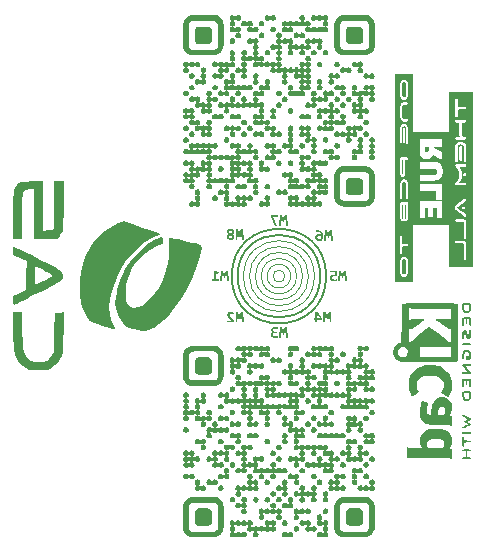
<source format=gbr>
%TF.GenerationSoftware,KiCad,Pcbnew,(7.0.0)*%
%TF.CreationDate,2024-12-03T23:26:00+05:30*%
%TF.ProjectId,IEEE CAS Logo,49454545-2043-4415-9320-4c6f676f2e6b,rev?*%
%TF.SameCoordinates,Original*%
%TF.FileFunction,Legend,Bot*%
%TF.FilePolarity,Positive*%
%FSLAX46Y46*%
G04 Gerber Fmt 4.6, Leading zero omitted, Abs format (unit mm)*
G04 Created by KiCad (PCBNEW (7.0.0)) date 2024-12-03 23:26:00*
%MOMM*%
%LPD*%
G01*
G04 APERTURE LIST*
%ADD10C,0.150000*%
%ADD11C,0.100000*%
%ADD12C,0.200000*%
%ADD13C,0.250000*%
G04 APERTURE END LIST*
D10*
X145000000Y-101000000D02*
G75*
G03*
X145000000Y-101000000I-4000000J0D01*
G01*
D11*
X142000000Y-101000000D02*
G75*
G03*
X142000000Y-101000000I-1000000J0D01*
G01*
X143000000Y-101000000D02*
G75*
G03*
X143000000Y-101000000I-2000000J0D01*
G01*
X142500000Y-101000000D02*
G75*
G03*
X142500000Y-101000000I-1500000J0D01*
G01*
D10*
X144500000Y-101000000D02*
G75*
G03*
X144500000Y-101000000I-3500000J0D01*
G01*
D11*
X143500000Y-101000000D02*
G75*
G03*
X143500000Y-101000000I-2500000J0D01*
G01*
X141500000Y-101000000D02*
G75*
G03*
X141500000Y-101000000I-500000J0D01*
G01*
X144000000Y-101000000D02*
G75*
G03*
X144000000Y-101000000I-3000000J0D01*
G01*
D12*
G36*
X151603844Y-99566454D02*
G01*
X151615161Y-99567716D01*
X151625196Y-99569468D01*
X151635540Y-99571838D01*
X151646193Y-99574826D01*
X151656829Y-99578814D01*
X151667121Y-99583910D01*
X151677070Y-99590114D01*
X151686676Y-99597426D01*
X151695938Y-99605845D01*
X151698949Y-99608898D01*
X151707585Y-99618871D01*
X151715722Y-99630107D01*
X151723361Y-99642604D01*
X151730502Y-99656365D01*
X151736073Y-99668796D01*
X151739249Y-99676675D01*
X151744034Y-99690741D01*
X151748008Y-99706149D01*
X151751170Y-99722898D01*
X151753117Y-99737263D01*
X151754544Y-99752488D01*
X151755452Y-99768570D01*
X151755842Y-99785512D01*
X151755858Y-99789881D01*
X151755858Y-100639847D01*
X151755598Y-100656585D01*
X151754820Y-100672545D01*
X151753522Y-100687726D01*
X151751706Y-100702129D01*
X151748705Y-100719037D01*
X151744894Y-100734729D01*
X151740271Y-100749205D01*
X151739249Y-100751954D01*
X151733886Y-100765228D01*
X151728177Y-100777571D01*
X151720870Y-100791155D01*
X151713065Y-100803400D01*
X151704761Y-100814305D01*
X151698949Y-100820831D01*
X151689802Y-100829606D01*
X151680310Y-100837248D01*
X151670476Y-100843757D01*
X151660298Y-100849132D01*
X151649776Y-100853374D01*
X151646193Y-100854536D01*
X151635540Y-100857649D01*
X151625196Y-100860117D01*
X151615161Y-100861942D01*
X151603844Y-100863257D01*
X151592948Y-100863695D01*
X151581957Y-100863257D01*
X151570568Y-100861942D01*
X151560490Y-100860117D01*
X151550120Y-100857649D01*
X151539459Y-100854536D01*
X151528831Y-100850672D01*
X151518564Y-100845675D01*
X151508658Y-100839544D01*
X151499113Y-100832279D01*
X151489928Y-100823882D01*
X151486946Y-100820831D01*
X151478237Y-100810819D01*
X151470059Y-100799467D01*
X151462414Y-100786776D01*
X151455302Y-100772745D01*
X151449781Y-100760030D01*
X151446646Y-100751954D01*
X151441862Y-100737722D01*
X151437888Y-100722273D01*
X151434725Y-100705608D01*
X151432373Y-100687726D01*
X151431076Y-100672545D01*
X151430297Y-100656585D01*
X151430038Y-100639847D01*
X151430038Y-99789881D01*
X151430297Y-99772725D01*
X151431076Y-99756428D01*
X151432373Y-99740989D01*
X151434190Y-99726409D01*
X151437191Y-99709391D01*
X151441002Y-99693715D01*
X151445625Y-99679381D01*
X151446646Y-99676675D01*
X151451945Y-99663718D01*
X151457613Y-99651638D01*
X151464904Y-99638298D01*
X151472726Y-99626221D01*
X151481081Y-99615406D01*
X151486946Y-99608898D01*
X151496011Y-99600109D01*
X151505436Y-99592428D01*
X151515222Y-99585855D01*
X151525369Y-99580390D01*
X151535876Y-99576032D01*
X151539459Y-99574826D01*
X151550120Y-99571838D01*
X151560490Y-99569468D01*
X151570568Y-99567716D01*
X151580354Y-99566582D01*
X151591402Y-99566042D01*
X151592948Y-99566033D01*
X151603844Y-99566454D01*
G37*
G36*
X151755858Y-96099861D02*
G01*
X151754776Y-96114441D01*
X151751036Y-96129553D01*
X151745386Y-96142176D01*
X151742180Y-96147488D01*
X151734120Y-96157583D01*
X151725325Y-96164374D01*
X151715796Y-96167861D01*
X151710184Y-96168371D01*
X151699597Y-96166719D01*
X151690092Y-96161763D01*
X151681668Y-96153504D01*
X151677456Y-96147488D01*
X151671198Y-96135278D01*
X151666647Y-96120623D01*
X151664625Y-96104824D01*
X151664511Y-96099861D01*
X151664511Y-94941050D01*
X151755858Y-94941050D01*
X151755858Y-96099861D01*
G37*
G36*
X151514790Y-96102059D02*
G01*
X151513882Y-96116700D01*
X151510743Y-96131541D01*
X151505362Y-96144879D01*
X151503311Y-96148587D01*
X151495468Y-96159020D01*
X151486290Y-96165589D01*
X151475776Y-96168293D01*
X151473513Y-96168371D01*
X151463443Y-96166331D01*
X151453993Y-96160213D01*
X151446018Y-96151220D01*
X151443471Y-96147488D01*
X151436978Y-96135278D01*
X151432609Y-96122140D01*
X151430248Y-96106455D01*
X151430038Y-96099861D01*
X151430038Y-94941050D01*
X151514790Y-94941050D01*
X151514790Y-96102059D01*
G37*
G36*
X151514790Y-92326309D02*
G01*
X151513843Y-92341037D01*
X151510571Y-92356178D01*
X151504961Y-92370031D01*
X151502822Y-92373936D01*
X151495470Y-92384031D01*
X151486168Y-92391372D01*
X151475673Y-92394635D01*
X151472292Y-92394819D01*
X151462164Y-92392779D01*
X151452848Y-92386661D01*
X151444342Y-92376465D01*
X151442739Y-92373936D01*
X151436599Y-92361874D01*
X151432134Y-92347248D01*
X151430150Y-92331334D01*
X151430038Y-92326309D01*
X151430038Y-91167498D01*
X151514790Y-91167498D01*
X151514790Y-92326309D01*
G37*
G36*
X151603844Y-84566035D02*
G01*
X151615161Y-84567297D01*
X151625196Y-84569049D01*
X151635540Y-84571419D01*
X151646193Y-84574407D01*
X151656829Y-84578395D01*
X151667121Y-84583492D01*
X151677070Y-84589696D01*
X151686676Y-84597007D01*
X151695938Y-84605426D01*
X151698949Y-84608479D01*
X151707585Y-84618452D01*
X151715722Y-84629688D01*
X151723361Y-84642186D01*
X151730502Y-84655946D01*
X151736073Y-84668377D01*
X151739249Y-84676256D01*
X151744034Y-84690322D01*
X151748008Y-84705730D01*
X151751170Y-84722479D01*
X151753117Y-84736845D01*
X151754544Y-84752069D01*
X151755452Y-84768152D01*
X151755842Y-84785093D01*
X151755858Y-84789463D01*
X151755858Y-85639428D01*
X151755598Y-85656166D01*
X151754820Y-85672126D01*
X151753522Y-85687307D01*
X151751706Y-85701710D01*
X151748705Y-85718618D01*
X151744894Y-85734311D01*
X151740271Y-85748786D01*
X151739249Y-85751535D01*
X151733886Y-85764809D01*
X151728177Y-85777152D01*
X151720870Y-85790736D01*
X151713065Y-85802981D01*
X151704761Y-85813886D01*
X151698949Y-85820412D01*
X151689802Y-85829187D01*
X151680310Y-85836830D01*
X151670476Y-85843338D01*
X151660298Y-85848713D01*
X151649776Y-85852955D01*
X151646193Y-85854117D01*
X151635540Y-85857230D01*
X151625196Y-85859699D01*
X151615161Y-85861523D01*
X151603844Y-85862838D01*
X151592948Y-85863276D01*
X151581957Y-85862838D01*
X151570568Y-85861523D01*
X151560490Y-85859699D01*
X151550120Y-85857230D01*
X151539459Y-85854117D01*
X151528831Y-85850253D01*
X151518564Y-85845256D01*
X151508658Y-85839125D01*
X151499113Y-85831861D01*
X151489928Y-85823463D01*
X151486946Y-85820412D01*
X151478237Y-85810400D01*
X151470059Y-85799048D01*
X151462414Y-85786357D01*
X151455302Y-85772327D01*
X151449781Y-85759611D01*
X151446646Y-85751535D01*
X151441862Y-85737303D01*
X151437888Y-85721854D01*
X151434725Y-85705189D01*
X151432373Y-85687307D01*
X151431076Y-85672126D01*
X151430297Y-85656166D01*
X151430038Y-85639428D01*
X151430038Y-84789463D01*
X151430297Y-84772307D01*
X151431076Y-84756009D01*
X151432373Y-84740570D01*
X151434190Y-84725990D01*
X151437191Y-84708972D01*
X151441002Y-84693296D01*
X151445625Y-84678962D01*
X151446646Y-84676256D01*
X151451945Y-84663299D01*
X151457613Y-84651219D01*
X151464904Y-84637880D01*
X151472726Y-84625802D01*
X151481081Y-84614988D01*
X151486946Y-84608479D01*
X151496011Y-84599690D01*
X151505436Y-84592010D01*
X151515222Y-84585437D01*
X151525369Y-84579971D01*
X151535876Y-84575613D01*
X151539459Y-84574407D01*
X151550120Y-84571419D01*
X151560490Y-84569049D01*
X151570568Y-84567297D01*
X151580354Y-84566164D01*
X151591402Y-84565623D01*
X151592948Y-84565614D01*
X151603844Y-84566035D01*
G37*
G36*
X152348436Y-101525273D02*
G01*
X150837460Y-101525273D01*
X150837460Y-100704693D01*
X151280317Y-100704693D01*
X151280579Y-100721346D01*
X151281365Y-100737644D01*
X151282674Y-100753589D01*
X151284507Y-100769179D01*
X151286864Y-100784415D01*
X151289745Y-100799297D01*
X151293150Y-100813824D01*
X151297078Y-100827998D01*
X151301530Y-100841817D01*
X151306506Y-100855282D01*
X151310115Y-100864062D01*
X151315833Y-100876930D01*
X151321813Y-100889431D01*
X151328054Y-100901565D01*
X151334558Y-100913332D01*
X151341324Y-100924732D01*
X151348351Y-100935764D01*
X151355640Y-100946430D01*
X151363192Y-100956729D01*
X151371005Y-100966660D01*
X151379080Y-100976225D01*
X151384609Y-100982397D01*
X151393075Y-100991331D01*
X151401713Y-100999858D01*
X151410523Y-101007980D01*
X151419505Y-101015696D01*
X151428658Y-101023007D01*
X151437983Y-101029911D01*
X151447480Y-101036411D01*
X151457149Y-101042504D01*
X151466989Y-101048191D01*
X151477001Y-101053473D01*
X151483771Y-101056769D01*
X151493973Y-101061352D01*
X151504153Y-101065485D01*
X151514312Y-101069166D01*
X151524449Y-101072397D01*
X151534565Y-101075177D01*
X151544659Y-101077506D01*
X151554732Y-101079384D01*
X151564784Y-101080812D01*
X151574814Y-101081789D01*
X151584822Y-101082314D01*
X151591482Y-101082415D01*
X151601745Y-101082180D01*
X151612016Y-101081474D01*
X151622296Y-101080299D01*
X151632584Y-101078654D01*
X151642881Y-101076538D01*
X151653186Y-101073952D01*
X151663500Y-101070897D01*
X151673823Y-101067371D01*
X151684154Y-101063375D01*
X151694494Y-101058909D01*
X151701392Y-101055670D01*
X151711656Y-101050433D01*
X151721748Y-101044752D01*
X151731668Y-101038627D01*
X151741417Y-101032057D01*
X151750994Y-101025042D01*
X151760399Y-101017584D01*
X151769633Y-101009681D01*
X151778695Y-101001334D01*
X151787585Y-100992542D01*
X151796303Y-100983306D01*
X151802020Y-100976902D01*
X151810394Y-100967020D01*
X151818480Y-100956745D01*
X151826279Y-100946077D01*
X151833790Y-100935016D01*
X151841014Y-100923562D01*
X151847950Y-100911716D01*
X151854598Y-100899477D01*
X151860959Y-100886845D01*
X151867032Y-100873820D01*
X151872817Y-100860402D01*
X151876514Y-100851239D01*
X151881708Y-100837254D01*
X151886391Y-100822916D01*
X151890564Y-100808223D01*
X151894225Y-100793176D01*
X151897376Y-100777775D01*
X151900016Y-100762019D01*
X151902144Y-100745909D01*
X151903762Y-100729446D01*
X151904869Y-100712628D01*
X151905465Y-100695455D01*
X151905579Y-100683810D01*
X151905579Y-99724669D01*
X151905317Y-99708081D01*
X151904531Y-99691842D01*
X151903222Y-99675950D01*
X151901388Y-99660406D01*
X151899031Y-99645210D01*
X151896151Y-99630361D01*
X151892746Y-99615861D01*
X151888818Y-99601708D01*
X151884365Y-99587902D01*
X151879389Y-99574445D01*
X151875781Y-99565667D01*
X151870065Y-99552798D01*
X151864092Y-99540297D01*
X151857861Y-99528163D01*
X151851372Y-99516396D01*
X151844626Y-99504996D01*
X151837622Y-99493964D01*
X151830360Y-99483298D01*
X151822841Y-99472999D01*
X151815065Y-99463068D01*
X151807031Y-99453503D01*
X151801531Y-99447331D01*
X151793065Y-99438398D01*
X151784427Y-99429870D01*
X151775617Y-99421748D01*
X151766635Y-99414032D01*
X151757482Y-99406721D01*
X151748157Y-99399817D01*
X151738660Y-99393318D01*
X151728991Y-99387224D01*
X151719151Y-99381537D01*
X151709139Y-99376255D01*
X151702369Y-99372959D01*
X151692123Y-99368376D01*
X151681904Y-99364243D01*
X151671710Y-99360562D01*
X151661542Y-99357331D01*
X151651400Y-99354551D01*
X151641283Y-99352222D01*
X151631192Y-99350344D01*
X151621127Y-99348916D01*
X151611088Y-99347940D01*
X151601075Y-99347414D01*
X151594413Y-99347313D01*
X151584151Y-99347549D01*
X151573880Y-99348254D01*
X151563600Y-99349429D01*
X151553312Y-99351074D01*
X151543015Y-99353190D01*
X151532710Y-99355776D01*
X151522396Y-99358831D01*
X151512073Y-99362357D01*
X151501742Y-99366353D01*
X151491402Y-99370819D01*
X151484504Y-99374058D01*
X151474242Y-99379292D01*
X151464157Y-99384963D01*
X151454247Y-99391073D01*
X151444513Y-99397620D01*
X151434955Y-99404605D01*
X151425574Y-99412028D01*
X151416368Y-99419889D01*
X151407339Y-99428188D01*
X151398485Y-99436925D01*
X151389807Y-99446100D01*
X151384120Y-99452460D01*
X151375746Y-99462404D01*
X151367660Y-99472729D01*
X151359861Y-99483433D01*
X151352350Y-99494517D01*
X151345126Y-99505982D01*
X151338190Y-99517826D01*
X151331542Y-99530050D01*
X151325181Y-99542654D01*
X151319108Y-99555638D01*
X151313323Y-99569002D01*
X151309626Y-99578123D01*
X151304388Y-99592173D01*
X151299666Y-99606571D01*
X151295458Y-99621316D01*
X151291766Y-99636409D01*
X151288589Y-99651850D01*
X151285927Y-99667639D01*
X151283780Y-99683775D01*
X151282149Y-99700260D01*
X151281033Y-99717092D01*
X151280432Y-99734271D01*
X151280317Y-99745918D01*
X151280317Y-100639847D01*
X151280317Y-100704693D01*
X150837460Y-100704693D01*
X150837460Y-99071075D01*
X151280317Y-99071075D01*
X151281090Y-99088033D01*
X151283408Y-99104013D01*
X151287272Y-99119014D01*
X151292682Y-99133036D01*
X151299637Y-99146079D01*
X151302299Y-99150209D01*
X151310777Y-99161415D01*
X151319907Y-99170302D01*
X151329690Y-99176871D01*
X151340126Y-99181121D01*
X151351214Y-99183053D01*
X151355055Y-99183182D01*
X151365920Y-99182113D01*
X151376167Y-99178906D01*
X151385796Y-99173561D01*
X151394806Y-99166078D01*
X151403198Y-99156456D01*
X151405858Y-99152774D01*
X151413033Y-99141070D01*
X151418990Y-99128491D01*
X151423727Y-99115036D01*
X151427244Y-99100705D01*
X151429543Y-99085498D01*
X151430038Y-99080234D01*
X151430038Y-98659281D01*
X151430443Y-98641147D01*
X151431660Y-98624069D01*
X151433687Y-98608046D01*
X151436526Y-98593078D01*
X151440175Y-98579166D01*
X151445625Y-98563865D01*
X151446646Y-98561462D01*
X151453058Y-98547865D01*
X151460019Y-98535376D01*
X151467529Y-98523994D01*
X151475589Y-98513720D01*
X151484199Y-98504554D01*
X151487191Y-98501745D01*
X151496330Y-98494115D01*
X151505795Y-98487439D01*
X151515587Y-98481716D01*
X151525705Y-98476946D01*
X151536149Y-98473130D01*
X151539703Y-98472069D01*
X151550139Y-98469330D01*
X151560196Y-98467158D01*
X151571453Y-98465339D01*
X151582195Y-98464293D01*
X151590994Y-98464009D01*
X151830108Y-98464009D01*
X151841588Y-98462889D01*
X151852399Y-98459527D01*
X151862539Y-98453924D01*
X151872011Y-98446080D01*
X151880812Y-98435995D01*
X151883597Y-98432136D01*
X151891067Y-98419706D01*
X151896992Y-98406324D01*
X151901371Y-98391989D01*
X151904205Y-98376700D01*
X151905493Y-98360458D01*
X151905579Y-98354833D01*
X151904814Y-98338260D01*
X151902522Y-98322615D01*
X151898701Y-98307898D01*
X151893351Y-98294108D01*
X151886473Y-98281245D01*
X151883841Y-98277163D01*
X151875272Y-98266331D01*
X151866050Y-98257740D01*
X151856175Y-98251391D01*
X151845648Y-98247282D01*
X151834468Y-98245414D01*
X151830596Y-98245290D01*
X151592704Y-98245290D01*
X151581640Y-98245547D01*
X151570554Y-98246320D01*
X151559445Y-98247608D01*
X151548312Y-98249411D01*
X151537157Y-98251730D01*
X151525980Y-98254563D01*
X151514779Y-98257912D01*
X151503555Y-98261776D01*
X151492522Y-98266098D01*
X151482016Y-98270638D01*
X151472036Y-98275395D01*
X151462583Y-98280369D01*
X151451508Y-98286893D01*
X151441255Y-98293757D01*
X151431825Y-98300961D01*
X151430038Y-98302443D01*
X151430038Y-97631263D01*
X151429274Y-97614167D01*
X151426981Y-97598050D01*
X151423160Y-97582912D01*
X151417810Y-97568752D01*
X151410933Y-97555572D01*
X151408300Y-97551396D01*
X151399731Y-97540190D01*
X151390509Y-97531303D01*
X151380634Y-97524734D01*
X151370107Y-97520484D01*
X151358927Y-97518552D01*
X151355055Y-97518423D01*
X151343750Y-97519569D01*
X151333096Y-97523008D01*
X151323096Y-97528740D01*
X151313748Y-97536764D01*
X151305052Y-97547081D01*
X151302299Y-97551029D01*
X151294828Y-97563871D01*
X151288904Y-97577665D01*
X151284524Y-97592413D01*
X151281691Y-97608114D01*
X151280403Y-97624767D01*
X151280317Y-97630530D01*
X151280317Y-99071075D01*
X150837460Y-99071075D01*
X150837460Y-96091801D01*
X151280317Y-96091801D01*
X151280554Y-96106976D01*
X151281263Y-96121911D01*
X151282447Y-96136606D01*
X151284103Y-96151060D01*
X151286839Y-96168790D01*
X151290314Y-96186144D01*
X151294528Y-96203122D01*
X151295460Y-96206473D01*
X151300455Y-96222971D01*
X151305974Y-96238809D01*
X151312018Y-96253984D01*
X151318587Y-96268497D01*
X151325680Y-96282348D01*
X151333299Y-96295538D01*
X151336493Y-96300628D01*
X151344816Y-96312898D01*
X151353604Y-96324292D01*
X151362858Y-96334808D01*
X151372576Y-96344449D01*
X151382759Y-96353213D01*
X151393408Y-96361100D01*
X151397798Y-96364009D01*
X151408914Y-96370658D01*
X151420281Y-96376181D01*
X151431898Y-96380576D01*
X151443765Y-96383844D01*
X151455883Y-96385986D01*
X151465758Y-96386887D01*
X151473269Y-96387090D01*
X151484446Y-96386634D01*
X151495384Y-96385265D01*
X151506084Y-96382985D01*
X151516546Y-96379791D01*
X151526769Y-96375686D01*
X151536753Y-96370668D01*
X151540680Y-96368406D01*
X151550087Y-96362529D01*
X151560620Y-96355076D01*
X151570329Y-96347185D01*
X151579213Y-96338856D01*
X151587273Y-96330089D01*
X151590994Y-96325541D01*
X151598917Y-96334527D01*
X151607663Y-96343075D01*
X151617235Y-96351185D01*
X151627630Y-96358857D01*
X151636923Y-96364916D01*
X151642773Y-96368406D01*
X151652715Y-96373788D01*
X151662847Y-96378259D01*
X151673170Y-96381817D01*
X151683684Y-96384463D01*
X151694389Y-96386196D01*
X151705284Y-96387017D01*
X151709696Y-96387090D01*
X151719977Y-96386730D01*
X151730060Y-96385648D01*
X151739944Y-96383844D01*
X151749630Y-96381320D01*
X151761458Y-96377150D01*
X151772976Y-96371853D01*
X151784184Y-96365429D01*
X151786388Y-96364009D01*
X151797170Y-96356473D01*
X151807535Y-96348059D01*
X151817483Y-96338770D01*
X151827013Y-96328604D01*
X151836125Y-96317561D01*
X151844820Y-96305641D01*
X151848182Y-96300628D01*
X151856162Y-96287712D01*
X151863619Y-96274153D01*
X151870550Y-96259949D01*
X151876956Y-96245101D01*
X151882838Y-96229609D01*
X151888195Y-96213474D01*
X151890191Y-96206839D01*
X151894624Y-96189927D01*
X151898306Y-96172621D01*
X151901236Y-96154922D01*
X151903039Y-96140479D01*
X151904362Y-96125784D01*
X151905203Y-96110838D01*
X151905564Y-96095639D01*
X151905579Y-96091801D01*
X151905579Y-94834805D01*
X151904814Y-94817709D01*
X151902522Y-94801592D01*
X151898701Y-94786453D01*
X151893351Y-94772294D01*
X151886473Y-94759113D01*
X151883841Y-94754937D01*
X151875272Y-94743856D01*
X151866050Y-94735068D01*
X151856175Y-94728572D01*
X151845648Y-94724369D01*
X151834468Y-94722458D01*
X151830596Y-94722331D01*
X151355300Y-94722331D01*
X151343911Y-94723477D01*
X151333192Y-94726916D01*
X151323143Y-94732648D01*
X151313763Y-94740672D01*
X151305053Y-94750989D01*
X151302299Y-94754937D01*
X151294828Y-94767792D01*
X151288904Y-94781625D01*
X151284524Y-94796437D01*
X151281691Y-94812228D01*
X151280403Y-94828997D01*
X151280317Y-94834805D01*
X151280317Y-94941050D01*
X151280317Y-96091801D01*
X150837460Y-96091801D01*
X150837460Y-94423744D01*
X151280317Y-94423744D01*
X151281090Y-94440827D01*
X151283408Y-94456906D01*
X151287272Y-94471980D01*
X151292682Y-94486049D01*
X151299637Y-94499113D01*
X151302299Y-94503245D01*
X151310777Y-94514451D01*
X151319907Y-94523338D01*
X151329690Y-94529907D01*
X151340126Y-94534157D01*
X151351214Y-94536089D01*
X151355055Y-94536218D01*
X151366453Y-94535059D01*
X151377197Y-94531581D01*
X151387290Y-94525785D01*
X151396729Y-94517671D01*
X151405516Y-94507238D01*
X151408300Y-94503245D01*
X151415688Y-94490515D01*
X151421547Y-94476781D01*
X151425877Y-94462042D01*
X151428679Y-94446298D01*
X151429953Y-94429550D01*
X151430038Y-94423744D01*
X151430038Y-93243318D01*
X151430297Y-93226162D01*
X151431076Y-93209865D01*
X151432373Y-93194426D01*
X151434190Y-93179846D01*
X151437191Y-93162828D01*
X151441002Y-93147152D01*
X151445625Y-93132818D01*
X151446646Y-93130112D01*
X151451945Y-93117260D01*
X151457613Y-93105268D01*
X151464904Y-93092010D01*
X151472726Y-93079989D01*
X151481081Y-93069204D01*
X151486946Y-93062701D01*
X151496011Y-93053912D01*
X151505436Y-93046232D01*
X151515222Y-93039658D01*
X151525369Y-93034193D01*
X151535876Y-93029835D01*
X151539459Y-93028629D01*
X151550120Y-93025641D01*
X151560490Y-93023271D01*
X151570568Y-93021519D01*
X151580354Y-93020386D01*
X151591402Y-93019845D01*
X151592948Y-93019836D01*
X151603844Y-93020257D01*
X151615161Y-93021519D01*
X151625196Y-93023271D01*
X151635540Y-93025641D01*
X151646193Y-93028629D01*
X151656829Y-93032617D01*
X151667121Y-93037714D01*
X151677070Y-93043917D01*
X151686676Y-93051229D01*
X151695938Y-93059648D01*
X151698949Y-93062701D01*
X151707585Y-93072661D01*
X151715722Y-93083858D01*
X151723361Y-93096292D01*
X151730502Y-93109962D01*
X151736073Y-93122298D01*
X151739249Y-93130112D01*
X151744034Y-93144178D01*
X151748008Y-93159585D01*
X151751170Y-93176335D01*
X151753117Y-93190700D01*
X151754544Y-93205924D01*
X151755452Y-93222007D01*
X151755842Y-93238949D01*
X151755858Y-93243318D01*
X151755858Y-94423744D01*
X151756631Y-94440827D01*
X151758949Y-94456906D01*
X151762813Y-94471980D01*
X151768223Y-94486049D01*
X151775178Y-94499113D01*
X151777840Y-94503245D01*
X151786318Y-94514451D01*
X151795448Y-94523338D01*
X151805231Y-94529907D01*
X151815667Y-94534157D01*
X151826755Y-94536089D01*
X151830596Y-94536218D01*
X151841994Y-94535059D01*
X151852738Y-94531581D01*
X151862830Y-94525785D01*
X151872270Y-94517671D01*
X151881057Y-94507238D01*
X151883841Y-94503245D01*
X151891228Y-94490515D01*
X151897087Y-94476781D01*
X151901418Y-94462042D01*
X151904220Y-94446298D01*
X151905494Y-94429550D01*
X151905579Y-94423744D01*
X151905579Y-93178106D01*
X151905325Y-93161518D01*
X151904565Y-93145279D01*
X151903299Y-93129387D01*
X151901526Y-93113843D01*
X151899246Y-93098647D01*
X151896460Y-93083798D01*
X151893167Y-93069297D01*
X151889367Y-93055144D01*
X151885061Y-93041339D01*
X151880248Y-93027882D01*
X151876758Y-93019103D01*
X151871167Y-93006235D01*
X151865292Y-92993734D01*
X151859134Y-92981600D01*
X151852692Y-92969833D01*
X151845968Y-92958433D01*
X151838960Y-92947400D01*
X151831668Y-92936735D01*
X151824093Y-92926436D01*
X151816235Y-92916505D01*
X151808093Y-92906940D01*
X151802508Y-92900768D01*
X151793902Y-92891900D01*
X151785120Y-92883431D01*
X151776162Y-92875362D01*
X151767028Y-92867692D01*
X151757718Y-92860421D01*
X151748232Y-92853550D01*
X151738570Y-92847077D01*
X151728732Y-92841005D01*
X151718717Y-92835331D01*
X151708527Y-92830057D01*
X151701636Y-92826762D01*
X151691218Y-92822179D01*
X151680848Y-92818047D01*
X151670524Y-92814365D01*
X151660248Y-92811134D01*
X151650019Y-92808355D01*
X151639838Y-92806025D01*
X151629703Y-92804147D01*
X151619616Y-92802720D01*
X151609576Y-92801743D01*
X151599583Y-92801217D01*
X151592948Y-92801117D01*
X151582731Y-92801352D01*
X151572506Y-92802057D01*
X151562272Y-92803232D01*
X151552030Y-92804878D01*
X151541779Y-92806993D01*
X151531519Y-92809579D01*
X151521251Y-92812635D01*
X151510974Y-92816160D01*
X151500688Y-92820157D01*
X151490394Y-92824623D01*
X151483527Y-92827861D01*
X151473311Y-92833095D01*
X151463271Y-92838766D01*
X151453407Y-92844876D01*
X151443719Y-92851423D01*
X151434207Y-92858408D01*
X151424872Y-92865831D01*
X151415712Y-92873693D01*
X151406728Y-92881992D01*
X151397920Y-92890729D01*
X151389288Y-92899903D01*
X151383632Y-92906263D01*
X151375301Y-92916142D01*
X151367254Y-92926408D01*
X151359490Y-92937059D01*
X151352010Y-92948097D01*
X151344813Y-92959522D01*
X151337899Y-92971333D01*
X151331269Y-92983530D01*
X151324922Y-92996114D01*
X151318858Y-93009084D01*
X151313078Y-93022441D01*
X151309382Y-93031560D01*
X151304188Y-93045606D01*
X151299504Y-93059995D01*
X151295332Y-93074724D01*
X151291670Y-93089795D01*
X151288520Y-93105207D01*
X151285880Y-93120960D01*
X151283751Y-93137054D01*
X151282134Y-93153490D01*
X151281027Y-93170268D01*
X151280431Y-93187386D01*
X151280317Y-93198988D01*
X151280317Y-94423744D01*
X150837460Y-94423744D01*
X150837460Y-92318249D01*
X151280317Y-92318249D01*
X151280557Y-92333510D01*
X151281279Y-92348519D01*
X151282481Y-92363277D01*
X151284164Y-92377783D01*
X151286944Y-92395561D01*
X151290475Y-92412945D01*
X151294758Y-92429936D01*
X151295704Y-92433287D01*
X151300699Y-92449680D01*
X151306218Y-92465430D01*
X151312262Y-92480535D01*
X151318831Y-92494996D01*
X151325925Y-92508814D01*
X151333543Y-92521987D01*
X151336737Y-92527076D01*
X151345042Y-92539346D01*
X151353777Y-92550740D01*
X151362941Y-92561256D01*
X151372534Y-92570897D01*
X151382556Y-92579661D01*
X151393008Y-92587548D01*
X151397309Y-92590457D01*
X151408291Y-92597107D01*
X151419558Y-92602629D01*
X151431112Y-92607024D01*
X151442952Y-92610292D01*
X151455078Y-92612434D01*
X151464986Y-92613335D01*
X151472536Y-92613538D01*
X151482523Y-92613178D01*
X151492335Y-92612096D01*
X151504353Y-92609729D01*
X151516096Y-92606235D01*
X151527565Y-92601615D01*
X151538760Y-92595867D01*
X151547519Y-92590457D01*
X151558142Y-92582921D01*
X151568337Y-92574507D01*
X151578102Y-92565218D01*
X151587437Y-92555052D01*
X151596343Y-92544009D01*
X151604820Y-92532089D01*
X151608091Y-92527076D01*
X151615925Y-92514046D01*
X151623246Y-92500372D01*
X151630055Y-92486053D01*
X151636351Y-92471091D01*
X151642133Y-92455485D01*
X151647404Y-92439235D01*
X151649368Y-92432554D01*
X151653730Y-92415633D01*
X151657354Y-92398301D01*
X151660237Y-92380557D01*
X151662012Y-92366065D01*
X151663313Y-92351310D01*
X151664141Y-92336292D01*
X151664496Y-92321011D01*
X151664511Y-92317149D01*
X151664511Y-91167498D01*
X151829619Y-91167498D01*
X151841108Y-91166339D01*
X151851945Y-91162862D01*
X151862128Y-91157066D01*
X151871659Y-91148951D01*
X151880538Y-91138518D01*
X151883353Y-91134526D01*
X151890906Y-91121787D01*
X151896897Y-91108302D01*
X151901324Y-91094070D01*
X151904190Y-91079090D01*
X151905492Y-91063364D01*
X151905579Y-91057955D01*
X151904814Y-91041272D01*
X151902522Y-91025567D01*
X151898701Y-91010840D01*
X151893351Y-90997093D01*
X151886473Y-90984325D01*
X151883841Y-90980286D01*
X151875272Y-90969579D01*
X151866050Y-90961086D01*
X151856175Y-90954810D01*
X151845648Y-90950748D01*
X151834468Y-90948902D01*
X151830596Y-90948779D01*
X151355300Y-90948779D01*
X151343911Y-90949925D01*
X151333192Y-90953364D01*
X151323143Y-90959096D01*
X151313763Y-90967120D01*
X151305053Y-90977437D01*
X151302299Y-90981385D01*
X151294828Y-90994240D01*
X151288904Y-91008073D01*
X151284524Y-91022885D01*
X151281691Y-91038676D01*
X151280403Y-91055445D01*
X151280317Y-91061253D01*
X151280317Y-91167498D01*
X151280317Y-92318249D01*
X150837460Y-92318249D01*
X150837460Y-89704972D01*
X151280317Y-89704972D01*
X151281090Y-89721944D01*
X151283408Y-89737962D01*
X151287272Y-89753027D01*
X151292682Y-89767140D01*
X151299637Y-89780299D01*
X151302299Y-89784473D01*
X151310777Y-89795679D01*
X151319907Y-89804566D01*
X151329690Y-89811135D01*
X151340126Y-89815385D01*
X151351214Y-89817317D01*
X151355055Y-89817446D01*
X151366453Y-89816287D01*
X151377197Y-89812809D01*
X151387290Y-89807013D01*
X151396729Y-89798899D01*
X151405516Y-89788466D01*
X151408300Y-89784473D01*
X151415688Y-89771632D01*
X151421547Y-89757837D01*
X151425877Y-89743090D01*
X151428679Y-89727389D01*
X151429953Y-89710735D01*
X151430038Y-89704972D01*
X151430038Y-89611549D01*
X151514790Y-89611549D01*
X151515554Y-89628632D01*
X151517847Y-89644711D01*
X151521668Y-89659785D01*
X151527018Y-89673854D01*
X151533895Y-89686919D01*
X151536528Y-89691050D01*
X151545014Y-89702131D01*
X151554170Y-89710920D01*
X151563996Y-89717416D01*
X151574492Y-89721619D01*
X151585658Y-89723529D01*
X151589528Y-89723657D01*
X151600926Y-89722510D01*
X151611671Y-89719072D01*
X151621763Y-89713340D01*
X151631202Y-89705316D01*
X151639989Y-89694999D01*
X151642773Y-89691050D01*
X151650161Y-89678321D01*
X151656020Y-89664586D01*
X151660350Y-89649847D01*
X151663152Y-89634104D01*
X151664426Y-89617355D01*
X151664511Y-89611549D01*
X151664511Y-88569609D01*
X151663747Y-88552638D01*
X151661454Y-88536619D01*
X151657633Y-88521554D01*
X151652284Y-88507442D01*
X151645406Y-88494283D01*
X151642773Y-88490108D01*
X151634204Y-88479027D01*
X151624982Y-88470239D01*
X151615107Y-88463743D01*
X151604580Y-88459540D01*
X151593400Y-88457629D01*
X151589528Y-88457502D01*
X151578140Y-88458648D01*
X151567421Y-88462087D01*
X151557371Y-88467819D01*
X151547992Y-88475843D01*
X151539282Y-88486160D01*
X151536528Y-88490108D01*
X151529140Y-88502950D01*
X151523281Y-88516744D01*
X151518951Y-88531492D01*
X151516149Y-88547192D01*
X151514875Y-88563846D01*
X151514790Y-88569609D01*
X151514790Y-89611549D01*
X151430038Y-89611549D01*
X151430038Y-88547994D01*
X151430297Y-88530924D01*
X151431076Y-88514700D01*
X151432373Y-88499325D01*
X151434190Y-88484796D01*
X151437191Y-88467827D01*
X151441002Y-88452181D01*
X151445625Y-88437859D01*
X151446646Y-88435154D01*
X151451945Y-88422197D01*
X151457613Y-88410116D01*
X151464904Y-88396777D01*
X151472726Y-88384700D01*
X151481081Y-88373885D01*
X151486946Y-88367376D01*
X151496011Y-88358712D01*
X151505436Y-88351130D01*
X151515222Y-88344630D01*
X151525369Y-88339212D01*
X151535876Y-88334876D01*
X151539459Y-88333671D01*
X151550120Y-88330558D01*
X151560490Y-88328089D01*
X151570568Y-88326265D01*
X151580354Y-88325084D01*
X151591402Y-88324521D01*
X151592948Y-88324512D01*
X151603844Y-88324950D01*
X151615161Y-88326265D01*
X151625196Y-88328089D01*
X151635540Y-88330558D01*
X151646193Y-88333671D01*
X151656829Y-88337646D01*
X151667121Y-88342704D01*
X151677070Y-88348843D01*
X151686676Y-88356065D01*
X151695938Y-88364368D01*
X151698949Y-88367376D01*
X151707585Y-88377350D01*
X151715722Y-88388585D01*
X151723361Y-88401083D01*
X151730502Y-88414843D01*
X151736073Y-88427274D01*
X151739249Y-88435154D01*
X151744034Y-88449211D01*
X151748008Y-88464592D01*
X151751170Y-88481296D01*
X151753522Y-88499325D01*
X151754820Y-88514700D01*
X151755598Y-88530924D01*
X151755858Y-88547994D01*
X151755858Y-89704972D01*
X151756631Y-89721944D01*
X151758949Y-89737962D01*
X151762813Y-89753027D01*
X151768223Y-89767140D01*
X151775178Y-89780299D01*
X151777840Y-89784473D01*
X151786318Y-89795679D01*
X151795448Y-89804566D01*
X151805231Y-89811135D01*
X151815667Y-89815385D01*
X151826755Y-89817317D01*
X151830596Y-89817446D01*
X151841994Y-89816287D01*
X151852738Y-89812809D01*
X151862830Y-89807013D01*
X151872270Y-89798899D01*
X151881057Y-89788466D01*
X151883841Y-89784473D01*
X151891228Y-89771632D01*
X151897087Y-89757837D01*
X151901418Y-89743090D01*
X151904220Y-89727389D01*
X151905494Y-89710735D01*
X151905579Y-89704972D01*
X151905579Y-88482415D01*
X151905325Y-88465827D01*
X151904565Y-88449588D01*
X151903299Y-88433696D01*
X151901526Y-88418152D01*
X151899246Y-88402956D01*
X151896460Y-88388107D01*
X151893167Y-88373607D01*
X151889367Y-88359454D01*
X151885061Y-88345648D01*
X151880248Y-88332191D01*
X151876758Y-88323413D01*
X151871167Y-88310548D01*
X151865292Y-88298056D01*
X151859134Y-88285938D01*
X151852692Y-88274194D01*
X151845968Y-88262823D01*
X151838960Y-88251826D01*
X151831668Y-88241202D01*
X151824093Y-88230951D01*
X151816235Y-88221075D01*
X151808093Y-88211571D01*
X151802508Y-88205443D01*
X151793902Y-88196575D01*
X151785120Y-88188107D01*
X151776162Y-88180037D01*
X151767028Y-88172367D01*
X151757718Y-88165097D01*
X151748232Y-88158225D01*
X151738570Y-88151753D01*
X151728732Y-88145680D01*
X151718717Y-88140006D01*
X151708527Y-88134732D01*
X151701636Y-88131438D01*
X151691218Y-88126855D01*
X151680848Y-88122722D01*
X151670524Y-88119041D01*
X151660248Y-88115810D01*
X151650019Y-88113030D01*
X151639838Y-88110701D01*
X151629703Y-88108823D01*
X151619616Y-88107395D01*
X151609576Y-88106418D01*
X151599583Y-88105892D01*
X151592948Y-88105792D01*
X151582731Y-88106027D01*
X151572506Y-88106732D01*
X151562272Y-88107908D01*
X151552030Y-88109553D01*
X151541779Y-88111669D01*
X151531519Y-88114254D01*
X151521251Y-88117310D01*
X151510974Y-88120836D01*
X151500688Y-88124832D01*
X151490394Y-88129298D01*
X151483527Y-88132537D01*
X151473311Y-88137767D01*
X151463271Y-88143429D01*
X151453407Y-88149522D01*
X151443719Y-88156047D01*
X151434207Y-88163003D01*
X151424872Y-88170391D01*
X151415712Y-88178210D01*
X151406728Y-88186461D01*
X151397920Y-88195143D01*
X151389288Y-88204257D01*
X151383632Y-88210572D01*
X151375301Y-88220451D01*
X151367254Y-88230717D01*
X151359490Y-88241368D01*
X151352010Y-88252407D01*
X151344813Y-88263831D01*
X151337899Y-88275642D01*
X151331269Y-88287839D01*
X151324922Y-88300423D01*
X151318858Y-88313393D01*
X151313078Y-88326750D01*
X151309382Y-88335869D01*
X151304188Y-88349916D01*
X151299504Y-88364304D01*
X151295332Y-88379033D01*
X151291670Y-88394104D01*
X151288520Y-88409516D01*
X151285880Y-88425269D01*
X151283751Y-88441364D01*
X151282134Y-88457800D01*
X151281027Y-88474577D01*
X151280431Y-88491695D01*
X151280317Y-88503297D01*
X151280317Y-89704972D01*
X150837460Y-89704972D01*
X150837460Y-87538660D01*
X151280317Y-87538660D01*
X151280579Y-87555179D01*
X151281365Y-87571350D01*
X151282674Y-87587173D01*
X151284507Y-87602648D01*
X151286864Y-87617776D01*
X151289745Y-87632555D01*
X151293150Y-87646987D01*
X151297078Y-87661072D01*
X151301530Y-87674808D01*
X151306506Y-87688197D01*
X151310115Y-87696930D01*
X151315833Y-87709729D01*
X151321813Y-87722162D01*
X151328054Y-87734227D01*
X151334558Y-87745925D01*
X151341324Y-87757256D01*
X151348351Y-87768220D01*
X151355640Y-87778817D01*
X151363192Y-87789047D01*
X151371005Y-87798910D01*
X151379080Y-87808406D01*
X151384609Y-87814533D01*
X151393075Y-87823463D01*
X151401713Y-87831981D01*
X151410523Y-87840086D01*
X151419505Y-87847780D01*
X151428658Y-87855062D01*
X151437983Y-87861931D01*
X151447480Y-87868388D01*
X151457149Y-87874433D01*
X151466989Y-87880066D01*
X151477001Y-87885287D01*
X151483771Y-87888538D01*
X151493973Y-87893121D01*
X151504153Y-87897254D01*
X151514312Y-87900935D01*
X151524449Y-87904166D01*
X151534565Y-87906946D01*
X151544659Y-87909275D01*
X151554732Y-87911153D01*
X151564784Y-87912581D01*
X151574814Y-87913558D01*
X151584822Y-87914083D01*
X151591482Y-87914184D01*
X151830352Y-87914184D01*
X151841749Y-87913063D01*
X151852494Y-87909701D01*
X151862586Y-87904099D01*
X151872026Y-87896255D01*
X151880813Y-87886170D01*
X151883597Y-87882310D01*
X151891067Y-87869980D01*
X151896992Y-87856619D01*
X151901371Y-87842227D01*
X151904205Y-87826806D01*
X151905493Y-87810354D01*
X151905579Y-87804641D01*
X151904814Y-87788193D01*
X151902522Y-87772647D01*
X151898701Y-87758002D01*
X151893351Y-87744259D01*
X151886473Y-87731418D01*
X151883841Y-87727338D01*
X151875272Y-87716506D01*
X151866050Y-87707915D01*
X151856175Y-87701565D01*
X151845648Y-87697456D01*
X151834468Y-87695589D01*
X151830596Y-87695464D01*
X151592704Y-87695464D01*
X151581808Y-87695026D01*
X151570491Y-87693711D01*
X151560456Y-87691886D01*
X151550112Y-87689418D01*
X151539459Y-87686305D01*
X151528831Y-87682428D01*
X151518564Y-87677392D01*
X151508658Y-87671197D01*
X151499113Y-87663842D01*
X151489928Y-87655329D01*
X151486946Y-87652233D01*
X151478237Y-87642221D01*
X151470059Y-87630870D01*
X151462414Y-87618179D01*
X151455302Y-87604148D01*
X151449781Y-87591432D01*
X151446646Y-87583357D01*
X151441862Y-87569115D01*
X151437888Y-87553640D01*
X151434725Y-87536930D01*
X151432373Y-87518985D01*
X151431076Y-87503741D01*
X151430297Y-87487707D01*
X151430038Y-87470883D01*
X151430038Y-86708479D01*
X151430297Y-86691237D01*
X151431076Y-86674865D01*
X151432373Y-86659363D01*
X151434190Y-86644731D01*
X151437191Y-86627665D01*
X151441002Y-86611959D01*
X151445625Y-86597612D01*
X151446646Y-86594906D01*
X151451945Y-86581940D01*
X151457613Y-86569833D01*
X151464904Y-86556438D01*
X151472726Y-86544279D01*
X151481081Y-86533357D01*
X151486946Y-86526762D01*
X151496011Y-86517974D01*
X151505436Y-86510293D01*
X151515222Y-86503720D01*
X151525369Y-86498254D01*
X151535876Y-86493897D01*
X151539459Y-86492690D01*
X151550112Y-86489702D01*
X151560456Y-86487332D01*
X151570491Y-86485581D01*
X151581808Y-86484318D01*
X151592704Y-86483898D01*
X151830596Y-86483898D01*
X151841994Y-86482764D01*
X151852738Y-86479364D01*
X151862830Y-86473697D01*
X151872270Y-86465763D01*
X151881057Y-86455562D01*
X151883841Y-86451657D01*
X151891228Y-86439228D01*
X151897087Y-86425846D01*
X151901418Y-86411511D01*
X151904220Y-86396222D01*
X151905494Y-86379980D01*
X151905579Y-86374355D01*
X151904814Y-86357671D01*
X151902522Y-86341966D01*
X151898701Y-86327240D01*
X151893351Y-86313492D01*
X151886473Y-86300724D01*
X151883841Y-86296685D01*
X151875272Y-86285978D01*
X151866050Y-86277486D01*
X151856175Y-86271209D01*
X151845648Y-86267147D01*
X151834468Y-86265301D01*
X151830596Y-86265178D01*
X151592948Y-86265178D01*
X151582731Y-86265410D01*
X151572506Y-86266105D01*
X151562272Y-86267265D01*
X151552030Y-86268888D01*
X151541779Y-86270974D01*
X151531519Y-86273524D01*
X151521251Y-86276538D01*
X151510974Y-86280016D01*
X151500688Y-86283957D01*
X151490394Y-86288362D01*
X151483527Y-86291556D01*
X151473311Y-86296790D01*
X151463271Y-86302461D01*
X151453407Y-86308571D01*
X151443719Y-86315118D01*
X151434207Y-86322103D01*
X151424872Y-86329527D01*
X151415712Y-86337388D01*
X151406728Y-86345687D01*
X151397920Y-86354424D01*
X151389288Y-86363598D01*
X151383632Y-86369958D01*
X151375301Y-86379834D01*
X151367254Y-86390090D01*
X151359490Y-86400725D01*
X151352010Y-86411741D01*
X151344813Y-86423137D01*
X151337899Y-86434912D01*
X151331269Y-86447068D01*
X151324922Y-86459603D01*
X151318858Y-86472518D01*
X151313078Y-86485814D01*
X151309382Y-86494888D01*
X151304188Y-86508866D01*
X151299504Y-86523186D01*
X151295332Y-86537846D01*
X151291670Y-86552848D01*
X151288520Y-86568192D01*
X151285880Y-86583876D01*
X151283751Y-86599902D01*
X151282134Y-86616270D01*
X151281027Y-86632978D01*
X151280431Y-86650028D01*
X151280317Y-86661584D01*
X151280317Y-87538660D01*
X150837460Y-87538660D01*
X150837460Y-85704274D01*
X151280317Y-85704274D01*
X151280579Y-85720927D01*
X151281365Y-85737226D01*
X151282674Y-85753170D01*
X151284507Y-85768760D01*
X151286864Y-85783996D01*
X151289745Y-85798878D01*
X151293150Y-85813405D01*
X151297078Y-85827579D01*
X151301530Y-85841398D01*
X151306506Y-85854863D01*
X151310115Y-85863643D01*
X151315833Y-85876511D01*
X151321813Y-85889012D01*
X151328054Y-85901146D01*
X151334558Y-85912913D01*
X151341324Y-85924313D01*
X151348351Y-85935346D01*
X151355640Y-85946011D01*
X151363192Y-85956310D01*
X151371005Y-85966242D01*
X151379080Y-85975806D01*
X151384609Y-85981978D01*
X151393075Y-85990912D01*
X151401713Y-85999439D01*
X151410523Y-86007561D01*
X151419505Y-86015278D01*
X151428658Y-86022588D01*
X151437983Y-86029493D01*
X151447480Y-86035992D01*
X151457149Y-86042085D01*
X151466989Y-86047773D01*
X151477001Y-86053055D01*
X151483771Y-86056350D01*
X151493973Y-86060934D01*
X151504153Y-86065066D01*
X151514312Y-86068747D01*
X151524449Y-86071978D01*
X151534565Y-86074758D01*
X151544659Y-86077087D01*
X151554732Y-86078966D01*
X151564784Y-86080393D01*
X151574814Y-86081370D01*
X151584822Y-86081896D01*
X151591482Y-86081996D01*
X151601745Y-86081761D01*
X151612016Y-86081056D01*
X151622296Y-86079880D01*
X151632584Y-86078235D01*
X151642881Y-86076119D01*
X151653186Y-86073534D01*
X151663500Y-86070478D01*
X151673823Y-86066952D01*
X151684154Y-86062956D01*
X151694494Y-86058490D01*
X151701392Y-86055251D01*
X151711656Y-86050015D01*
X151721748Y-86044333D01*
X151731668Y-86038208D01*
X151741417Y-86031638D01*
X151750994Y-86024624D01*
X151760399Y-86017165D01*
X151769633Y-86009262D01*
X151778695Y-86000915D01*
X151787585Y-85992123D01*
X151796303Y-85982887D01*
X151802020Y-85976483D01*
X151810394Y-85966601D01*
X151818480Y-85956326D01*
X151826279Y-85945658D01*
X151833790Y-85934597D01*
X151841014Y-85923144D01*
X151847950Y-85911297D01*
X151854598Y-85899058D01*
X151860959Y-85886426D01*
X151867032Y-85873401D01*
X151872817Y-85859983D01*
X151876514Y-85850820D01*
X151881708Y-85836836D01*
X151886391Y-85822497D01*
X151890564Y-85807804D01*
X151894225Y-85792757D01*
X151897376Y-85777356D01*
X151900016Y-85761600D01*
X151902144Y-85745491D01*
X151903762Y-85729027D01*
X151904869Y-85712209D01*
X151905465Y-85695037D01*
X151905579Y-85683392D01*
X151905579Y-84724250D01*
X151905317Y-84707663D01*
X151904531Y-84691423D01*
X151903222Y-84675531D01*
X151901388Y-84659987D01*
X151899031Y-84644791D01*
X151896151Y-84629943D01*
X151892746Y-84615442D01*
X151888818Y-84601289D01*
X151884365Y-84587484D01*
X151879389Y-84574026D01*
X151875781Y-84565248D01*
X151870065Y-84552380D01*
X151864092Y-84539879D01*
X151857861Y-84527745D01*
X151851372Y-84515978D01*
X151844626Y-84504578D01*
X151837622Y-84493545D01*
X151830360Y-84482879D01*
X151822841Y-84472581D01*
X151815065Y-84462649D01*
X151807031Y-84453085D01*
X151801531Y-84446912D01*
X151793065Y-84437979D01*
X151784427Y-84429451D01*
X151775617Y-84421329D01*
X151766635Y-84413613D01*
X151757482Y-84406303D01*
X151748157Y-84399398D01*
X151738660Y-84392899D01*
X151728991Y-84386806D01*
X151719151Y-84381118D01*
X151709139Y-84375836D01*
X151702369Y-84372540D01*
X151692123Y-84367957D01*
X151681904Y-84363825D01*
X151671710Y-84360143D01*
X151661542Y-84356913D01*
X151651400Y-84354133D01*
X151641283Y-84351803D01*
X151631192Y-84349925D01*
X151621127Y-84348498D01*
X151611088Y-84347521D01*
X151601075Y-84346995D01*
X151594413Y-84346895D01*
X151584151Y-84347130D01*
X151573880Y-84347835D01*
X151563600Y-84349010D01*
X151553312Y-84350656D01*
X151543015Y-84352771D01*
X151532710Y-84355357D01*
X151522396Y-84358413D01*
X151512073Y-84361939D01*
X151501742Y-84365935D01*
X151491402Y-84370401D01*
X151484504Y-84373639D01*
X151474242Y-84378873D01*
X151464157Y-84384544D01*
X151454247Y-84390654D01*
X151444513Y-84397201D01*
X151434955Y-84404186D01*
X151425574Y-84411610D01*
X151416368Y-84419471D01*
X151407339Y-84427770D01*
X151398485Y-84436507D01*
X151389807Y-84445681D01*
X151384120Y-84452041D01*
X151375746Y-84461986D01*
X151367660Y-84472310D01*
X151359861Y-84483014D01*
X151352350Y-84494099D01*
X151345126Y-84505563D01*
X151338190Y-84517407D01*
X151331542Y-84529631D01*
X151325181Y-84542236D01*
X151319108Y-84555220D01*
X151313323Y-84568584D01*
X151309626Y-84577704D01*
X151304388Y-84591754D01*
X151299666Y-84606152D01*
X151295458Y-84620897D01*
X151291766Y-84635991D01*
X151288589Y-84651431D01*
X151285927Y-84667220D01*
X151283780Y-84683357D01*
X151282149Y-84699841D01*
X151281033Y-84716673D01*
X151280432Y-84733853D01*
X151280317Y-84745499D01*
X151280317Y-85639428D01*
X151280317Y-85704274D01*
X150837460Y-85704274D01*
X150837460Y-83904039D01*
X152348436Y-83904039D01*
X152348436Y-101525273D01*
G37*
G36*
X153673265Y-90258060D02*
G01*
X153672647Y-90283278D01*
X153670792Y-90307153D01*
X153667701Y-90329684D01*
X153663374Y-90350872D01*
X153657809Y-90370717D01*
X153651009Y-90389218D01*
X153640769Y-90410456D01*
X153633698Y-90422191D01*
X153620298Y-90439641D01*
X153605133Y-90454133D01*
X153588203Y-90465668D01*
X153569508Y-90474245D01*
X153549048Y-90479865D01*
X153526823Y-90482526D01*
X153517438Y-90482763D01*
X153489416Y-90480956D01*
X153464150Y-90475533D01*
X153441640Y-90466496D01*
X153421886Y-90453843D01*
X153404889Y-90437576D01*
X153390648Y-90417693D01*
X153379163Y-90394196D01*
X153370435Y-90367084D01*
X153366147Y-90347000D01*
X153363085Y-90325310D01*
X153361247Y-90302014D01*
X153360635Y-90277111D01*
X153360635Y-90027494D01*
X153673265Y-90027494D01*
X153673265Y-90258060D01*
G37*
G36*
X155446977Y-96704626D02*
G01*
X152337237Y-96704626D01*
X152337237Y-94676901D01*
X152922951Y-94676901D01*
X152922951Y-96118911D01*
X153391898Y-96118911D01*
X153391898Y-95272854D01*
X153610739Y-95272854D01*
X153610739Y-95956734D01*
X154079685Y-95956734D01*
X154079685Y-95272854D01*
X154361053Y-95272854D01*
X154361053Y-96118911D01*
X154830000Y-96118911D01*
X154830000Y-94676901D01*
X152922951Y-94676901D01*
X152337237Y-94676901D01*
X152337237Y-93170411D01*
X152922951Y-93170411D01*
X152922951Y-93777111D01*
X154329790Y-93777111D01*
X154329790Y-94516189D01*
X154830000Y-94516189D01*
X154830000Y-93170411D01*
X152922951Y-93170411D01*
X152337237Y-93170411D01*
X152337237Y-91331751D01*
X152922951Y-91331751D01*
X152922951Y-91948220D01*
X154148562Y-91948220D01*
X154172198Y-91948684D01*
X154194564Y-91950075D01*
X154215658Y-91952393D01*
X154235482Y-91955639D01*
X154259937Y-91961409D01*
X154282132Y-91968828D01*
X154302069Y-91977896D01*
X154319746Y-91988612D01*
X154335163Y-92000977D01*
X154351628Y-92019061D01*
X154362791Y-92035830D01*
X154372168Y-92054644D01*
X154379758Y-92075504D01*
X154385563Y-92098410D01*
X154389581Y-92123360D01*
X154391423Y-92143416D01*
X154392261Y-92164622D01*
X154392316Y-92171947D01*
X154391668Y-92196272D01*
X154389721Y-92219421D01*
X154386477Y-92241396D01*
X154381936Y-92262194D01*
X154376097Y-92281818D01*
X154368961Y-92300266D01*
X154358215Y-92321673D01*
X154350795Y-92333635D01*
X154337405Y-92351935D01*
X154323489Y-92367753D01*
X154309050Y-92381091D01*
X154291029Y-92393822D01*
X154272253Y-92402981D01*
X154256029Y-92407885D01*
X154232398Y-92412035D01*
X154212370Y-92414325D01*
X154188923Y-92416233D01*
X154169094Y-92417414D01*
X154147341Y-92418380D01*
X154123664Y-92419131D01*
X154098065Y-92419668D01*
X154070542Y-92419990D01*
X154041095Y-92420097D01*
X152922951Y-92420097D01*
X152922951Y-92903210D01*
X154182267Y-92903210D01*
X154204662Y-92903000D01*
X154226661Y-92902370D01*
X154248263Y-92901321D01*
X154269470Y-92899851D01*
X154290281Y-92897962D01*
X154310695Y-92895653D01*
X154330714Y-92892925D01*
X154350337Y-92889776D01*
X154369564Y-92886208D01*
X154406830Y-92877812D01*
X154442513Y-92867737D01*
X154476611Y-92855983D01*
X154509126Y-92842550D01*
X154540057Y-92827437D01*
X154569404Y-92810645D01*
X154597168Y-92792175D01*
X154623348Y-92772025D01*
X154647944Y-92750195D01*
X154670956Y-92726687D01*
X154692384Y-92701499D01*
X154702505Y-92688276D01*
X154721729Y-92660972D01*
X154739714Y-92632673D01*
X154756458Y-92603377D01*
X154771961Y-92573085D01*
X154786225Y-92541797D01*
X154799248Y-92509513D01*
X154811031Y-92476233D01*
X154821573Y-92441957D01*
X154830875Y-92406685D01*
X154838937Y-92370417D01*
X154845759Y-92333153D01*
X154851340Y-92294892D01*
X154853666Y-92275389D01*
X154855681Y-92255636D01*
X154857387Y-92235634D01*
X154858782Y-92215384D01*
X154859867Y-92194884D01*
X154860642Y-92174135D01*
X154861108Y-92153138D01*
X154861263Y-92131891D01*
X154861114Y-92109556D01*
X154860669Y-92087494D01*
X154859927Y-92065703D01*
X154858889Y-92044185D01*
X154857554Y-92022938D01*
X154855922Y-92001963D01*
X154853993Y-91981260D01*
X154851768Y-91960829D01*
X154849246Y-91940670D01*
X154846427Y-91920783D01*
X154843311Y-91901168D01*
X154839899Y-91881824D01*
X154832184Y-91843953D01*
X154823283Y-91807170D01*
X154813194Y-91771474D01*
X154801919Y-91736866D01*
X154789457Y-91703346D01*
X154775808Y-91670913D01*
X154760972Y-91639568D01*
X154744950Y-91609310D01*
X154727740Y-91580140D01*
X154709344Y-91552058D01*
X154689543Y-91525380D01*
X154668242Y-91500424D01*
X154645442Y-91477188D01*
X154621141Y-91455674D01*
X154595341Y-91435881D01*
X154568041Y-91417809D01*
X154539242Y-91401458D01*
X154508942Y-91386828D01*
X154477143Y-91373919D01*
X154443844Y-91362732D01*
X154409045Y-91353266D01*
X154372746Y-91345520D01*
X154334948Y-91339496D01*
X154315486Y-91337130D01*
X154295650Y-91335194D01*
X154275438Y-91333688D01*
X154254851Y-91332612D01*
X154233890Y-91331966D01*
X154212554Y-91331751D01*
X152922951Y-91331751D01*
X152337237Y-91331751D01*
X152337237Y-89420795D01*
X152922951Y-89420795D01*
X152922951Y-90027494D01*
X152922951Y-90415841D01*
X152923104Y-90436336D01*
X152923560Y-90456547D01*
X152924321Y-90476472D01*
X152925386Y-90496113D01*
X152928430Y-90534537D01*
X152932691Y-90571820D01*
X152938169Y-90607962D01*
X152944865Y-90642964D01*
X152952778Y-90676824D01*
X152961908Y-90709543D01*
X152972256Y-90741121D01*
X152983821Y-90771557D01*
X152996604Y-90800853D01*
X153010604Y-90829008D01*
X153025821Y-90856022D01*
X153042256Y-90881894D01*
X153059909Y-90906626D01*
X153078778Y-90930216D01*
X153098587Y-90952517D01*
X153119178Y-90973378D01*
X153140551Y-90992801D01*
X153162706Y-91010786D01*
X153185644Y-91027331D01*
X153209364Y-91042438D01*
X153233867Y-91056106D01*
X153259152Y-91068335D01*
X153285219Y-91079126D01*
X153312068Y-91088478D01*
X153339700Y-91096391D01*
X153368114Y-91102865D01*
X153397311Y-91107901D01*
X153427290Y-91111498D01*
X153458051Y-91113656D01*
X153489595Y-91114375D01*
X153510147Y-91114108D01*
X153530406Y-91113307D01*
X153550371Y-91111971D01*
X153570042Y-91110101D01*
X153598998Y-91106294D01*
X153627292Y-91101285D01*
X153654926Y-91095074D01*
X153681898Y-91087661D01*
X153708209Y-91079046D01*
X153733859Y-91069228D01*
X153758847Y-91058209D01*
X153783175Y-91045987D01*
X153806758Y-91032165D01*
X153829697Y-91016163D01*
X153851992Y-90997979D01*
X153866498Y-90984645D01*
X153880718Y-90970341D01*
X153894651Y-90955069D01*
X153908298Y-90938827D01*
X153921659Y-90921615D01*
X153934734Y-90903434D01*
X153947522Y-90884284D01*
X153960024Y-90864165D01*
X153972240Y-90843076D01*
X153984170Y-90821018D01*
X153995813Y-90797990D01*
X154001528Y-90786113D01*
X154830000Y-91129030D01*
X154830000Y-90455896D01*
X154110949Y-90182344D01*
X154110949Y-90027494D01*
X154830000Y-90027494D01*
X154830000Y-89420795D01*
X152922951Y-89420795D01*
X152337237Y-89420795D01*
X152337237Y-88835082D01*
X155446977Y-88835082D01*
X155446977Y-96704626D01*
G37*
D13*
G36*
X146175365Y-101415000D02*
G01*
X146191974Y-100911127D01*
X146198080Y-100709870D01*
X146241311Y-100838342D01*
X146340962Y-101149263D01*
X146446719Y-101149263D01*
X146536601Y-100838342D01*
X146574458Y-100709870D01*
X146579343Y-100906974D01*
X146594486Y-101415000D01*
X146737857Y-101415000D01*
X146693893Y-100524002D01*
X146503139Y-100524002D01*
X146424005Y-100784120D01*
X146386147Y-100930666D01*
X146348289Y-100792424D01*
X146265247Y-100524002D01*
X146070829Y-100524002D01*
X146026377Y-101415000D01*
X146175365Y-101415000D01*
G37*
G36*
X145309036Y-101134120D02*
G01*
X145309302Y-101147307D01*
X145310101Y-101160215D01*
X145311432Y-101172844D01*
X145313295Y-101185194D01*
X145315691Y-101197264D01*
X145318619Y-101209056D01*
X145322079Y-101220569D01*
X145326072Y-101231802D01*
X145330597Y-101242757D01*
X145335655Y-101253432D01*
X145339322Y-101260394D01*
X145345163Y-101270591D01*
X145351421Y-101280484D01*
X145358095Y-101290071D01*
X145365185Y-101299354D01*
X145372692Y-101308332D01*
X145380615Y-101317006D01*
X145388955Y-101325374D01*
X145397711Y-101333438D01*
X145406884Y-101341196D01*
X145416473Y-101348650D01*
X145423097Y-101353450D01*
X145433296Y-101360390D01*
X145443834Y-101367012D01*
X145454711Y-101373316D01*
X145465928Y-101379302D01*
X145477483Y-101384971D01*
X145489378Y-101390321D01*
X145501612Y-101395355D01*
X145514185Y-101400070D01*
X145527097Y-101404468D01*
X145540348Y-101408548D01*
X145549371Y-101411092D01*
X145563128Y-101414584D01*
X145577103Y-101417732D01*
X145591297Y-101420537D01*
X145605711Y-101422998D01*
X145615442Y-101424449D01*
X145625269Y-101425746D01*
X145635195Y-101426891D01*
X145645217Y-101427883D01*
X145655337Y-101428723D01*
X145665554Y-101429410D01*
X145675869Y-101429944D01*
X145686281Y-101430326D01*
X145696790Y-101430555D01*
X145707396Y-101430631D01*
X145718204Y-101430539D01*
X145729378Y-101430265D01*
X145739456Y-101429874D01*
X145749814Y-101429343D01*
X145752825Y-101429166D01*
X145763332Y-101428596D01*
X145773909Y-101427957D01*
X145784557Y-101427247D01*
X145795274Y-101426467D01*
X145801430Y-101425990D01*
X145812164Y-101425089D01*
X145822781Y-101424094D01*
X145833281Y-101423005D01*
X145843665Y-101421823D01*
X145849545Y-101421106D01*
X145859545Y-101419812D01*
X145869240Y-101418494D01*
X145879949Y-101416960D01*
X145890261Y-101415395D01*
X145892776Y-101415000D01*
X145892776Y-101274316D01*
X145882824Y-101276044D01*
X145872504Y-101277689D01*
X145861819Y-101279250D01*
X145850767Y-101280727D01*
X145839348Y-101282120D01*
X145827564Y-101283429D01*
X145815412Y-101284654D01*
X145802895Y-101285795D01*
X145790160Y-101286768D01*
X145777356Y-101287612D01*
X145764484Y-101288325D01*
X145751543Y-101288909D01*
X145738533Y-101289363D01*
X145728731Y-101289619D01*
X145718890Y-101289801D01*
X145709010Y-101289911D01*
X145699092Y-101289947D01*
X145686401Y-101289799D01*
X145674095Y-101289356D01*
X145662175Y-101288616D01*
X145650640Y-101287581D01*
X145639491Y-101286250D01*
X145628727Y-101284623D01*
X145618349Y-101282701D01*
X145608356Y-101280483D01*
X145598748Y-101277969D01*
X145585060Y-101273643D01*
X145572238Y-101268652D01*
X145560284Y-101262996D01*
X145549197Y-101256674D01*
X145542288Y-101252090D01*
X145532642Y-101244688D01*
X145523944Y-101236771D01*
X145516195Y-101228339D01*
X145509395Y-101219392D01*
X145503544Y-101209929D01*
X145498642Y-101199951D01*
X145494688Y-101189458D01*
X145491684Y-101178450D01*
X145489628Y-101166927D01*
X145488521Y-101154889D01*
X145488310Y-101146577D01*
X145488752Y-101133795D01*
X145490079Y-101121644D01*
X145492290Y-101110124D01*
X145495386Y-101099235D01*
X145499366Y-101088978D01*
X145504230Y-101079352D01*
X145509979Y-101070356D01*
X145516612Y-101061992D01*
X145524130Y-101054259D01*
X145532532Y-101047157D01*
X145538624Y-101042773D01*
X145548555Y-101036663D01*
X145559573Y-101031153D01*
X145571676Y-101026244D01*
X145584866Y-101021936D01*
X145599142Y-101018230D01*
X145609263Y-101016093D01*
X145619867Y-101014223D01*
X145630953Y-101012620D01*
X145642522Y-101011284D01*
X145654574Y-101010216D01*
X145667109Y-101009414D01*
X145680126Y-101008880D01*
X145693626Y-101008613D01*
X145700557Y-101008579D01*
X145876412Y-101008579D01*
X145876412Y-100524002D01*
X145358373Y-100524002D01*
X145358373Y-100680317D01*
X145719608Y-100680317D01*
X145719608Y-100867896D01*
X145655128Y-100867896D01*
X145642313Y-100868003D01*
X145629606Y-100868325D01*
X145617005Y-100868862D01*
X145604513Y-100869613D01*
X145592127Y-100870579D01*
X145579849Y-100871760D01*
X145567678Y-100873155D01*
X145555614Y-100874765D01*
X145543658Y-100876590D01*
X145531809Y-100878629D01*
X145523970Y-100880108D01*
X145512377Y-100882556D01*
X145501046Y-100885323D01*
X145489977Y-100888407D01*
X145479170Y-100891808D01*
X145468625Y-100895528D01*
X145458342Y-100899565D01*
X145448320Y-100903920D01*
X145438561Y-100908592D01*
X145429063Y-100913583D01*
X145419828Y-100918891D01*
X145413816Y-100922606D01*
X145405012Y-100928428D01*
X145396551Y-100934627D01*
X145388434Y-100941205D01*
X145380660Y-100948160D01*
X145373230Y-100955493D01*
X145366143Y-100963204D01*
X145359400Y-100971292D01*
X145353000Y-100979759D01*
X145346943Y-100988603D01*
X145341230Y-100997825D01*
X145337612Y-101004183D01*
X145332505Y-101014041D01*
X145327901Y-101024379D01*
X145323799Y-101035198D01*
X145320199Y-101046498D01*
X145317101Y-101058279D01*
X145314506Y-101070541D01*
X145312413Y-101083283D01*
X145310822Y-101096507D01*
X145309734Y-101110211D01*
X145309148Y-101124396D01*
X145309036Y-101134120D01*
G37*
G36*
X144975365Y-98015000D02*
G01*
X144991974Y-97511127D01*
X144998080Y-97309870D01*
X145041311Y-97438342D01*
X145140962Y-97749263D01*
X145246719Y-97749263D01*
X145336601Y-97438342D01*
X145374458Y-97309870D01*
X145379343Y-97506974D01*
X145394486Y-98015000D01*
X145537857Y-98015000D01*
X145493893Y-97124002D01*
X145303139Y-97124002D01*
X145224005Y-97384120D01*
X145186147Y-97530666D01*
X145148289Y-97392424D01*
X145065247Y-97124002D01*
X144870829Y-97124002D01*
X144826377Y-98015000D01*
X144975365Y-98015000D01*
G37*
G36*
X144268405Y-97124069D02*
G01*
X144280071Y-97124273D01*
X144291555Y-97124611D01*
X144302858Y-97125085D01*
X144313980Y-97125695D01*
X144324920Y-97126440D01*
X144335679Y-97127321D01*
X144346257Y-97128337D01*
X144356653Y-97129488D01*
X144366869Y-97130776D01*
X144376903Y-97132198D01*
X144386755Y-97133756D01*
X144396427Y-97135450D01*
X144410594Y-97138244D01*
X144424354Y-97141343D01*
X144433286Y-97143567D01*
X144446405Y-97147114D01*
X144459189Y-97150914D01*
X144471638Y-97154968D01*
X144483752Y-97159275D01*
X144495532Y-97163835D01*
X144506976Y-97168648D01*
X144518086Y-97173715D01*
X144528861Y-97179035D01*
X144539301Y-97184609D01*
X144549406Y-97190436D01*
X144555933Y-97194459D01*
X144565469Y-97200698D01*
X144574700Y-97207182D01*
X144583627Y-97213910D01*
X144592249Y-97220883D01*
X144600565Y-97228101D01*
X144608578Y-97235563D01*
X144616285Y-97243271D01*
X144623687Y-97251223D01*
X144630785Y-97259419D01*
X144637578Y-97267861D01*
X144641919Y-97273611D01*
X144648223Y-97282390D01*
X144654278Y-97291354D01*
X144660084Y-97300502D01*
X144665641Y-97309835D01*
X144670949Y-97319353D01*
X144676008Y-97329055D01*
X144680818Y-97338942D01*
X144685379Y-97349013D01*
X144689690Y-97359269D01*
X144693753Y-97369710D01*
X144696332Y-97376773D01*
X144700025Y-97387521D01*
X144703508Y-97398454D01*
X144706780Y-97409572D01*
X144709842Y-97420874D01*
X144712693Y-97432361D01*
X144715335Y-97444032D01*
X144717765Y-97455888D01*
X144719986Y-97467929D01*
X144721996Y-97480154D01*
X144723795Y-97492564D01*
X144724860Y-97500896D01*
X144726328Y-97513498D01*
X144727642Y-97526224D01*
X144728801Y-97539074D01*
X144729806Y-97552050D01*
X144730656Y-97565149D01*
X144731352Y-97578373D01*
X144731892Y-97591722D01*
X144732279Y-97605195D01*
X144732511Y-97618793D01*
X144732588Y-97632515D01*
X144732507Y-97645023D01*
X144732264Y-97657329D01*
X144731858Y-97669432D01*
X144731290Y-97681333D01*
X144730561Y-97693032D01*
X144729669Y-97704529D01*
X144728614Y-97715823D01*
X144727398Y-97726915D01*
X144726019Y-97737805D01*
X144724478Y-97748492D01*
X144722775Y-97758978D01*
X144720910Y-97769261D01*
X144718883Y-97779341D01*
X144716693Y-97789220D01*
X144714341Y-97798896D01*
X144711827Y-97808370D01*
X144706313Y-97826711D01*
X144700149Y-97844243D01*
X144693337Y-97860966D01*
X144685877Y-97876880D01*
X144677767Y-97891985D01*
X144669009Y-97906281D01*
X144659601Y-97919768D01*
X144649545Y-97932445D01*
X144638875Y-97944335D01*
X144627625Y-97955458D01*
X144615794Y-97965813D01*
X144603384Y-97975402D01*
X144590393Y-97984223D01*
X144576822Y-97992277D01*
X144562671Y-97999564D01*
X144547940Y-98006085D01*
X144532629Y-98011838D01*
X144516738Y-98016824D01*
X144500267Y-98021043D01*
X144483216Y-98024494D01*
X144465585Y-98027179D01*
X144447373Y-98029097D01*
X144428582Y-98030248D01*
X144409210Y-98030631D01*
X144400220Y-98030548D01*
X144386910Y-98030112D01*
X144373811Y-98029303D01*
X144360921Y-98028120D01*
X144348242Y-98026564D01*
X144335774Y-98024634D01*
X144323516Y-98022331D01*
X144311468Y-98019654D01*
X144299630Y-98016603D01*
X144288003Y-98013179D01*
X144276587Y-98009382D01*
X144269110Y-98006625D01*
X144258140Y-98002224D01*
X144247461Y-97997506D01*
X144237074Y-97992470D01*
X144226979Y-97987116D01*
X144217175Y-97981444D01*
X144207664Y-97975455D01*
X144198445Y-97969148D01*
X144189518Y-97962524D01*
X144180883Y-97955581D01*
X144172539Y-97948321D01*
X144167149Y-97943284D01*
X144159342Y-97935498D01*
X144151870Y-97927438D01*
X144144733Y-97919104D01*
X144137931Y-97910494D01*
X144131464Y-97901610D01*
X144125332Y-97892451D01*
X144119534Y-97883017D01*
X144114072Y-97873308D01*
X144108944Y-97863325D01*
X144104151Y-97853066D01*
X144101164Y-97846056D01*
X144097044Y-97835354D01*
X144093359Y-97824429D01*
X144090106Y-97813281D01*
X144087288Y-97801909D01*
X144084903Y-97790314D01*
X144082952Y-97778496D01*
X144081434Y-97766455D01*
X144080350Y-97754190D01*
X144079699Y-97741702D01*
X144079624Y-97737295D01*
X144253872Y-97737295D01*
X144254032Y-97745691D01*
X144254683Y-97755928D01*
X144255835Y-97765879D01*
X144257879Y-97777443D01*
X144260644Y-97788594D01*
X144264130Y-97799333D01*
X144265447Y-97802785D01*
X144269809Y-97812797D01*
X144274789Y-97822294D01*
X144280388Y-97831275D01*
X144286604Y-97839742D01*
X144293439Y-97847693D01*
X144295822Y-97850191D01*
X144303346Y-97857249D01*
X144311438Y-97863655D01*
X144320096Y-97869408D01*
X144329321Y-97874508D01*
X144339113Y-97878956D01*
X144345868Y-97881532D01*
X144356372Y-97884752D01*
X144367323Y-97887199D01*
X144378720Y-97888874D01*
X144388559Y-97889679D01*
X144398708Y-97889947D01*
X144403496Y-97889896D01*
X144415147Y-97889316D01*
X144426346Y-97888092D01*
X144437091Y-97886225D01*
X144447383Y-97883713D01*
X144457222Y-97880558D01*
X144466608Y-97876758D01*
X144470203Y-97875015D01*
X144478868Y-97870098D01*
X144487067Y-97864382D01*
X144494801Y-97857867D01*
X144502069Y-97850553D01*
X144508873Y-97842439D01*
X144515212Y-97833527D01*
X144518790Y-97827742D01*
X144524371Y-97817422D01*
X144528493Y-97808557D01*
X144532309Y-97799150D01*
X144535820Y-97789201D01*
X144539026Y-97778710D01*
X144541926Y-97767677D01*
X144544521Y-97756102D01*
X144545107Y-97753120D01*
X144547265Y-97740770D01*
X144548688Y-97731067D01*
X144549944Y-97720986D01*
X144551033Y-97710528D01*
X144551953Y-97699692D01*
X144552707Y-97688477D01*
X144553293Y-97676885D01*
X144553712Y-97664916D01*
X144553963Y-97652568D01*
X144554046Y-97639842D01*
X144549454Y-97637042D01*
X144540736Y-97632122D01*
X144531439Y-97627357D01*
X144521562Y-97622745D01*
X144512281Y-97618700D01*
X144502755Y-97614869D01*
X144492986Y-97611251D01*
X144482972Y-97607847D01*
X144472759Y-97604702D01*
X144462394Y-97601863D01*
X144451877Y-97599329D01*
X144441206Y-97597100D01*
X144430322Y-97595283D01*
X144419408Y-97593986D01*
X144408462Y-97593207D01*
X144397487Y-97592948D01*
X144385919Y-97593210D01*
X144374875Y-97593997D01*
X144364357Y-97595309D01*
X144354363Y-97597146D01*
X144343063Y-97600042D01*
X144332518Y-97603695D01*
X144330833Y-97604374D01*
X144321113Y-97608794D01*
X144312063Y-97613797D01*
X144303682Y-97619384D01*
X144295971Y-97625555D01*
X144287822Y-97633492D01*
X144280584Y-97642094D01*
X144274258Y-97651444D01*
X144269561Y-97660054D01*
X144265534Y-97669213D01*
X144262176Y-97678921D01*
X144260692Y-97683958D01*
X144258162Y-97694302D01*
X144256216Y-97705007D01*
X144254853Y-97716072D01*
X144254075Y-97727498D01*
X144253872Y-97737295D01*
X144079624Y-97737295D01*
X144079483Y-97728991D01*
X144079554Y-97720954D01*
X144079930Y-97709099D01*
X144080628Y-97697484D01*
X144081647Y-97686109D01*
X144082989Y-97674975D01*
X144084653Y-97664082D01*
X144086638Y-97653428D01*
X144088946Y-97643016D01*
X144091576Y-97632843D01*
X144094527Y-97622911D01*
X144097801Y-97613220D01*
X144101355Y-97603738D01*
X144105240Y-97594527D01*
X144109455Y-97585586D01*
X144114001Y-97576916D01*
X144120576Y-97565776D01*
X144127740Y-97555117D01*
X144135491Y-97544939D01*
X144143829Y-97535242D01*
X144152755Y-97526025D01*
X144162201Y-97517317D01*
X144172219Y-97509142D01*
X144180108Y-97503362D01*
X144188319Y-97497882D01*
X144196852Y-97492703D01*
X144205707Y-97487824D01*
X144214884Y-97483246D01*
X144224383Y-97478969D01*
X144234204Y-97474991D01*
X144244347Y-97471315D01*
X144251286Y-97469008D01*
X144261955Y-97465827D01*
X144272938Y-97462980D01*
X144284235Y-97460469D01*
X144295845Y-97458292D01*
X144307768Y-97456450D01*
X144320005Y-97454943D01*
X144332555Y-97453771D01*
X144345418Y-97452934D01*
X144358595Y-97452431D01*
X144372086Y-97452264D01*
X144384534Y-97452470D01*
X144396846Y-97453088D01*
X144409020Y-97454119D01*
X144421056Y-97455561D01*
X144432955Y-97457416D01*
X144444717Y-97459683D01*
X144456342Y-97462362D01*
X144467829Y-97465453D01*
X144479091Y-97468865D01*
X144490040Y-97472506D01*
X144500676Y-97476375D01*
X144510999Y-97480474D01*
X144521009Y-97484802D01*
X144530706Y-97489358D01*
X144540090Y-97494144D01*
X144549162Y-97499159D01*
X144547696Y-97481085D01*
X144547072Y-97474131D01*
X144545972Y-97463959D01*
X144544674Y-97454096D01*
X144542636Y-97441426D01*
X144540247Y-97429305D01*
X144537507Y-97417734D01*
X144534415Y-97406713D01*
X144530973Y-97396241D01*
X144527180Y-97386318D01*
X144522967Y-97376797D01*
X144518265Y-97367649D01*
X144513075Y-97358875D01*
X144507396Y-97350476D01*
X144501229Y-97342450D01*
X144494573Y-97334798D01*
X144487429Y-97327521D01*
X144479797Y-97320617D01*
X144471630Y-97314038D01*
X144462883Y-97307855D01*
X144453556Y-97302070D01*
X144443649Y-97296681D01*
X144433162Y-97291690D01*
X144422094Y-97287095D01*
X144410447Y-97282897D01*
X144398220Y-97279096D01*
X144391837Y-97277351D01*
X144381912Y-97274944D01*
X144371567Y-97272791D01*
X144360800Y-97270891D01*
X144349613Y-97269245D01*
X144338006Y-97267852D01*
X144325977Y-97266712D01*
X144313528Y-97265825D01*
X144300658Y-97265192D01*
X144287367Y-97264812D01*
X144273656Y-97264685D01*
X144154221Y-97264685D01*
X144154221Y-97124002D01*
X144256559Y-97124002D01*
X144268405Y-97124069D01*
G37*
G36*
X137475365Y-104915000D02*
G01*
X137491974Y-104411127D01*
X137498080Y-104209870D01*
X137541311Y-104338342D01*
X137640962Y-104649263D01*
X137746719Y-104649263D01*
X137836601Y-104338342D01*
X137874458Y-104209870D01*
X137879343Y-104406974D01*
X137894486Y-104915000D01*
X138037857Y-104915000D01*
X137993893Y-104024002D01*
X137803139Y-104024002D01*
X137724005Y-104284120D01*
X137686147Y-104430666D01*
X137648289Y-104292424D01*
X137565247Y-104024002D01*
X137370829Y-104024002D01*
X137326377Y-104915000D01*
X137475365Y-104915000D01*
G37*
G36*
X137211339Y-104915000D02*
G01*
X137211339Y-104789703D01*
X136999092Y-104581364D01*
X136991705Y-104574009D01*
X136984506Y-104566782D01*
X136977494Y-104559682D01*
X136967325Y-104549273D01*
X136957578Y-104539152D01*
X136948252Y-104529318D01*
X136939346Y-104519772D01*
X136930861Y-104510513D01*
X136922796Y-104501542D01*
X136915153Y-104492859D01*
X136907930Y-104484463D01*
X136903349Y-104479026D01*
X136896717Y-104471048D01*
X136890377Y-104463232D01*
X136882378Y-104453066D01*
X136874898Y-104443189D01*
X136867937Y-104433603D01*
X136861495Y-104424306D01*
X136855572Y-104415300D01*
X136850169Y-104406583D01*
X136847661Y-104402334D01*
X136841883Y-104391856D01*
X136836761Y-104381640D01*
X136832295Y-104371687D01*
X136828484Y-104361996D01*
X136825330Y-104352567D01*
X136822411Y-104341599D01*
X136822016Y-104339808D01*
X136819858Y-104329014D01*
X136818146Y-104318066D01*
X136816881Y-104306964D01*
X136816062Y-104295706D01*
X136815690Y-104284295D01*
X136815665Y-104280457D01*
X136816063Y-104270304D01*
X136817255Y-104260361D01*
X136819242Y-104250629D01*
X136822023Y-104241107D01*
X136823970Y-104235760D01*
X136827965Y-104226649D01*
X136833419Y-104216952D01*
X136839819Y-104208018D01*
X136847165Y-104199847D01*
X136848150Y-104198879D01*
X136856500Y-104191461D01*
X136864683Y-104185620D01*
X136873684Y-104180388D01*
X136883503Y-104175763D01*
X136887961Y-104173967D01*
X136898760Y-104170350D01*
X136908538Y-104167957D01*
X136918796Y-104166217D01*
X136929535Y-104165130D01*
X136940755Y-104164695D01*
X136942672Y-104164685D01*
X136952543Y-104164872D01*
X136965497Y-104165702D01*
X136978215Y-104167196D01*
X136990696Y-104169354D01*
X137002941Y-104172177D01*
X137014949Y-104175663D01*
X137026720Y-104179813D01*
X137038255Y-104184627D01*
X137041102Y-104185935D01*
X137052325Y-104191472D01*
X137063404Y-104197460D01*
X137074338Y-104203898D01*
X137085126Y-104210786D01*
X137095770Y-104218125D01*
X137103658Y-104223925D01*
X137111464Y-104229978D01*
X137119188Y-104236284D01*
X137126831Y-104242843D01*
X137215491Y-104128293D01*
X137208137Y-104121570D01*
X137200669Y-104115016D01*
X137193086Y-104108633D01*
X137185388Y-104102419D01*
X137177576Y-104096375D01*
X137169650Y-104090501D01*
X137161609Y-104084796D01*
X137153453Y-104079262D01*
X137145183Y-104073897D01*
X137136799Y-104068702D01*
X137128300Y-104063677D01*
X137119687Y-104058821D01*
X137110959Y-104054136D01*
X137102117Y-104049620D01*
X137093160Y-104045275D01*
X137084088Y-104041099D01*
X137074882Y-104037135D01*
X137065583Y-104033428D01*
X137056190Y-104029976D01*
X137046704Y-104026780D01*
X137037124Y-104023839D01*
X137027451Y-104021155D01*
X137017684Y-104018726D01*
X137007824Y-104016552D01*
X136997870Y-104014634D01*
X136987822Y-104012973D01*
X136977681Y-104011566D01*
X136967447Y-104010416D01*
X136957119Y-104009521D01*
X136946698Y-104008881D01*
X136936183Y-104008498D01*
X136925575Y-104008370D01*
X136913319Y-104008518D01*
X136901283Y-104008963D01*
X136889466Y-104009703D01*
X136877867Y-104010740D01*
X136866488Y-104012073D01*
X136855327Y-104013702D01*
X136844386Y-104015628D01*
X136833663Y-104017850D01*
X136823159Y-104020368D01*
X136812875Y-104023182D01*
X136806140Y-104025223D01*
X136796246Y-104028479D01*
X136786622Y-104032018D01*
X136777269Y-104035840D01*
X136768187Y-104039946D01*
X136759375Y-104044335D01*
X136748046Y-104050628D01*
X136737198Y-104057425D01*
X136726831Y-104064726D01*
X136716945Y-104072530D01*
X136714549Y-104074560D01*
X136705291Y-104082998D01*
X136696567Y-104091947D01*
X136688377Y-104101407D01*
X136680721Y-104111379D01*
X136673600Y-104121863D01*
X136667013Y-104132858D01*
X136660961Y-104144364D01*
X136656772Y-104153329D01*
X136655442Y-104156381D01*
X136651688Y-104165719D01*
X136648304Y-104175323D01*
X136645288Y-104185194D01*
X136642642Y-104195330D01*
X136640365Y-104205733D01*
X136638458Y-104216402D01*
X136636919Y-104227337D01*
X136635750Y-104238538D01*
X136634950Y-104250006D01*
X136634519Y-104261740D01*
X136634437Y-104269710D01*
X136634564Y-104279631D01*
X136634944Y-104289428D01*
X136635845Y-104302296D01*
X136637195Y-104314943D01*
X136638997Y-104327369D01*
X136641248Y-104339574D01*
X136643950Y-104351557D01*
X136647103Y-104363319D01*
X136648848Y-104369117D01*
X136652656Y-104380562D01*
X136656877Y-104391938D01*
X136661510Y-104403246D01*
X136666555Y-104414485D01*
X136672012Y-104425655D01*
X136677882Y-104436757D01*
X136684164Y-104447790D01*
X136690857Y-104458754D01*
X136697898Y-104469626D01*
X136703445Y-104477786D01*
X136709219Y-104485950D01*
X136715220Y-104494118D01*
X136721449Y-104502290D01*
X136727905Y-104510467D01*
X136734589Y-104518648D01*
X136741501Y-104526833D01*
X136748640Y-104535023D01*
X136756007Y-104543216D01*
X136758513Y-104545949D01*
X136766124Y-104554187D01*
X136773937Y-104562507D01*
X136781952Y-104570908D01*
X136790169Y-104579391D01*
X136798587Y-104587955D01*
X136807208Y-104596601D01*
X136816030Y-104605329D01*
X136825054Y-104614138D01*
X136834279Y-104623029D01*
X136843707Y-104632001D01*
X136850104Y-104638028D01*
X136980529Y-104758684D01*
X136601953Y-104758684D01*
X136601953Y-104915000D01*
X137211339Y-104915000D01*
G37*
D12*
G36*
X157396102Y-100196074D02*
G01*
X155359295Y-100196074D01*
X155359295Y-98126204D01*
X155920476Y-98126204D01*
X155921635Y-98142179D01*
X155925113Y-98157408D01*
X155930909Y-98171889D01*
X155939023Y-98185624D01*
X155949456Y-98198611D01*
X155953449Y-98202774D01*
X155966178Y-98213980D01*
X155979913Y-98222867D01*
X155994652Y-98229436D01*
X156010395Y-98233686D01*
X156027144Y-98235618D01*
X156032950Y-98235747D01*
X156567841Y-98235747D01*
X156583526Y-98237786D01*
X156598066Y-98243904D01*
X156610174Y-98252898D01*
X156614003Y-98256630D01*
X156623567Y-98268840D01*
X156630522Y-98283494D01*
X156633613Y-98299294D01*
X156633787Y-98304257D01*
X156633787Y-99568946D01*
X156634946Y-99586043D01*
X156638424Y-99602160D01*
X156644220Y-99617298D01*
X156652334Y-99631457D01*
X156662767Y-99644638D01*
X156666760Y-99648814D01*
X156679477Y-99660019D01*
X156693172Y-99668907D01*
X156707847Y-99675475D01*
X156723500Y-99679726D01*
X156740133Y-99681658D01*
X156745894Y-99681787D01*
X156762991Y-99680627D01*
X156779108Y-99677150D01*
X156794246Y-99671354D01*
X156808405Y-99663239D01*
X156821586Y-99652807D01*
X156825762Y-99648814D01*
X156836843Y-99636084D01*
X156845631Y-99622350D01*
X156852127Y-99607611D01*
X156856330Y-99591867D01*
X156858241Y-99575119D01*
X156858368Y-99569313D01*
X156858368Y-98316347D01*
X156858008Y-98301154D01*
X156856926Y-98286168D01*
X156855123Y-98271387D01*
X156852598Y-98256813D01*
X156849352Y-98242444D01*
X156845385Y-98228282D01*
X156840697Y-98214326D01*
X156835287Y-98200576D01*
X156829265Y-98187146D01*
X156821029Y-98170971D01*
X156812006Y-98155476D01*
X156802196Y-98140660D01*
X156791598Y-98126525D01*
X156780214Y-98113069D01*
X156773005Y-98105321D01*
X156760433Y-98093121D01*
X156747217Y-98081708D01*
X156733357Y-98071082D01*
X156718852Y-98061243D01*
X156703704Y-98052191D01*
X156687912Y-98043927D01*
X156681414Y-98040841D01*
X156664828Y-98033981D01*
X156647812Y-98028283D01*
X156630367Y-98023748D01*
X156612492Y-98020376D01*
X156597883Y-98018516D01*
X156583000Y-98017400D01*
X156567841Y-98017027D01*
X156032950Y-98017027D01*
X156015866Y-98018135D01*
X155999788Y-98021458D01*
X155984714Y-98026997D01*
X155970645Y-98034750D01*
X155957580Y-98044719D01*
X155953449Y-98048535D01*
X155942243Y-98060977D01*
X155933356Y-98074398D01*
X155926787Y-98088798D01*
X155922537Y-98104176D01*
X155920605Y-98120534D01*
X155920476Y-98126204D01*
X155359295Y-98126204D01*
X155359295Y-96273866D01*
X155920476Y-96273866D01*
X155921635Y-96289842D01*
X155925113Y-96305070D01*
X155930909Y-96319552D01*
X155939023Y-96333286D01*
X155949456Y-96346273D01*
X155953449Y-96350436D01*
X155966178Y-96361642D01*
X155979913Y-96370529D01*
X155994652Y-96377098D01*
X156010395Y-96381348D01*
X156027144Y-96383280D01*
X156032950Y-96383409D01*
X156567841Y-96383409D01*
X156583526Y-96385448D01*
X156598066Y-96391566D01*
X156610174Y-96400560D01*
X156614003Y-96404292D01*
X156623567Y-96416502D01*
X156630522Y-96431157D01*
X156633613Y-96446956D01*
X156633787Y-96451919D01*
X156633787Y-97716609D01*
X156634946Y-97733705D01*
X156638424Y-97749822D01*
X156644220Y-97764960D01*
X156652334Y-97779120D01*
X156662767Y-97792300D01*
X156666760Y-97796476D01*
X156679477Y-97807682D01*
X156693172Y-97816569D01*
X156707847Y-97823138D01*
X156723500Y-97827388D01*
X156740133Y-97829320D01*
X156745894Y-97829449D01*
X156762991Y-97828290D01*
X156779108Y-97824812D01*
X156794246Y-97819016D01*
X156808405Y-97810902D01*
X156821586Y-97800469D01*
X156825762Y-97796476D01*
X156836843Y-97783746D01*
X156845631Y-97770012D01*
X156852127Y-97755273D01*
X156856330Y-97739529D01*
X156858241Y-97722781D01*
X156858368Y-97716975D01*
X156858368Y-96464009D01*
X156858008Y-96448817D01*
X156856926Y-96433830D01*
X156855123Y-96419050D01*
X156852598Y-96404475D01*
X156849352Y-96390107D01*
X156845385Y-96375944D01*
X156840697Y-96361988D01*
X156835287Y-96348238D01*
X156829265Y-96334809D01*
X156821029Y-96318634D01*
X156812006Y-96303138D01*
X156802196Y-96288323D01*
X156791598Y-96274187D01*
X156780214Y-96260731D01*
X156773005Y-96252983D01*
X156760433Y-96240783D01*
X156747217Y-96229370D01*
X156733357Y-96218744D01*
X156718852Y-96208905D01*
X156703704Y-96199853D01*
X156687912Y-96191589D01*
X156681414Y-96188503D01*
X156664828Y-96181643D01*
X156647812Y-96175945D01*
X156630367Y-96171411D01*
X156612492Y-96168038D01*
X156597883Y-96166178D01*
X156583000Y-96165062D01*
X156567841Y-96164690D01*
X156032950Y-96164690D01*
X156015866Y-96165797D01*
X155999788Y-96169120D01*
X155984714Y-96174659D01*
X155970645Y-96182413D01*
X155957580Y-96192382D01*
X155953449Y-96196197D01*
X155942243Y-96208639D01*
X155933356Y-96222060D01*
X155926787Y-96236460D01*
X155922537Y-96251839D01*
X155920605Y-96268196D01*
X155920476Y-96273866D01*
X155359295Y-96273866D01*
X155359295Y-95213608D01*
X155873581Y-95213608D01*
X155874028Y-95229900D01*
X155875367Y-95245985D01*
X155877600Y-95261865D01*
X155880725Y-95277539D01*
X155884744Y-95293006D01*
X155889655Y-95308267D01*
X155895460Y-95323323D01*
X155902158Y-95338172D01*
X155909651Y-95352586D01*
X155917843Y-95366336D01*
X155926733Y-95379422D01*
X155936321Y-95391844D01*
X155946608Y-95403602D01*
X155957593Y-95414696D01*
X155969277Y-95425126D01*
X155981659Y-95434892D01*
X156666393Y-95943406D01*
X156678604Y-95952954D01*
X156692153Y-95961266D01*
X156701931Y-95966120D01*
X156715965Y-95971543D01*
X156730865Y-95974715D01*
X156745162Y-95975646D01*
X156762382Y-95974487D01*
X156778598Y-95971009D01*
X156793809Y-95965213D01*
X156808016Y-95957099D01*
X156821218Y-95946666D01*
X156825396Y-95942673D01*
X156836601Y-95929844D01*
X156845488Y-95916089D01*
X156852057Y-95901405D01*
X156856308Y-95885795D01*
X156858240Y-95869257D01*
X156858368Y-95863538D01*
X156857259Y-95846479D01*
X156853932Y-95830565D01*
X156848386Y-95815796D01*
X156840623Y-95802172D01*
X156830641Y-95789693D01*
X156818440Y-95778359D01*
X156812939Y-95774145D01*
X156151285Y-95286148D01*
X156139943Y-95275841D01*
X156129181Y-95265193D01*
X156117990Y-95253330D01*
X156116847Y-95252076D01*
X156106994Y-95239661D01*
X156100370Y-95226418D01*
X156100183Y-95225332D01*
X156483211Y-95225332D01*
X156484213Y-95243317D01*
X156487218Y-95260408D01*
X156492227Y-95276605D01*
X156499240Y-95291907D01*
X156508256Y-95306315D01*
X156519275Y-95319828D01*
X156524244Y-95324983D01*
X156537400Y-95336804D01*
X156551450Y-95346621D01*
X156566394Y-95354435D01*
X156582233Y-95360245D01*
X156598966Y-95364052D01*
X156616594Y-95365855D01*
X156623895Y-95366016D01*
X156641890Y-95365014D01*
X156659007Y-95362008D01*
X156675249Y-95357000D01*
X156690614Y-95349987D01*
X156705102Y-95340971D01*
X156718713Y-95329952D01*
X156723913Y-95324983D01*
X156735628Y-95311827D01*
X156745358Y-95297777D01*
X156753102Y-95282833D01*
X156758860Y-95266994D01*
X156762633Y-95250261D01*
X156764420Y-95232633D01*
X156764579Y-95225332D01*
X156763586Y-95207443D01*
X156760608Y-95190413D01*
X156755644Y-95174241D01*
X156748694Y-95158928D01*
X156739758Y-95144474D01*
X156728837Y-95130878D01*
X156723913Y-95125681D01*
X156710652Y-95113860D01*
X156696514Y-95104042D01*
X156681500Y-95096228D01*
X156665609Y-95090418D01*
X156648842Y-95086611D01*
X156631198Y-95084808D01*
X156623895Y-95084648D01*
X156605910Y-95085650D01*
X156588819Y-95088655D01*
X156572622Y-95093664D01*
X156557320Y-95100676D01*
X156542912Y-95109692D01*
X156529399Y-95120712D01*
X156524244Y-95125681D01*
X156512423Y-95138933D01*
X156502606Y-95153043D01*
X156494792Y-95168013D01*
X156488982Y-95183841D01*
X156485175Y-95200528D01*
X156483372Y-95218073D01*
X156483211Y-95225332D01*
X156100183Y-95225332D01*
X156098162Y-95213608D01*
X156101186Y-95198185D01*
X156108466Y-95184757D01*
X156116481Y-95174773D01*
X156127715Y-95163196D01*
X156138520Y-95153192D01*
X156150919Y-95143266D01*
X156815504Y-94650506D01*
X156827852Y-94639113D01*
X156838108Y-94626914D01*
X156846271Y-94613911D01*
X156852340Y-94600102D01*
X156856317Y-94585489D01*
X156858201Y-94570071D01*
X156858368Y-94563678D01*
X156857209Y-94546706D01*
X156853732Y-94530688D01*
X156847936Y-94515623D01*
X156839821Y-94501510D01*
X156829388Y-94488351D01*
X156825396Y-94484177D01*
X156812528Y-94473096D01*
X156798657Y-94464307D01*
X156783780Y-94457811D01*
X156767899Y-94453608D01*
X156751014Y-94451698D01*
X156745162Y-94451570D01*
X156729929Y-94452395D01*
X156713590Y-94455440D01*
X156698794Y-94460729D01*
X156685540Y-94468263D01*
X156677018Y-94475018D01*
X155987887Y-94983898D01*
X155975459Y-94993606D01*
X155963638Y-95004048D01*
X155952424Y-95015222D01*
X155941816Y-95027129D01*
X155931816Y-95039768D01*
X155922422Y-95053140D01*
X155913635Y-95067246D01*
X155905455Y-95082083D01*
X155897984Y-95097522D01*
X155891510Y-95113247D01*
X155886032Y-95129258D01*
X155881550Y-95145556D01*
X155878063Y-95162140D01*
X155875573Y-95179010D01*
X155874079Y-95196166D01*
X155873581Y-95213608D01*
X155359295Y-95213608D01*
X155359295Y-93204100D01*
X155920476Y-93204100D01*
X155921635Y-93221183D01*
X155925113Y-93237262D01*
X155930909Y-93252336D01*
X155939023Y-93266405D01*
X155949456Y-93279469D01*
X155953449Y-93283601D01*
X155966178Y-93294682D01*
X155979913Y-93303471D01*
X155994652Y-93309966D01*
X156010395Y-93314170D01*
X156027144Y-93316080D01*
X156032950Y-93316207D01*
X156745894Y-93316207D01*
X156762991Y-93315087D01*
X156779108Y-93311725D01*
X156794246Y-93306122D01*
X156808405Y-93298279D01*
X156821586Y-93288193D01*
X156825762Y-93284334D01*
X156836843Y-93272003D01*
X156845631Y-93258642D01*
X156852127Y-93244251D01*
X156856330Y-93228830D01*
X156858241Y-93212378D01*
X156858368Y-93206665D01*
X156857196Y-93190105D01*
X156853680Y-93174499D01*
X156847820Y-93159846D01*
X156839615Y-93146146D01*
X156829066Y-93133399D01*
X156825029Y-93129362D01*
X156812012Y-93118530D01*
X156797964Y-93109939D01*
X156782886Y-93103589D01*
X156766777Y-93099480D01*
X156749638Y-93097613D01*
X156743696Y-93097488D01*
X156261561Y-93097488D01*
X156272671Y-93083025D01*
X156283607Y-93068349D01*
X156294369Y-93053461D01*
X156304958Y-93038360D01*
X156315372Y-93023047D01*
X156325613Y-93007521D01*
X156335680Y-92991783D01*
X156345573Y-92975832D01*
X156355292Y-92959669D01*
X156364837Y-92943293D01*
X156371104Y-92932258D01*
X156380275Y-92915673D01*
X156389106Y-92899165D01*
X156397595Y-92882734D01*
X156405742Y-92866381D01*
X156413549Y-92850105D01*
X156421014Y-92833906D01*
X156428138Y-92817785D01*
X156434920Y-92801740D01*
X156441361Y-92785774D01*
X156447461Y-92769884D01*
X156451338Y-92759334D01*
X156456819Y-92743606D01*
X156461998Y-92727885D01*
X156466874Y-92712170D01*
X156471448Y-92696462D01*
X156475718Y-92680760D01*
X156479686Y-92665065D01*
X156483352Y-92649376D01*
X156486715Y-92633694D01*
X156489775Y-92618018D01*
X156492532Y-92602348D01*
X156494202Y-92591905D01*
X156496428Y-92576293D01*
X156498435Y-92560641D01*
X156500224Y-92544951D01*
X156501793Y-92529223D01*
X156503143Y-92513455D01*
X156504274Y-92497650D01*
X156505187Y-92481805D01*
X156505880Y-92465922D01*
X156506354Y-92450000D01*
X156506610Y-92434040D01*
X156506659Y-92423378D01*
X156506621Y-92417516D01*
X156600448Y-92417516D01*
X156601450Y-92435405D01*
X156604455Y-92452435D01*
X156609464Y-92468607D01*
X156616476Y-92483919D01*
X156625492Y-92498374D01*
X156636512Y-92511969D01*
X156641481Y-92517167D01*
X156654636Y-92528988D01*
X156668686Y-92538805D01*
X156683630Y-92546619D01*
X156699469Y-92552430D01*
X156716203Y-92556236D01*
X156733830Y-92558040D01*
X156741132Y-92558200D01*
X156759126Y-92557198D01*
X156776244Y-92554193D01*
X156792485Y-92549184D01*
X156807850Y-92542171D01*
X156822338Y-92533155D01*
X156835950Y-92522136D01*
X156841149Y-92517167D01*
X156852865Y-92503915D01*
X156862594Y-92489804D01*
X156870338Y-92474835D01*
X156876097Y-92459007D01*
X156879870Y-92442320D01*
X156881657Y-92424775D01*
X156881816Y-92417516D01*
X156880823Y-92399521D01*
X156877844Y-92382404D01*
X156872880Y-92366162D01*
X156865930Y-92350798D01*
X156856995Y-92336309D01*
X156846074Y-92322698D01*
X156841149Y-92317498D01*
X156827888Y-92305783D01*
X156813751Y-92296053D01*
X156798736Y-92288309D01*
X156782846Y-92282551D01*
X156766078Y-92278778D01*
X156748435Y-92276991D01*
X156741132Y-92276832D01*
X156723146Y-92277825D01*
X156706055Y-92280803D01*
X156689859Y-92285768D01*
X156674556Y-92292717D01*
X156660149Y-92301653D01*
X156646636Y-92312574D01*
X156641481Y-92317498D01*
X156629660Y-92330759D01*
X156619842Y-92344897D01*
X156612028Y-92359911D01*
X156606218Y-92375802D01*
X156602411Y-92392569D01*
X156600608Y-92410213D01*
X156600448Y-92417516D01*
X156506621Y-92417516D01*
X156506549Y-92406331D01*
X156506221Y-92389400D01*
X156505673Y-92372585D01*
X156504907Y-92355887D01*
X156503922Y-92339304D01*
X156502717Y-92322837D01*
X156501294Y-92306485D01*
X156499652Y-92290250D01*
X156497791Y-92274131D01*
X156495711Y-92258127D01*
X156494202Y-92247523D01*
X156491647Y-92231720D01*
X156488788Y-92215911D01*
X156485627Y-92200096D01*
X156482164Y-92184274D01*
X156478397Y-92168445D01*
X156474328Y-92152610D01*
X156469957Y-92136769D01*
X156465282Y-92120921D01*
X156460305Y-92105067D01*
X156455026Y-92089206D01*
X156451338Y-92078629D01*
X156445465Y-92062748D01*
X156439252Y-92046841D01*
X156432697Y-92030909D01*
X156425801Y-92014950D01*
X156418563Y-91998966D01*
X156410985Y-91982956D01*
X156403064Y-91966921D01*
X156394803Y-91950859D01*
X156386200Y-91934772D01*
X156377256Y-91918659D01*
X156371104Y-91907903D01*
X156361675Y-91891844D01*
X156352071Y-91875952D01*
X156342295Y-91860228D01*
X156332344Y-91844671D01*
X156322219Y-91829282D01*
X156311920Y-91814060D01*
X156301448Y-91799005D01*
X156290801Y-91784118D01*
X156279981Y-91769398D01*
X156268987Y-91754846D01*
X156261561Y-91745237D01*
X156743696Y-91745237D01*
X156758337Y-91744459D01*
X156774960Y-91741471D01*
X156790554Y-91736242D01*
X156805117Y-91728771D01*
X156818649Y-91719060D01*
X156825029Y-91713364D01*
X156836359Y-91700922D01*
X156845345Y-91687501D01*
X156851987Y-91673101D01*
X156856285Y-91657722D01*
X156858238Y-91641365D01*
X156858368Y-91635695D01*
X156857222Y-91619011D01*
X156853783Y-91603306D01*
X156848051Y-91588580D01*
X156840027Y-91574832D01*
X156829710Y-91562064D01*
X156825762Y-91558025D01*
X156812908Y-91547318D01*
X156799075Y-91538826D01*
X156784263Y-91532549D01*
X156768472Y-91528487D01*
X156751702Y-91526641D01*
X156745894Y-91526518D01*
X156032950Y-91526518D01*
X156015866Y-91527664D01*
X155999788Y-91531103D01*
X155984714Y-91536835D01*
X155970645Y-91544859D01*
X155957580Y-91555176D01*
X155953449Y-91559124D01*
X155942243Y-91571854D01*
X155933356Y-91585589D01*
X155926787Y-91600328D01*
X155922537Y-91616071D01*
X155920605Y-91632819D01*
X155920476Y-91638625D01*
X155921558Y-91654139D01*
X155924805Y-91668441D01*
X155929635Y-91680391D01*
X155936796Y-91694301D01*
X155944356Y-91706872D01*
X155951250Y-91717027D01*
X155965166Y-91733554D01*
X155978705Y-91749794D01*
X155991865Y-91765748D01*
X156004648Y-91781416D01*
X156017053Y-91796798D01*
X156029080Y-91811893D01*
X156040729Y-91826702D01*
X156052001Y-91841225D01*
X156062894Y-91855462D01*
X156073410Y-91869412D01*
X156083548Y-91883076D01*
X156093308Y-91896454D01*
X156102690Y-91909546D01*
X156111695Y-91922352D01*
X156120322Y-91934871D01*
X156128571Y-91947104D01*
X156140309Y-91965085D01*
X156151480Y-91982756D01*
X156162084Y-92000118D01*
X156172122Y-92017171D01*
X156181593Y-92033915D01*
X156190498Y-92050350D01*
X156198835Y-92066476D01*
X156206606Y-92082293D01*
X156213810Y-92097800D01*
X156220448Y-92112999D01*
X156224558Y-92122959D01*
X156230260Y-92137782D01*
X156235549Y-92152437D01*
X156240426Y-92166925D01*
X156244891Y-92181245D01*
X156248944Y-92195398D01*
X156253707Y-92214008D01*
X156257737Y-92232321D01*
X156261034Y-92250336D01*
X156263599Y-92268053D01*
X156264125Y-92272436D01*
X156266015Y-92290181D01*
X156267652Y-92308248D01*
X156269037Y-92326635D01*
X156270170Y-92345342D01*
X156271052Y-92364370D01*
X156271682Y-92383719D01*
X156271989Y-92398441D01*
X156272154Y-92413343D01*
X156272185Y-92423378D01*
X156272124Y-92438453D01*
X156271941Y-92453315D01*
X156271506Y-92472801D01*
X156270853Y-92491909D01*
X156269983Y-92510640D01*
X156268895Y-92528992D01*
X156267590Y-92546967D01*
X156266067Y-92564564D01*
X156265225Y-92573221D01*
X156263101Y-92590657D01*
X156260210Y-92608346D01*
X156256552Y-92626286D01*
X156252127Y-92644479D01*
X156246935Y-92662923D01*
X156242538Y-92676921D01*
X156237709Y-92691061D01*
X156232448Y-92705343D01*
X156226756Y-92719766D01*
X156220497Y-92734428D01*
X156213670Y-92749425D01*
X156206277Y-92764756D01*
X156198317Y-92780423D01*
X156189791Y-92796424D01*
X156180697Y-92812760D01*
X156171037Y-92829431D01*
X156160811Y-92846437D01*
X156150017Y-92863778D01*
X156138657Y-92881453D01*
X156130769Y-92893423D01*
X156122511Y-92905665D01*
X156113859Y-92918210D01*
X156104811Y-92931058D01*
X156095369Y-92944210D01*
X156085531Y-92957666D01*
X156075299Y-92971424D01*
X156064672Y-92985486D01*
X156053649Y-92999852D01*
X156042232Y-93014521D01*
X156030419Y-93029493D01*
X156018212Y-93044769D01*
X156005610Y-93060348D01*
X155992612Y-93076230D01*
X155979220Y-93092416D01*
X155965433Y-93108905D01*
X155951250Y-93125698D01*
X155942385Y-93137852D01*
X155933729Y-93152483D01*
X155927238Y-93167167D01*
X155922910Y-93181901D01*
X155920746Y-93196688D01*
X155920476Y-93204100D01*
X155359295Y-93204100D01*
X155359295Y-91226466D01*
X155920476Y-91226466D01*
X155921635Y-91243437D01*
X155925113Y-91259456D01*
X155930909Y-91274521D01*
X155939023Y-91288633D01*
X155949456Y-91301792D01*
X155953449Y-91305967D01*
X155966165Y-91317172D01*
X155979861Y-91326060D01*
X155994536Y-91332628D01*
X156010189Y-91336879D01*
X156026822Y-91338811D01*
X156032583Y-91338940D01*
X156049679Y-91337780D01*
X156065796Y-91334303D01*
X156080935Y-91328507D01*
X156095094Y-91320392D01*
X156108275Y-91309960D01*
X156112451Y-91305967D01*
X156123532Y-91293125D01*
X156132320Y-91279331D01*
X156138816Y-91264583D01*
X156143019Y-91248883D01*
X156144930Y-91232229D01*
X156145057Y-91226466D01*
X156145057Y-91133043D01*
X156272185Y-91133043D01*
X156273332Y-91150126D01*
X156276771Y-91166204D01*
X156282502Y-91181278D01*
X156290527Y-91195348D01*
X156300843Y-91208412D01*
X156304792Y-91212544D01*
X156317522Y-91223625D01*
X156331256Y-91232413D01*
X156345995Y-91238909D01*
X156361739Y-91243112D01*
X156378487Y-91245023D01*
X156384293Y-91245150D01*
X156401389Y-91244004D01*
X156417506Y-91240565D01*
X156432644Y-91234833D01*
X156446804Y-91226809D01*
X156459984Y-91216492D01*
X156464160Y-91212544D01*
X156475241Y-91199814D01*
X156484030Y-91186080D01*
X156490526Y-91171341D01*
X156494729Y-91155597D01*
X156496639Y-91138849D01*
X156496767Y-91133043D01*
X156496767Y-90091103D01*
X156495620Y-90074131D01*
X156492181Y-90058113D01*
X156486450Y-90043048D01*
X156478426Y-90028935D01*
X156468109Y-90015776D01*
X156464160Y-90011602D01*
X156451306Y-90000521D01*
X156437473Y-89991732D01*
X156422661Y-89985236D01*
X156406870Y-89981033D01*
X156390100Y-89979123D01*
X156384293Y-89978995D01*
X156367210Y-89980142D01*
X156351131Y-89983581D01*
X156336057Y-89989312D01*
X156321988Y-89997336D01*
X156308924Y-90007653D01*
X156304792Y-90011602D01*
X156293711Y-90024443D01*
X156284922Y-90038238D01*
X156278427Y-90052985D01*
X156274223Y-90068686D01*
X156272313Y-90085340D01*
X156272185Y-90091103D01*
X156272185Y-91133043D01*
X156145057Y-91133043D01*
X156145057Y-90069487D01*
X156145446Y-90052417D01*
X156146614Y-90036194D01*
X156148560Y-90020818D01*
X156151285Y-90006289D01*
X156155786Y-89989320D01*
X156161503Y-89973674D01*
X156168437Y-89959353D01*
X156169970Y-89956647D01*
X156177918Y-89943690D01*
X156186420Y-89931610D01*
X156197356Y-89918270D01*
X156209089Y-89906193D01*
X156221621Y-89895378D01*
X156230420Y-89888870D01*
X156244017Y-89880206D01*
X156258155Y-89872624D01*
X156272834Y-89866124D01*
X156288054Y-89860705D01*
X156303814Y-89856369D01*
X156309188Y-89855164D01*
X156325181Y-89852052D01*
X156340736Y-89849583D01*
X156355852Y-89847758D01*
X156370531Y-89846578D01*
X156387103Y-89846014D01*
X156389422Y-89846005D01*
X156405766Y-89846443D01*
X156422741Y-89847758D01*
X156437794Y-89849583D01*
X156453310Y-89852052D01*
X156469289Y-89855164D01*
X156485243Y-89859140D01*
X156500682Y-89864197D01*
X156515606Y-89870337D01*
X156530014Y-89877558D01*
X156543908Y-89885862D01*
X156548424Y-89888870D01*
X156561377Y-89898843D01*
X156573583Y-89910079D01*
X156585042Y-89922577D01*
X156595754Y-89936337D01*
X156604110Y-89948768D01*
X156608874Y-89956647D01*
X156616051Y-89970704D01*
X156622012Y-89986085D01*
X156626756Y-90002790D01*
X156630284Y-90020818D01*
X156632230Y-90036194D01*
X156633398Y-90052417D01*
X156633787Y-90069487D01*
X156633787Y-91226466D01*
X156634946Y-91243437D01*
X156638424Y-91259456D01*
X156644220Y-91274521D01*
X156652334Y-91288633D01*
X156662767Y-91301792D01*
X156666760Y-91305967D01*
X156679477Y-91317172D01*
X156693172Y-91326060D01*
X156707847Y-91332628D01*
X156723500Y-91336879D01*
X156740133Y-91338811D01*
X156745894Y-91338940D01*
X156762991Y-91337780D01*
X156779108Y-91334303D01*
X156794246Y-91328507D01*
X156808405Y-91320392D01*
X156821586Y-91309960D01*
X156825762Y-91305967D01*
X156836843Y-91293125D01*
X156845631Y-91279331D01*
X156852127Y-91264583D01*
X156856330Y-91248883D01*
X156858241Y-91232229D01*
X156858368Y-91226466D01*
X156858368Y-90003908D01*
X156857988Y-89987321D01*
X156856848Y-89971081D01*
X156854949Y-89955190D01*
X156852289Y-89939646D01*
X156848869Y-89924449D01*
X156844690Y-89909601D01*
X156839750Y-89895100D01*
X156834051Y-89880947D01*
X156827592Y-89867142D01*
X156820372Y-89853684D01*
X156815137Y-89844906D01*
X156806750Y-89832041D01*
X156797938Y-89819550D01*
X156788701Y-89807432D01*
X156779039Y-89795687D01*
X156768952Y-89784316D01*
X156758440Y-89773319D01*
X156747502Y-89762695D01*
X156736140Y-89752445D01*
X156724353Y-89742568D01*
X156712140Y-89733065D01*
X156703763Y-89726937D01*
X156690854Y-89718069D01*
X156677681Y-89709600D01*
X156664244Y-89701531D01*
X156650542Y-89693861D01*
X156636577Y-89686590D01*
X156622348Y-89679719D01*
X156607855Y-89673246D01*
X156593098Y-89667174D01*
X156578076Y-89661500D01*
X156562791Y-89656226D01*
X156552454Y-89652931D01*
X156536827Y-89648348D01*
X156521272Y-89644216D01*
X156505787Y-89640534D01*
X156490373Y-89637303D01*
X156475029Y-89634523D01*
X156459757Y-89632194D01*
X156444555Y-89630316D01*
X156429424Y-89628888D01*
X156414365Y-89627912D01*
X156399375Y-89627386D01*
X156389422Y-89627286D01*
X156374097Y-89627521D01*
X156358759Y-89628226D01*
X156343408Y-89629401D01*
X156328045Y-89631047D01*
X156312668Y-89633162D01*
X156297279Y-89635748D01*
X156281876Y-89638804D01*
X156266461Y-89642329D01*
X156251033Y-89646325D01*
X156235592Y-89650792D01*
X156225291Y-89654030D01*
X156209967Y-89659261D01*
X156194907Y-89664922D01*
X156180111Y-89671016D01*
X156165579Y-89677541D01*
X156151311Y-89684497D01*
X156137308Y-89691885D01*
X156123568Y-89699704D01*
X156110092Y-89707954D01*
X156096881Y-89716637D01*
X156083933Y-89725750D01*
X156075448Y-89732066D01*
X156062952Y-89741945D01*
X156050881Y-89752210D01*
X156039236Y-89762862D01*
X156028015Y-89773900D01*
X156017220Y-89785325D01*
X156006849Y-89797136D01*
X155996904Y-89809333D01*
X155987383Y-89821917D01*
X155978288Y-89834887D01*
X155969617Y-89848243D01*
X155964073Y-89857362D01*
X155956282Y-89871409D01*
X155949257Y-89885797D01*
X155942998Y-89900526D01*
X155937506Y-89915597D01*
X155932780Y-89931009D01*
X155928821Y-89946762D01*
X155925627Y-89962857D01*
X155923201Y-89979293D01*
X155921540Y-89996070D01*
X155920646Y-90013189D01*
X155920476Y-90024791D01*
X155920476Y-91226466D01*
X155359295Y-91226466D01*
X155359295Y-89328699D01*
X155920476Y-89328699D01*
X155921635Y-89345494D01*
X155925113Y-89361259D01*
X155930909Y-89375994D01*
X155939023Y-89389698D01*
X155949456Y-89402372D01*
X155953449Y-89406368D01*
X155966178Y-89417200D01*
X155979913Y-89425791D01*
X155994652Y-89432141D01*
X156010395Y-89436250D01*
X156027144Y-89438117D01*
X156032950Y-89438242D01*
X156745894Y-89438242D01*
X156762991Y-89437121D01*
X156779108Y-89433759D01*
X156794246Y-89428157D01*
X156808405Y-89420313D01*
X156821586Y-89410228D01*
X156825762Y-89406368D01*
X156836843Y-89394038D01*
X156845631Y-89380677D01*
X156852127Y-89366285D01*
X156856330Y-89350864D01*
X156858241Y-89334412D01*
X156858368Y-89328699D01*
X156857196Y-89312015D01*
X156853680Y-89296310D01*
X156847820Y-89281584D01*
X156839615Y-89267836D01*
X156829066Y-89255068D01*
X156825029Y-89251030D01*
X156812038Y-89240322D01*
X156798067Y-89231830D01*
X156783118Y-89225553D01*
X156767189Y-89221491D01*
X156750282Y-89219645D01*
X156744429Y-89219522D01*
X156695336Y-89219522D01*
X156677184Y-89218887D01*
X156660052Y-89216982D01*
X156643940Y-89213807D01*
X156628847Y-89209361D01*
X156614774Y-89203646D01*
X156601720Y-89196660D01*
X156596784Y-89193510D01*
X156582676Y-89183520D01*
X156569753Y-89172782D01*
X156558015Y-89161297D01*
X156547462Y-89149066D01*
X156538094Y-89136087D01*
X156535235Y-89131595D01*
X156527357Y-89117873D01*
X156520483Y-89103637D01*
X156514614Y-89088885D01*
X156509750Y-89073618D01*
X156505890Y-89057835D01*
X156504827Y-89052460D01*
X156502088Y-89036656D01*
X156499915Y-89021394D01*
X156498310Y-89006672D01*
X156497152Y-88990180D01*
X156496767Y-88974425D01*
X156496767Y-88614288D01*
X156496767Y-88608060D01*
X156496767Y-88599634D01*
X156496767Y-88239131D01*
X156496498Y-88222353D01*
X156495691Y-88205540D01*
X156494345Y-88188693D01*
X156492462Y-88171812D01*
X156490041Y-88154896D01*
X156487081Y-88137946D01*
X156483583Y-88120962D01*
X156479548Y-88103943D01*
X156475134Y-88087291D01*
X156470503Y-88071405D01*
X156465654Y-88056287D01*
X156460588Y-88041936D01*
X156453950Y-88025076D01*
X156446971Y-88009414D01*
X156439653Y-87994951D01*
X156438148Y-87992202D01*
X156744795Y-87992202D01*
X156762029Y-87991081D01*
X156778283Y-87987720D01*
X156793559Y-87982117D01*
X156807856Y-87974273D01*
X156821174Y-87964188D01*
X156825396Y-87960328D01*
X156836601Y-87947998D01*
X156845488Y-87934637D01*
X156852057Y-87920246D01*
X156856308Y-87904824D01*
X156858240Y-87888372D01*
X156858368Y-87882659D01*
X156857222Y-87865975D01*
X156853783Y-87850270D01*
X156848051Y-87835544D01*
X156840027Y-87821797D01*
X156829710Y-87809028D01*
X156825762Y-87804990D01*
X156812908Y-87794282D01*
X156799075Y-87785790D01*
X156784263Y-87779513D01*
X156768472Y-87775452D01*
X156751702Y-87773605D01*
X156745894Y-87773482D01*
X156032950Y-87773482D01*
X156015866Y-87774590D01*
X155999788Y-87777913D01*
X155984714Y-87783452D01*
X155970645Y-87791205D01*
X155957580Y-87801174D01*
X155953449Y-87804990D01*
X155942243Y-87817432D01*
X155933356Y-87830853D01*
X155926787Y-87845253D01*
X155922537Y-87860631D01*
X155920605Y-87876989D01*
X155920476Y-87882659D01*
X155921622Y-87899343D01*
X155925061Y-87915048D01*
X155930793Y-87929774D01*
X155938817Y-87943521D01*
X155949134Y-87956290D01*
X155953082Y-87960328D01*
X155965662Y-87971160D01*
X155979220Y-87979751D01*
X155993757Y-87986101D01*
X156009273Y-87990210D01*
X156025768Y-87992077D01*
X156031484Y-87992202D01*
X156066655Y-87992202D01*
X156081962Y-87992585D01*
X156100098Y-87994144D01*
X156117125Y-87996900D01*
X156133042Y-88000855D01*
X156147851Y-88006009D01*
X156161550Y-88012362D01*
X156169237Y-88016748D01*
X156183594Y-88026529D01*
X156196714Y-88037185D01*
X156208598Y-88048716D01*
X156219246Y-88061124D01*
X156228657Y-88074408D01*
X156231519Y-88079030D01*
X156239436Y-88093224D01*
X156246425Y-88107778D01*
X156252488Y-88122693D01*
X156257622Y-88137969D01*
X156261830Y-88153605D01*
X156263026Y-88158898D01*
X156266139Y-88174753D01*
X156268608Y-88190170D01*
X156270432Y-88205150D01*
X156271747Y-88222072D01*
X156272185Y-88238399D01*
X156272185Y-88604763D01*
X156272185Y-88606961D01*
X156272185Y-88613189D01*
X156272185Y-88972959D01*
X156272455Y-88989737D01*
X156273262Y-89006550D01*
X156274607Y-89023397D01*
X156276490Y-89040278D01*
X156278912Y-89057194D01*
X156281871Y-89074144D01*
X156285369Y-89091129D01*
X156289405Y-89108147D01*
X156293738Y-89124794D01*
X156298312Y-89140662D01*
X156303126Y-89155752D01*
X156308181Y-89170063D01*
X156314837Y-89186857D01*
X156321869Y-89202435D01*
X156329277Y-89216796D01*
X156330804Y-89219522D01*
X156031851Y-89219522D01*
X156014905Y-89220643D01*
X155998964Y-89224004D01*
X155984027Y-89229607D01*
X155970095Y-89237451D01*
X155957168Y-89247536D01*
X155953082Y-89251396D01*
X155942001Y-89263825D01*
X155933213Y-89277207D01*
X155926717Y-89291543D01*
X155922514Y-89306831D01*
X155920603Y-89323073D01*
X155920476Y-89328699D01*
X155359295Y-89328699D01*
X155359295Y-87470866D01*
X155920476Y-87470866D01*
X155921635Y-87487824D01*
X155925113Y-87503804D01*
X155930909Y-87518805D01*
X155939023Y-87532827D01*
X155949456Y-87545870D01*
X155953449Y-87550000D01*
X155966165Y-87561206D01*
X155979861Y-87570093D01*
X155994536Y-87576662D01*
X156010189Y-87580912D01*
X156026822Y-87582844D01*
X156032583Y-87582973D01*
X156048881Y-87581904D01*
X156064251Y-87578697D01*
X156078694Y-87573352D01*
X156092209Y-87565868D01*
X156104797Y-87556247D01*
X156108787Y-87552565D01*
X156119550Y-87540861D01*
X156128485Y-87528282D01*
X156135590Y-87514826D01*
X156140867Y-87500495D01*
X156144314Y-87485288D01*
X156145057Y-87480025D01*
X156145057Y-87059072D01*
X156145665Y-87040938D01*
X156147490Y-87023860D01*
X156150531Y-87007837D01*
X156154789Y-86992869D01*
X156160263Y-86978957D01*
X156168437Y-86963655D01*
X156169970Y-86961253D01*
X156179587Y-86947656D01*
X156190028Y-86935167D01*
X156201294Y-86923785D01*
X156213384Y-86913511D01*
X156226298Y-86904345D01*
X156230786Y-86901535D01*
X156244495Y-86893906D01*
X156258693Y-86887230D01*
X156273380Y-86881507D01*
X156288557Y-86876737D01*
X156304224Y-86872920D01*
X156309555Y-86871860D01*
X156325208Y-86869121D01*
X156340295Y-86866948D01*
X156357180Y-86865130D01*
X156373293Y-86864083D01*
X156386491Y-86863800D01*
X156745162Y-86863800D01*
X156762382Y-86862679D01*
X156778598Y-86859318D01*
X156793809Y-86853715D01*
X156808016Y-86845871D01*
X156821218Y-86835786D01*
X156825396Y-86831926D01*
X156836601Y-86819497D01*
X156845488Y-86806115D01*
X156852057Y-86791779D01*
X156856308Y-86776491D01*
X156858240Y-86760249D01*
X156858368Y-86754623D01*
X156857222Y-86738051D01*
X156853783Y-86722406D01*
X156848051Y-86707689D01*
X156840027Y-86693899D01*
X156829710Y-86681036D01*
X156825762Y-86676954D01*
X156812908Y-86666122D01*
X156799075Y-86657531D01*
X156784263Y-86651181D01*
X156768472Y-86647073D01*
X156751702Y-86645205D01*
X156745894Y-86645080D01*
X156389056Y-86645080D01*
X156372461Y-86645338D01*
X156355831Y-86646111D01*
X156339167Y-86647399D01*
X156322469Y-86649202D01*
X156305736Y-86651520D01*
X156288970Y-86654354D01*
X156272168Y-86657703D01*
X156255333Y-86661567D01*
X156238783Y-86665889D01*
X156223024Y-86670428D01*
X156208055Y-86675185D01*
X156193875Y-86680160D01*
X156177262Y-86686684D01*
X156161883Y-86693548D01*
X156147738Y-86700752D01*
X156145057Y-86702233D01*
X156145057Y-86031054D01*
X156143911Y-86013958D01*
X156140472Y-85997841D01*
X156134740Y-85982702D01*
X156126716Y-85968543D01*
X156116399Y-85955363D01*
X156112451Y-85951187D01*
X156099596Y-85939981D01*
X156085763Y-85931094D01*
X156070951Y-85924525D01*
X156055160Y-85920275D01*
X156038391Y-85918343D01*
X156032583Y-85918214D01*
X156015625Y-85919360D01*
X155999645Y-85922799D01*
X155984644Y-85928531D01*
X155970622Y-85936555D01*
X155957579Y-85946872D01*
X155953449Y-85950820D01*
X155942243Y-85963662D01*
X155933356Y-85977456D01*
X155926787Y-85992204D01*
X155922537Y-86007904D01*
X155920605Y-86024558D01*
X155920476Y-86030321D01*
X155920476Y-87470866D01*
X155359295Y-87470866D01*
X155359295Y-85403929D01*
X157396102Y-85403929D01*
X157396102Y-100196074D01*
G37*
D13*
G36*
X136175365Y-101415000D02*
G01*
X136191974Y-100911127D01*
X136198080Y-100709870D01*
X136241311Y-100838342D01*
X136340962Y-101149263D01*
X136446719Y-101149263D01*
X136536601Y-100838342D01*
X136574458Y-100709870D01*
X136579343Y-100906974D01*
X136594486Y-101415000D01*
X136737857Y-101415000D01*
X136693893Y-100524002D01*
X136503139Y-100524002D01*
X136424005Y-100784120D01*
X136386147Y-100930666D01*
X136348289Y-100792424D01*
X136265247Y-100524002D01*
X136070829Y-100524002D01*
X136026377Y-101415000D01*
X136175365Y-101415000D01*
G37*
G36*
X135895463Y-101415000D02*
G01*
X135895463Y-101258684D01*
X135666852Y-101258684D01*
X135666852Y-100697658D01*
X135866154Y-100805369D01*
X135921109Y-100664685D01*
X135635833Y-100524002D01*
X135495149Y-100524002D01*
X135495149Y-101258684D01*
X135298045Y-101258684D01*
X135298045Y-101415000D01*
X135895463Y-101415000D01*
G37*
G36*
X141175365Y-96715000D02*
G01*
X141191974Y-96211127D01*
X141198080Y-96009870D01*
X141241311Y-96138342D01*
X141340962Y-96449263D01*
X141446719Y-96449263D01*
X141536601Y-96138342D01*
X141574458Y-96009870D01*
X141579343Y-96206974D01*
X141594486Y-96715000D01*
X141737857Y-96715000D01*
X141693893Y-95824002D01*
X141503139Y-95824002D01*
X141424005Y-96084120D01*
X141386147Y-96230666D01*
X141348289Y-96092424D01*
X141265247Y-95824002D01*
X141070829Y-95824002D01*
X141026377Y-96715000D01*
X141175365Y-96715000D01*
G37*
G36*
X140664165Y-96715000D02*
G01*
X140853698Y-96715000D01*
X140496370Y-95980317D01*
X140927215Y-95980317D01*
X140927215Y-95824002D01*
X140303418Y-95824002D01*
X140303418Y-95964441D01*
X140664165Y-96715000D01*
G37*
G36*
X137475365Y-97915000D02*
G01*
X137491974Y-97411127D01*
X137498080Y-97209870D01*
X137541311Y-97338342D01*
X137640962Y-97649263D01*
X137746719Y-97649263D01*
X137836601Y-97338342D01*
X137874458Y-97209870D01*
X137879343Y-97406974D01*
X137894486Y-97915000D01*
X138037857Y-97915000D01*
X137993893Y-97024002D01*
X137803139Y-97024002D01*
X137724005Y-97284120D01*
X137686147Y-97430666D01*
X137648289Y-97292424D01*
X137565247Y-97024002D01*
X137370829Y-97024002D01*
X137326377Y-97915000D01*
X137475365Y-97915000D01*
G37*
G36*
X136918660Y-97008443D02*
G01*
X136932547Y-97008823D01*
X136946091Y-97009530D01*
X136959292Y-97010563D01*
X136972149Y-97011923D01*
X136984662Y-97013609D01*
X136996833Y-97015621D01*
X137008659Y-97017959D01*
X137020143Y-97020624D01*
X137031282Y-97023615D01*
X137042079Y-97026933D01*
X137049086Y-97029276D01*
X137059315Y-97032991D01*
X137069205Y-97036946D01*
X137078755Y-97041142D01*
X137087967Y-97045579D01*
X137096839Y-97050256D01*
X137105372Y-97055173D01*
X137116222Y-97062103D01*
X137126468Y-97069461D01*
X137136112Y-97077247D01*
X137145168Y-97085413D01*
X137153652Y-97093916D01*
X137161563Y-97102755D01*
X137168902Y-97111929D01*
X137175668Y-97121439D01*
X137181862Y-97131285D01*
X137187483Y-97141467D01*
X137192532Y-97151985D01*
X137196940Y-97162705D01*
X137200760Y-97173616D01*
X137203992Y-97184717D01*
X137206637Y-97196010D01*
X137208694Y-97207493D01*
X137210163Y-97219167D01*
X137211045Y-97231032D01*
X137211339Y-97243087D01*
X137211234Y-97250795D01*
X137210766Y-97260832D01*
X137209656Y-97272992D01*
X137207961Y-97284722D01*
X137205682Y-97296023D01*
X137202819Y-97306895D01*
X137199371Y-97317337D01*
X137197842Y-97321404D01*
X137193726Y-97331364D01*
X137189193Y-97341025D01*
X137184242Y-97350388D01*
X137178875Y-97359453D01*
X137173089Y-97368220D01*
X137166887Y-97376688D01*
X137164267Y-97379995D01*
X137157500Y-97388078D01*
X137150423Y-97395899D01*
X137143036Y-97403458D01*
X137135339Y-97410754D01*
X137127332Y-97417788D01*
X137119015Y-97424560D01*
X137115611Y-97427173D01*
X137106967Y-97433598D01*
X137098132Y-97439867D01*
X137089107Y-97445981D01*
X137079890Y-97451941D01*
X137070483Y-97457745D01*
X137060885Y-97463394D01*
X137069434Y-97468394D01*
X137077860Y-97473500D01*
X137086164Y-97478713D01*
X137096373Y-97485380D01*
X137106391Y-97492213D01*
X137116218Y-97499214D01*
X137125854Y-97506381D01*
X137129642Y-97509305D01*
X137138872Y-97516825D01*
X137147756Y-97524642D01*
X137156293Y-97532758D01*
X137164485Y-97541172D01*
X137172331Y-97549883D01*
X137179832Y-97558893D01*
X137182694Y-97562583D01*
X137189515Y-97572032D01*
X137195860Y-97581803D01*
X137201728Y-97591896D01*
X137207118Y-97602310D01*
X137212032Y-97613047D01*
X137216468Y-97624106D01*
X137219616Y-97633178D01*
X137222345Y-97642562D01*
X137224654Y-97652259D01*
X137226543Y-97662269D01*
X137228012Y-97672592D01*
X137229062Y-97683228D01*
X137229691Y-97694177D01*
X137229901Y-97705439D01*
X137229585Y-97718113D01*
X137228634Y-97730489D01*
X137227051Y-97742568D01*
X137224833Y-97754349D01*
X137221983Y-97765832D01*
X137218498Y-97777018D01*
X137214380Y-97787905D01*
X137209629Y-97798496D01*
X137204263Y-97808685D01*
X137198302Y-97818493D01*
X137191746Y-97827919D01*
X137184594Y-97836964D01*
X137176847Y-97845627D01*
X137168505Y-97853908D01*
X137159567Y-97861808D01*
X137150034Y-97869326D01*
X137142452Y-97874706D01*
X137131835Y-97881518D01*
X137120638Y-97887918D01*
X137111860Y-97892447D01*
X137102755Y-97896745D01*
X137093324Y-97900811D01*
X137083566Y-97904644D01*
X137073483Y-97908247D01*
X137063073Y-97911617D01*
X137052337Y-97914755D01*
X137045003Y-97916678D01*
X137033748Y-97919329D01*
X137022188Y-97921701D01*
X137010323Y-97923794D01*
X136998154Y-97925608D01*
X136985680Y-97927143D01*
X136972901Y-97928399D01*
X136959817Y-97929375D01*
X136946428Y-97930073D01*
X136932734Y-97930492D01*
X136918736Y-97930631D01*
X136910285Y-97930570D01*
X136897744Y-97930249D01*
X136885366Y-97929654D01*
X136873152Y-97928784D01*
X136861100Y-97927639D01*
X136849212Y-97926219D01*
X136837487Y-97924525D01*
X136825925Y-97922556D01*
X136814526Y-97920312D01*
X136803291Y-97917793D01*
X136792218Y-97915000D01*
X136784919Y-97912984D01*
X136774193Y-97909733D01*
X136763733Y-97906207D01*
X136753540Y-97902406D01*
X136743612Y-97898330D01*
X136733950Y-97893979D01*
X136724555Y-97889354D01*
X136715426Y-97884454D01*
X136706563Y-97879279D01*
X136697967Y-97873829D01*
X136689636Y-97868105D01*
X136686922Y-97866121D01*
X136679004Y-97859995D01*
X136671420Y-97853607D01*
X136664172Y-97846958D01*
X136657258Y-97840046D01*
X136648561Y-97830423D01*
X136640459Y-97820335D01*
X136632952Y-97809781D01*
X136626041Y-97798762D01*
X136621248Y-97790191D01*
X136618261Y-97784334D01*
X136614141Y-97775338D01*
X136610456Y-97766088D01*
X136607203Y-97756584D01*
X136604385Y-97746828D01*
X136602000Y-97736818D01*
X136600049Y-97726555D01*
X136598531Y-97716038D01*
X136597447Y-97705268D01*
X136596796Y-97694245D01*
X136596762Y-97692494D01*
X136765596Y-97692494D01*
X136766008Y-97703376D01*
X136767244Y-97713675D01*
X136769305Y-97723389D01*
X136772751Y-97733985D01*
X136777319Y-97743785D01*
X136780384Y-97748983D01*
X136786389Y-97757528D01*
X136793213Y-97765372D01*
X136800855Y-97772515D01*
X136809315Y-97778956D01*
X136817066Y-97783836D01*
X136826716Y-97788900D01*
X136837021Y-97793286D01*
X136846375Y-97796506D01*
X136856210Y-97799228D01*
X136859581Y-97799997D01*
X136869842Y-97802007D01*
X136880326Y-97803569D01*
X136891033Y-97804686D01*
X136901964Y-97805355D01*
X136913118Y-97805579D01*
X136925391Y-97805325D01*
X136937204Y-97804565D01*
X136948558Y-97803299D01*
X136959452Y-97801526D01*
X136969887Y-97799246D01*
X136979862Y-97796460D01*
X136989379Y-97793167D01*
X136998435Y-97789367D01*
X137009797Y-97783513D01*
X137020341Y-97776758D01*
X137022835Y-97774916D01*
X137032021Y-97767037D01*
X137039940Y-97758342D01*
X137046592Y-97748830D01*
X137051977Y-97738501D01*
X137056094Y-97727355D01*
X137058945Y-97715393D01*
X137060529Y-97702614D01*
X137060885Y-97692494D01*
X137060875Y-97690668D01*
X137060394Y-97679952D01*
X137059192Y-97669648D01*
X137057269Y-97659756D01*
X137054624Y-97650277D01*
X137050627Y-97639738D01*
X137047242Y-97632436D01*
X137041903Y-97622553D01*
X137035862Y-97613068D01*
X137029120Y-97603980D01*
X137022783Y-97596507D01*
X137020561Y-97594047D01*
X137013609Y-97586829D01*
X137006227Y-97579851D01*
X136998416Y-97573113D01*
X136990176Y-97566616D01*
X136981506Y-97560359D01*
X136978533Y-97558321D01*
X136969477Y-97552299D01*
X136960215Y-97546414D01*
X136950747Y-97540667D01*
X136941073Y-97535057D01*
X136931192Y-97529584D01*
X136926992Y-97531633D01*
X136916610Y-97536779D01*
X136906394Y-97541961D01*
X136896345Y-97547178D01*
X136886463Y-97552431D01*
X136876749Y-97557721D01*
X136867201Y-97563046D01*
X136857927Y-97568436D01*
X136849035Y-97573922D01*
X136840525Y-97579503D01*
X136832396Y-97585180D01*
X136823145Y-97592118D01*
X136814444Y-97599193D01*
X136811643Y-97601590D01*
X136803698Y-97608963D01*
X136796439Y-97616611D01*
X136789867Y-97624534D01*
X136783983Y-97632731D01*
X136778785Y-97641203D01*
X136777188Y-97644065D01*
X136773015Y-97652927D01*
X136769769Y-97662201D01*
X136767450Y-97671886D01*
X136766059Y-97681984D01*
X136765596Y-97692494D01*
X136596762Y-97692494D01*
X136596580Y-97682969D01*
X136596790Y-97671524D01*
X136597419Y-97660392D01*
X136598469Y-97649572D01*
X136599938Y-97639066D01*
X136601827Y-97628873D01*
X136604136Y-97618992D01*
X136606865Y-97609425D01*
X136610013Y-97600170D01*
X136611729Y-97595621D01*
X136616346Y-97584516D01*
X136621428Y-97573792D01*
X136626974Y-97563450D01*
X136632986Y-97553490D01*
X136639463Y-97543911D01*
X136646405Y-97534713D01*
X136649305Y-97531107D01*
X136656812Y-97522325D01*
X136664689Y-97513876D01*
X136672936Y-97505762D01*
X136681552Y-97497982D01*
X136690538Y-97490535D01*
X136699894Y-97483422D01*
X136703723Y-97480659D01*
X136713403Y-97473885D01*
X136723239Y-97467302D01*
X136733229Y-97460910D01*
X136743374Y-97454709D01*
X136753675Y-97448698D01*
X136764130Y-97442878D01*
X136760297Y-97440484D01*
X136750830Y-97434391D01*
X136741530Y-97428143D01*
X136732397Y-97421740D01*
X136723431Y-97415182D01*
X136714632Y-97408469D01*
X136706000Y-97401601D01*
X136702581Y-97398802D01*
X136694300Y-97391620D01*
X136686400Y-97384176D01*
X136678882Y-97376469D01*
X136671745Y-97368500D01*
X136664991Y-97360269D01*
X136658617Y-97351775D01*
X136656146Y-97348301D01*
X136650252Y-97339397D01*
X136644764Y-97330183D01*
X136639681Y-97320659D01*
X136635004Y-97310825D01*
X136630732Y-97300681D01*
X136626866Y-97290226D01*
X136623488Y-97279344D01*
X136620683Y-97268068D01*
X136618451Y-97256398D01*
X136616791Y-97244335D01*
X136615875Y-97234402D01*
X136615500Y-97227456D01*
X136777319Y-97227456D01*
X136777472Y-97234039D01*
X136778474Y-97245210D01*
X136780411Y-97255938D01*
X136783282Y-97266221D01*
X136787089Y-97276060D01*
X136789570Y-97281441D01*
X136794388Y-97290601D01*
X136799814Y-97299433D01*
X136805849Y-97307938D01*
X136812490Y-97316116D01*
X136817524Y-97321769D01*
X136825073Y-97329443D01*
X136833205Y-97336836D01*
X136841923Y-97343948D01*
X136849859Y-97349822D01*
X136852559Y-97351738D01*
X136860820Y-97357408D01*
X136869321Y-97362958D01*
X136878062Y-97368388D01*
X136887044Y-97373697D01*
X136896266Y-97378886D01*
X136900190Y-97376994D01*
X136909875Y-97372261D01*
X136919381Y-97367529D01*
X136928708Y-97362797D01*
X136937857Y-97358065D01*
X136946826Y-97353333D01*
X136955617Y-97348600D01*
X136959068Y-97346668D01*
X136969080Y-97340769D01*
X136978577Y-97334716D01*
X136987559Y-97328508D01*
X136996025Y-97322145D01*
X137003977Y-97315628D01*
X137008968Y-97311182D01*
X137017043Y-97303162D01*
X137024276Y-97294839D01*
X137030667Y-97286212D01*
X137036217Y-97277281D01*
X137038964Y-97272003D01*
X137042891Y-97262345D01*
X137045696Y-97252148D01*
X137047379Y-97241414D01*
X137047940Y-97230143D01*
X137047395Y-97218430D01*
X137045757Y-97207474D01*
X137043029Y-97197273D01*
X137039209Y-97187827D01*
X137034297Y-97179138D01*
X137028294Y-97171204D01*
X137021200Y-97164025D01*
X137013014Y-97157602D01*
X137010787Y-97156115D01*
X137001307Y-97150637D01*
X136990912Y-97145914D01*
X136979600Y-97141947D01*
X136967373Y-97138735D01*
X136957601Y-97136823D01*
X136947314Y-97135335D01*
X136936512Y-97134272D01*
X136925195Y-97133635D01*
X136913363Y-97133422D01*
X136909271Y-97133446D01*
X136897361Y-97133800D01*
X136885996Y-97134579D01*
X136875176Y-97135784D01*
X136864901Y-97137413D01*
X136855172Y-97139467D01*
X136843047Y-97142868D01*
X136831892Y-97147024D01*
X136821707Y-97151935D01*
X136812490Y-97157602D01*
X136806205Y-97162284D01*
X136798786Y-97169126D01*
X136792466Y-97176656D01*
X136786112Y-97187034D01*
X136782265Y-97196109D01*
X136779518Y-97205871D01*
X136777869Y-97216320D01*
X136777319Y-97227456D01*
X136615500Y-97227456D01*
X136615325Y-97224216D01*
X136615142Y-97213778D01*
X136615447Y-97202482D01*
X136616363Y-97191430D01*
X136617890Y-97180622D01*
X136620027Y-97170059D01*
X136622775Y-97159740D01*
X136626133Y-97149665D01*
X136630102Y-97139834D01*
X136634682Y-97130247D01*
X136639849Y-97120947D01*
X136645581Y-97111975D01*
X136651878Y-97103331D01*
X136658739Y-97095015D01*
X136666166Y-97087028D01*
X136674157Y-97079368D01*
X136682713Y-97072037D01*
X136691834Y-97065034D01*
X136701451Y-97058394D01*
X136711618Y-97052151D01*
X136722334Y-97046304D01*
X136733600Y-97040854D01*
X136745415Y-97035802D01*
X136754637Y-97032272D01*
X136764168Y-97028967D01*
X136774009Y-97025884D01*
X136784158Y-97023025D01*
X136791087Y-97021250D01*
X136801701Y-97018803D01*
X136812582Y-97016613D01*
X136823729Y-97014681D01*
X136835142Y-97013007D01*
X136846821Y-97011590D01*
X136858767Y-97010431D01*
X136870978Y-97009529D01*
X136883456Y-97008885D01*
X136896200Y-97008499D01*
X136909210Y-97008370D01*
X136918660Y-97008443D01*
G37*
G36*
X141175365Y-106215000D02*
G01*
X141191974Y-105711127D01*
X141198080Y-105509870D01*
X141241311Y-105638342D01*
X141340962Y-105949263D01*
X141446719Y-105949263D01*
X141536601Y-105638342D01*
X141574458Y-105509870D01*
X141579343Y-105706974D01*
X141594486Y-106215000D01*
X141737857Y-106215000D01*
X141693893Y-105324002D01*
X141503139Y-105324002D01*
X141424005Y-105584120D01*
X141386147Y-105730666D01*
X141348289Y-105592424D01*
X141265247Y-105324002D01*
X141070829Y-105324002D01*
X141026377Y-106215000D01*
X141175365Y-106215000D01*
G37*
G36*
X140299266Y-105947798D02*
G01*
X140299485Y-105959957D01*
X140300142Y-105971889D01*
X140301237Y-105983593D01*
X140302770Y-105995070D01*
X140304740Y-106006320D01*
X140307149Y-106017341D01*
X140309995Y-106028135D01*
X140313280Y-106038702D01*
X140317002Y-106049041D01*
X140321162Y-106059153D01*
X140324179Y-106065767D01*
X140329038Y-106075432D01*
X140334366Y-106084827D01*
X140340161Y-106093951D01*
X140346424Y-106102804D01*
X140353155Y-106111387D01*
X140360355Y-106119700D01*
X140368022Y-106127742D01*
X140376157Y-106135514D01*
X140384760Y-106143015D01*
X140393831Y-106150246D01*
X140400139Y-106154916D01*
X140409944Y-106161635D01*
X140420217Y-106168053D01*
X140430958Y-106174171D01*
X140442167Y-106179989D01*
X140453845Y-106185506D01*
X140465990Y-106190722D01*
X140478603Y-106195638D01*
X140491684Y-106200253D01*
X140505233Y-106204568D01*
X140519250Y-106208582D01*
X140528855Y-106211092D01*
X140538641Y-106213458D01*
X140548646Y-106215671D01*
X140558868Y-106217732D01*
X140569307Y-106219640D01*
X140579964Y-106221396D01*
X140590839Y-106222998D01*
X140601931Y-106224449D01*
X140613240Y-106225746D01*
X140624768Y-106226891D01*
X140636512Y-106227883D01*
X140648474Y-106228723D01*
X140660654Y-106229410D01*
X140673051Y-106229944D01*
X140685666Y-106230326D01*
X140698498Y-106230555D01*
X140711548Y-106230631D01*
X140721828Y-106230573D01*
X140732365Y-106230397D01*
X140743159Y-106230105D01*
X140754211Y-106229696D01*
X140760641Y-106229410D01*
X140771849Y-106228840D01*
X140783034Y-106228201D01*
X140794196Y-106227491D01*
X140805334Y-106226712D01*
X140811688Y-106226235D01*
X140822742Y-106225345D01*
X140833680Y-106224385D01*
X140844501Y-106223355D01*
X140855205Y-106222254D01*
X140861269Y-106221594D01*
X140871519Y-106220360D01*
X140881325Y-106219009D01*
X140891987Y-106217323D01*
X140902070Y-106215483D01*
X140904500Y-106215000D01*
X140904500Y-106074316D01*
X140893524Y-106075987D01*
X140882213Y-106077582D01*
X140870566Y-106079101D01*
X140858582Y-106080544D01*
X140846263Y-106081910D01*
X140833609Y-106083200D01*
X140820618Y-106084414D01*
X140810655Y-106085274D01*
X140807291Y-106085551D01*
X140797132Y-106086336D01*
X140786895Y-106087045D01*
X140776581Y-106087676D01*
X140766190Y-106088230D01*
X140755721Y-106088706D01*
X140745175Y-106089106D01*
X140734552Y-106089428D01*
X140723852Y-106089672D01*
X140713074Y-106089840D01*
X140702219Y-106089930D01*
X140694940Y-106089947D01*
X140684407Y-106089866D01*
X140674149Y-106089621D01*
X140664165Y-106089213D01*
X140651281Y-106088415D01*
X140638886Y-106087328D01*
X140626979Y-106085950D01*
X140615561Y-106084282D01*
X140604631Y-106082325D01*
X140596754Y-106080666D01*
X140586664Y-106078216D01*
X140577031Y-106075506D01*
X140565635Y-106071754D01*
X140554954Y-106067597D01*
X140544989Y-106063034D01*
X140535739Y-106058066D01*
X140528855Y-106053799D01*
X140520805Y-106048101D01*
X140512058Y-106040728D01*
X140504307Y-106032771D01*
X140497552Y-106024230D01*
X140491793Y-106015105D01*
X140489287Y-106010324D01*
X140484971Y-106000300D01*
X140481548Y-105989830D01*
X140479018Y-105978914D01*
X140477380Y-105967551D01*
X140476698Y-105957741D01*
X140476587Y-105951706D01*
X140477050Y-105941004D01*
X140478441Y-105930697D01*
X140480760Y-105920785D01*
X140484005Y-105911268D01*
X140488179Y-105902146D01*
X140489776Y-105899193D01*
X140495119Y-105890567D01*
X140501442Y-105882455D01*
X140508744Y-105874859D01*
X140517024Y-105867778D01*
X140526283Y-105861212D01*
X140529587Y-105859138D01*
X140538277Y-105854132D01*
X140547705Y-105849497D01*
X140557873Y-105845231D01*
X140568781Y-105841335D01*
X140580427Y-105837808D01*
X140590277Y-105835253D01*
X140597975Y-105833492D01*
X140608596Y-105831317D01*
X140619698Y-105829432D01*
X140631280Y-105827836D01*
X140643343Y-105826531D01*
X140655888Y-105825516D01*
X140668913Y-105824791D01*
X140678997Y-105824438D01*
X140689352Y-105824247D01*
X140696405Y-105824211D01*
X140796056Y-105824211D01*
X140796056Y-105699159D01*
X140704709Y-105699159D01*
X140694798Y-105699064D01*
X140682089Y-105698644D01*
X140669961Y-105697889D01*
X140658413Y-105696797D01*
X140647445Y-105695370D01*
X140637057Y-105693607D01*
X140627249Y-105691508D01*
X140615805Y-105688412D01*
X140605090Y-105684798D01*
X140595078Y-105680827D01*
X140585770Y-105676498D01*
X140577165Y-105671811D01*
X140567768Y-105665715D01*
X140559385Y-105659103D01*
X140551937Y-105652002D01*
X140545349Y-105644437D01*
X140539618Y-105636408D01*
X140534747Y-105627916D01*
X140530734Y-105618960D01*
X140529587Y-105615872D01*
X140526516Y-105606444D01*
X140524080Y-105596844D01*
X140522280Y-105587072D01*
X140521115Y-105577129D01*
X140520586Y-105567014D01*
X140520550Y-105563604D01*
X140520866Y-105553309D01*
X140521813Y-105543491D01*
X140524057Y-105531141D01*
X140527423Y-105519639D01*
X140531910Y-105508984D01*
X140537520Y-105499176D01*
X140544252Y-105490216D01*
X140552106Y-105482102D01*
X140556454Y-105478363D01*
X140565979Y-105471494D01*
X140576726Y-105465540D01*
X140588694Y-105460503D01*
X140598471Y-105457326D01*
X140608936Y-105454664D01*
X140620087Y-105452517D01*
X140631925Y-105450886D01*
X140644450Y-105449769D01*
X140657662Y-105449168D01*
X140666852Y-105449054D01*
X140676914Y-105449129D01*
X140686950Y-105449354D01*
X140696961Y-105449730D01*
X140706946Y-105450256D01*
X140716905Y-105450932D01*
X140726838Y-105451759D01*
X140736746Y-105452735D01*
X140746628Y-105453862D01*
X140756484Y-105455140D01*
X140766314Y-105456567D01*
X140772853Y-105457602D01*
X140782640Y-105459255D01*
X140792491Y-105461006D01*
X140802406Y-105462855D01*
X140812386Y-105464804D01*
X140822430Y-105466851D01*
X140832539Y-105468997D01*
X140842712Y-105471242D01*
X140852950Y-105473585D01*
X140863251Y-105476027D01*
X140873618Y-105478568D01*
X140880564Y-105480317D01*
X140880564Y-105339633D01*
X140870942Y-105337033D01*
X140861464Y-105334577D01*
X140850278Y-105331817D01*
X140839299Y-105329264D01*
X140828525Y-105326917D01*
X140821457Y-105325467D01*
X140810925Y-105323421D01*
X140800392Y-105321494D01*
X140789859Y-105319688D01*
X140779326Y-105318002D01*
X140768793Y-105316437D01*
X140765282Y-105315942D01*
X140754640Y-105314470D01*
X140743964Y-105313171D01*
X140733253Y-105312043D01*
X140722509Y-105311087D01*
X140711729Y-105310303D01*
X140708129Y-105310080D01*
X140697244Y-105309499D01*
X140686204Y-105309038D01*
X140675010Y-105308697D01*
X140663661Y-105308477D01*
X140652158Y-105308377D01*
X140648289Y-105308370D01*
X140634528Y-105308512D01*
X140621090Y-105308937D01*
X140607973Y-105309645D01*
X140595178Y-105310637D01*
X140582705Y-105311912D01*
X140570554Y-105313471D01*
X140558725Y-105315312D01*
X140547219Y-105317438D01*
X140536034Y-105319846D01*
X140525171Y-105322538D01*
X140518108Y-105324490D01*
X140507777Y-105327587D01*
X140497760Y-105330924D01*
X140488057Y-105334502D01*
X140478666Y-105338320D01*
X140469590Y-105342379D01*
X140457975Y-105348164D01*
X140446917Y-105354377D01*
X140436417Y-105361018D01*
X140426473Y-105368086D01*
X140424074Y-105369919D01*
X140414843Y-105377453D01*
X140406199Y-105385398D01*
X140398143Y-105393756D01*
X140390674Y-105402526D01*
X140383793Y-105411708D01*
X140377500Y-105421302D01*
X140371795Y-105431308D01*
X140366677Y-105441727D01*
X140362155Y-105452443D01*
X140358236Y-105463464D01*
X140354919Y-105474791D01*
X140352206Y-105486423D01*
X140350096Y-105498360D01*
X140348588Y-105510603D01*
X140347684Y-105523151D01*
X140347382Y-105536004D01*
X140347528Y-105546201D01*
X140347966Y-105556151D01*
X140349170Y-105570614D01*
X140351031Y-105584524D01*
X140353549Y-105597880D01*
X140356724Y-105610682D01*
X140360556Y-105622930D01*
X140365045Y-105634624D01*
X140370190Y-105645765D01*
X140375993Y-105656351D01*
X140382452Y-105666384D01*
X140384751Y-105669605D01*
X140392022Y-105678922D01*
X140399821Y-105687823D01*
X140408148Y-105696308D01*
X140417003Y-105704375D01*
X140426386Y-105712027D01*
X140436297Y-105719262D01*
X140446736Y-105726080D01*
X140457704Y-105732482D01*
X140469199Y-105738468D01*
X140481222Y-105744037D01*
X140489531Y-105747519D01*
X140478853Y-105749381D01*
X140468435Y-105751549D01*
X140458276Y-105754022D01*
X140448377Y-105756800D01*
X140438737Y-105759883D01*
X140429356Y-105763272D01*
X140420235Y-105766967D01*
X140411374Y-105770966D01*
X140400633Y-105776318D01*
X140390394Y-105782148D01*
X140380655Y-105788454D01*
X140371417Y-105795238D01*
X140362680Y-105802498D01*
X140354444Y-105810236D01*
X140351290Y-105813464D01*
X140343715Y-105821746D01*
X140336712Y-105830409D01*
X140330281Y-105839453D01*
X140324423Y-105848879D01*
X140319138Y-105858687D01*
X140314425Y-105868877D01*
X140312700Y-105873060D01*
X140308830Y-105883771D01*
X140305616Y-105894841D01*
X140303058Y-105906268D01*
X140301155Y-105918054D01*
X140299909Y-105930197D01*
X140299384Y-105940169D01*
X140299266Y-105947798D01*
G37*
G36*
X144875365Y-104915000D02*
G01*
X144891974Y-104411127D01*
X144898080Y-104209870D01*
X144941311Y-104338342D01*
X145040962Y-104649263D01*
X145146719Y-104649263D01*
X145236601Y-104338342D01*
X145274458Y-104209870D01*
X145279343Y-104406974D01*
X145294486Y-104915000D01*
X145437857Y-104915000D01*
X145393893Y-104024002D01*
X145203139Y-104024002D01*
X145124005Y-104284120D01*
X145086147Y-104430666D01*
X145048289Y-104292424D01*
X144965247Y-104024002D01*
X144770829Y-104024002D01*
X144726377Y-104915000D01*
X144875365Y-104915000D01*
G37*
G36*
X144673132Y-104590889D02*
G01*
X144673132Y-104727421D01*
X144255477Y-104727421D01*
X144255477Y-104915000D01*
X144092079Y-104915000D01*
X144092079Y-104727421D01*
X143956035Y-104727421D01*
X143956035Y-104586737D01*
X144092079Y-104586737D01*
X144092079Y-104183492D01*
X144253523Y-104183492D01*
X144253523Y-104586737D01*
X144509001Y-104586737D01*
X144253523Y-104183492D01*
X144092079Y-104183492D01*
X144092079Y-104024002D01*
X144322888Y-104024002D01*
X144673132Y-104590889D01*
G37*
%TO.C,G\u002A\u002A\u002A*%
G36*
X144562392Y-118233683D02*
G01*
X144627493Y-118285132D01*
X144670477Y-118358702D01*
X144682093Y-118402723D01*
X144682750Y-118491142D01*
X144654926Y-118568704D01*
X144603614Y-118630413D01*
X144533810Y-118671274D01*
X144450508Y-118686294D01*
X144358702Y-118670477D01*
X144317377Y-118651335D01*
X144255878Y-118597375D01*
X144218006Y-118527165D01*
X144204504Y-118448489D01*
X144216114Y-118369134D01*
X144253577Y-118296884D01*
X144317635Y-118239526D01*
X144398862Y-118208304D01*
X144483430Y-118207145D01*
X144562392Y-118233683D01*
G37*
G36*
X148936181Y-116239822D02*
G01*
X149010710Y-116274808D01*
X149069074Y-116333106D01*
X149105247Y-116409672D01*
X149113202Y-116499459D01*
X149092604Y-116579556D01*
X149045251Y-116649720D01*
X148978474Y-116698554D01*
X148899126Y-116721174D01*
X148814060Y-116712694D01*
X148759222Y-116689353D01*
X148694926Y-116636101D01*
X148654103Y-116567698D01*
X148636871Y-116491114D01*
X148643346Y-116413323D01*
X148673644Y-116341295D01*
X148727884Y-116282004D01*
X148806181Y-116242420D01*
X148851515Y-116233196D01*
X148936181Y-116239822D01*
G37*
G36*
X133197225Y-113787276D02*
G01*
X133273813Y-113825654D01*
X133332125Y-113889286D01*
X133360196Y-113953846D01*
X133367255Y-114034712D01*
X133347161Y-114110180D01*
X133304745Y-114175180D01*
X133244838Y-114224638D01*
X133172270Y-114253483D01*
X133091874Y-114256644D01*
X133008481Y-114229048D01*
X133007823Y-114228694D01*
X132940666Y-114174326D01*
X132899141Y-114102987D01*
X132883519Y-114022839D01*
X132894066Y-113942046D01*
X132931052Y-113868771D01*
X132994744Y-113811177D01*
X133026606Y-113794940D01*
X133111707Y-113776317D01*
X133197225Y-113787276D01*
G37*
G36*
X137151576Y-119699156D02*
G01*
X137218088Y-119738581D01*
X137269959Y-119794908D01*
X137301858Y-119863486D01*
X137308454Y-119939664D01*
X137284418Y-120018789D01*
X137278201Y-120030142D01*
X137220310Y-120101283D01*
X137148138Y-120146257D01*
X137068800Y-120164490D01*
X136989413Y-120155411D01*
X136917089Y-120118446D01*
X136858945Y-120053024D01*
X136842708Y-120021161D01*
X136824085Y-119936061D01*
X136835044Y-119850543D01*
X136873422Y-119773954D01*
X136937054Y-119715642D01*
X136995945Y-119689621D01*
X137075751Y-119681286D01*
X137151576Y-119699156D01*
G37*
G36*
X140111496Y-118225031D02*
G01*
X140183274Y-118271415D01*
X140235058Y-118342053D01*
X140239045Y-118350867D01*
X140258746Y-118435282D01*
X140248037Y-118515108D01*
X140211969Y-118585227D01*
X140155596Y-118640518D01*
X140083969Y-118675861D01*
X140002141Y-118686137D01*
X139915165Y-118666224D01*
X139888234Y-118652759D01*
X139826996Y-118598730D01*
X139789673Y-118528055D01*
X139776754Y-118448766D01*
X139788725Y-118368894D01*
X139826074Y-118296470D01*
X139889287Y-118239526D01*
X139943030Y-118215426D01*
X140028492Y-118205501D01*
X140111496Y-118225031D01*
G37*
G36*
X140062976Y-119686535D02*
G01*
X140139533Y-119716468D01*
X140202875Y-119769058D01*
X140246010Y-119840350D01*
X140261942Y-119926389D01*
X140257855Y-119966070D01*
X140226417Y-120042775D01*
X140170235Y-120106596D01*
X140096852Y-120150238D01*
X140013810Y-120166407D01*
X139950477Y-120158138D01*
X139877796Y-120123316D01*
X139823265Y-120067581D01*
X139788783Y-119997803D01*
X139776246Y-119920851D01*
X139787553Y-119843595D01*
X139824600Y-119772902D01*
X139889287Y-119715642D01*
X139898199Y-119710463D01*
X139980200Y-119683215D01*
X140062976Y-119686535D01*
G37*
G36*
X140616875Y-115768120D02*
G01*
X140646113Y-115784811D01*
X140704096Y-115842671D01*
X140737561Y-115915706D01*
X140746380Y-115995748D01*
X140730422Y-116074627D01*
X140689559Y-116144174D01*
X140623660Y-116196220D01*
X140547868Y-116221464D01*
X140462665Y-116220267D01*
X140384799Y-116191193D01*
X140320950Y-116138286D01*
X140277794Y-116065591D01*
X140262009Y-115977155D01*
X140263089Y-115960826D01*
X140285679Y-115892127D01*
X140331442Y-115825634D01*
X140392288Y-115773963D01*
X140448093Y-115748336D01*
X140529148Y-115741145D01*
X140616875Y-115768120D01*
G37*
G36*
X142536867Y-122152855D02*
G01*
X142613557Y-122181109D01*
X142640235Y-122200661D01*
X142689578Y-122264291D01*
X142714521Y-122342080D01*
X142714495Y-122424745D01*
X142688931Y-122503002D01*
X142637259Y-122567565D01*
X142562792Y-122611502D01*
X142479464Y-122626942D01*
X142397889Y-122613356D01*
X142325118Y-122573263D01*
X142268203Y-122509180D01*
X142234197Y-122423627D01*
X142231210Y-122382641D01*
X142247397Y-122306649D01*
X142285146Y-122235544D01*
X142338276Y-122183579D01*
X142367179Y-122168453D01*
X142449532Y-122148683D01*
X142536867Y-122152855D01*
G37*
G36*
X145542935Y-112325223D02*
G01*
X145608752Y-112377526D01*
X145654824Y-112454109D01*
X145662975Y-112478515D01*
X145672147Y-112568747D01*
X145647304Y-112650947D01*
X145589507Y-112720778D01*
X145530591Y-112759568D01*
X145452961Y-112782247D01*
X145378457Y-112777262D01*
X145311031Y-112749226D01*
X145254635Y-112702754D01*
X145213220Y-112642456D01*
X145190737Y-112572946D01*
X145191139Y-112498837D01*
X145218376Y-112424741D01*
X145276400Y-112355272D01*
X145304216Y-112334152D01*
X145382948Y-112301519D01*
X145465094Y-112299215D01*
X145542935Y-112325223D01*
G37*
G36*
X146003233Y-109850377D02*
G01*
X146078062Y-109892414D01*
X146133514Y-109960713D01*
X146153445Y-110008010D01*
X146164127Y-110091800D01*
X146146463Y-110169404D01*
X146105360Y-110235883D01*
X146045725Y-110286297D01*
X145972464Y-110315707D01*
X145890483Y-110319173D01*
X145804689Y-110291755D01*
X145765878Y-110265887D01*
X145715186Y-110204014D01*
X145687961Y-110128898D01*
X145684078Y-110048752D01*
X145703412Y-109971791D01*
X145745839Y-109906230D01*
X145811234Y-109860282D01*
X145825598Y-109854484D01*
X145916566Y-109836951D01*
X146003233Y-109850377D01*
G37*
G36*
X146454547Y-116730679D02*
G01*
X146530672Y-116757798D01*
X146593677Y-116807514D01*
X146636575Y-116876164D01*
X146652378Y-116960082D01*
X146652323Y-116965599D01*
X146635802Y-117055351D01*
X146594073Y-117128482D01*
X146533276Y-117181201D01*
X146459553Y-117209716D01*
X146379046Y-117210234D01*
X146297895Y-117178963D01*
X146240306Y-117132432D01*
X146192489Y-117060436D01*
X146172306Y-116980291D01*
X146180066Y-116899412D01*
X146216077Y-116825214D01*
X146280649Y-116765113D01*
X146290884Y-116758893D01*
X146372288Y-116729822D01*
X146454547Y-116730679D01*
G37*
G36*
X148948465Y-112311160D02*
G01*
X149025053Y-112349538D01*
X149083365Y-112413170D01*
X149111436Y-112477729D01*
X149118496Y-112558596D01*
X149098402Y-112634064D01*
X149055985Y-112699064D01*
X148996078Y-112748522D01*
X148923511Y-112777367D01*
X148843115Y-112780528D01*
X148759721Y-112752932D01*
X148759063Y-112752578D01*
X148691906Y-112698210D01*
X148650382Y-112626870D01*
X148634759Y-112546722D01*
X148645306Y-112465930D01*
X148682292Y-112392655D01*
X148745984Y-112335061D01*
X148777847Y-112318824D01*
X148862947Y-112300201D01*
X148948465Y-112311160D01*
G37*
G36*
X136121259Y-118694834D02*
G01*
X136190925Y-118721468D01*
X136249884Y-118768742D01*
X136293421Y-118831592D01*
X136316823Y-118904952D01*
X136315373Y-118983758D01*
X136284358Y-119062946D01*
X136278767Y-119071735D01*
X136219482Y-119134210D01*
X136148393Y-119168696D01*
X136072010Y-119177405D01*
X135996841Y-119162545D01*
X135929393Y-119126324D01*
X135876174Y-119070953D01*
X135843694Y-118998640D01*
X135838460Y-118911594D01*
X135855726Y-118840915D01*
X135897292Y-118778830D01*
X135968604Y-118723783D01*
X135968670Y-118723742D01*
X136045603Y-118693904D01*
X136121259Y-118694834D01*
G37*
G36*
X137169591Y-116753639D02*
G01*
X137231876Y-116797410D01*
X137278498Y-116856946D01*
X137304400Y-116927614D01*
X137304521Y-117004786D01*
X137273804Y-117083828D01*
X137272572Y-117085815D01*
X137230257Y-117136817D01*
X137179364Y-117178269D01*
X137098759Y-117208974D01*
X137017642Y-117208383D01*
X136942858Y-117180371D01*
X136881157Y-117128873D01*
X136839289Y-117057823D01*
X136824004Y-116971155D01*
X136831723Y-116900147D01*
X136865547Y-116828001D01*
X136930104Y-116769179D01*
X136939346Y-116763223D01*
X137018267Y-116731915D01*
X137096702Y-116730264D01*
X137169591Y-116753639D01*
G37*
G36*
X139101876Y-119691896D02*
G01*
X139178429Y-119730393D01*
X139236590Y-119793751D01*
X139241240Y-119801698D01*
X139269611Y-119884121D01*
X139267767Y-119967174D01*
X139239493Y-120043893D01*
X139188576Y-120107314D01*
X139118802Y-120150473D01*
X139033958Y-120166407D01*
X138992935Y-120162453D01*
X138913638Y-120132043D01*
X138847659Y-120077699D01*
X138802541Y-120006716D01*
X138785826Y-119926389D01*
X138786189Y-119915155D01*
X138804909Y-119837928D01*
X138846061Y-119765935D01*
X138901394Y-119714313D01*
X138932208Y-119698639D01*
X139016584Y-119680549D01*
X139101876Y-119691896D01*
G37*
G36*
X140593247Y-119201748D02*
G01*
X140665927Y-119244750D01*
X140717794Y-119312987D01*
X140743709Y-119402916D01*
X140745903Y-119436507D01*
X140731955Y-119523651D01*
X140686809Y-119593008D01*
X140609713Y-119645942D01*
X140589261Y-119655331D01*
X140525529Y-119674283D01*
X140465147Y-119671840D01*
X140415536Y-119653766D01*
X140352153Y-119609992D01*
X140299642Y-119553119D01*
X140270023Y-119494096D01*
X140263703Y-119446004D01*
X140276250Y-119363210D01*
X140313716Y-119287683D01*
X140370803Y-119228619D01*
X140442215Y-119195213D01*
X140504893Y-119187520D01*
X140593247Y-119201748D01*
G37*
G36*
X143066557Y-117239466D02*
G01*
X143070442Y-117241522D01*
X143142357Y-117296510D01*
X143187750Y-117365004D01*
X143207899Y-117440585D01*
X143204084Y-117516835D01*
X143177584Y-117587334D01*
X143129678Y-117645665D01*
X143061644Y-117685408D01*
X142974762Y-117700145D01*
X142967001Y-117700045D01*
X142881829Y-117683079D01*
X142813622Y-117641570D01*
X142764088Y-117582088D01*
X142734937Y-117511201D01*
X142727877Y-117435475D01*
X142744617Y-117361481D01*
X142786866Y-117295784D01*
X142856333Y-117244955D01*
X142896965Y-117228259D01*
X142984691Y-117216282D01*
X143066557Y-117239466D01*
G37*
G36*
X143507373Y-113282859D02*
G01*
X143564412Y-113307484D01*
X143572350Y-113311491D01*
X143642880Y-113366202D01*
X143687072Y-113437742D01*
X143703238Y-113518360D01*
X143689686Y-113600307D01*
X143644728Y-113675832D01*
X143588490Y-113724715D01*
X143508728Y-113759121D01*
X143425377Y-113764105D01*
X143346262Y-113739473D01*
X143279210Y-113685026D01*
X143245849Y-113634152D01*
X143221587Y-113551913D01*
X143225728Y-113468678D01*
X143256149Y-113392197D01*
X143310726Y-113330216D01*
X143387336Y-113290485D01*
X143415096Y-113282653D01*
X143463490Y-113275147D01*
X143507373Y-113282859D01*
G37*
G36*
X143576488Y-111340945D02*
G01*
X143640604Y-111393911D01*
X143684073Y-111466121D01*
X143700078Y-111552728D01*
X143698586Y-111580748D01*
X143673141Y-111666504D01*
X143620468Y-111734614D01*
X143546136Y-111779541D01*
X143455712Y-111795747D01*
X143386596Y-111784973D01*
X143314142Y-111746805D01*
X143258650Y-111687833D01*
X143224671Y-111615179D01*
X143216759Y-111535969D01*
X143239466Y-111457327D01*
X143241321Y-111453848D01*
X143280001Y-111399589D01*
X143329387Y-111351408D01*
X143376187Y-111322422D01*
X143413586Y-111312139D01*
X143498542Y-111312072D01*
X143576488Y-111340945D01*
G37*
G36*
X144045556Y-117729287D02*
G01*
X144115675Y-117771768D01*
X144167297Y-117835401D01*
X144194782Y-117915289D01*
X144192491Y-118006541D01*
X144173489Y-118054825D01*
X144127854Y-118115607D01*
X144068906Y-118165293D01*
X144008300Y-118192139D01*
X143977567Y-118196623D01*
X143893211Y-118190185D01*
X143822873Y-118158382D01*
X143768317Y-118107194D01*
X143731307Y-118042598D01*
X143713609Y-117970573D01*
X143716988Y-117897098D01*
X143743207Y-117828151D01*
X143794031Y-117769712D01*
X143871226Y-117727757D01*
X143872388Y-117727355D01*
X143962580Y-117712851D01*
X144045556Y-117729287D01*
G37*
G36*
X144050688Y-112811003D02*
G01*
X144121290Y-112860874D01*
X144174607Y-112935357D01*
X144188984Y-112970421D01*
X144198549Y-113050377D01*
X144173286Y-113128005D01*
X144112650Y-113205690D01*
X144073694Y-113242902D01*
X144039873Y-113264769D01*
X144001392Y-113271259D01*
X143942731Y-113268070D01*
X143909582Y-113263749D01*
X143821580Y-113232145D01*
X143757076Y-113174248D01*
X143718178Y-113091714D01*
X143709862Y-113046113D01*
X143718524Y-112958670D01*
X143760735Y-112881970D01*
X143835223Y-112818978D01*
X143888316Y-112795623D01*
X143970472Y-112788375D01*
X144050688Y-112811003D01*
G37*
G36*
X143954834Y-113776015D02*
G01*
X144046294Y-113792697D01*
X144117404Y-113838742D01*
X144170524Y-113915613D01*
X144182302Y-113942874D01*
X144198546Y-114028779D01*
X144179413Y-114108429D01*
X144124688Y-114183094D01*
X144065953Y-114230637D01*
X143992513Y-114257577D01*
X143907641Y-114254206D01*
X143866070Y-114242850D01*
X143792540Y-114199895D01*
X143741638Y-114137323D01*
X143715152Y-114062168D01*
X143714874Y-113981465D01*
X143742593Y-113902248D01*
X143800098Y-113831552D01*
X143832857Y-113805461D01*
X143882790Y-113781991D01*
X143945581Y-113775903D01*
X143954834Y-113776015D01*
G37*
G36*
X145051890Y-120694594D02*
G01*
X145116508Y-120744668D01*
X145160228Y-120814619D01*
X145176262Y-120899700D01*
X145174889Y-120932769D01*
X145152982Y-121019897D01*
X145103255Y-121084931D01*
X145024249Y-121130083D01*
X144969255Y-121148004D01*
X144922586Y-121151877D01*
X144871039Y-121140830D01*
X144832231Y-121125394D01*
X144762302Y-121072478D01*
X144715314Y-120999635D01*
X144695522Y-120915025D01*
X144707187Y-120826808D01*
X144732153Y-120772167D01*
X144783569Y-120718324D01*
X144862440Y-120680156D01*
X144887116Y-120673078D01*
X144973164Y-120669148D01*
X145051890Y-120694594D01*
G37*
G36*
X137094716Y-110324675D02*
G01*
X137154253Y-110344452D01*
X137182500Y-110358155D01*
X137249557Y-110412629D01*
X137290325Y-110481699D01*
X137305341Y-110558449D01*
X137295141Y-110635963D01*
X137260262Y-110707328D01*
X137201240Y-110765628D01*
X137118612Y-110803948D01*
X137111168Y-110805864D01*
X137026800Y-110809377D01*
X136948692Y-110782889D01*
X136884019Y-110731888D01*
X136839954Y-110661863D01*
X136823671Y-110578303D01*
X136823710Y-110572947D01*
X136839890Y-110478577D01*
X136885060Y-110405153D01*
X136958682Y-110353572D01*
X136984846Y-110342024D01*
X137043619Y-110323615D01*
X137094716Y-110324675D01*
G37*
G36*
X140027971Y-114752259D02*
G01*
X140080429Y-114765551D01*
X140142615Y-114792654D01*
X140203683Y-114846870D01*
X140241362Y-114915765D01*
X140255667Y-114992317D01*
X140246613Y-115069507D01*
X140214214Y-115140312D01*
X140158486Y-115197713D01*
X140079442Y-115234688D01*
X140076634Y-115235429D01*
X139986894Y-115242383D01*
X139905178Y-115214411D01*
X139830808Y-115151286D01*
X139813648Y-115129270D01*
X139779518Y-115051849D01*
X139775837Y-114969971D01*
X139800660Y-114891206D01*
X139852037Y-114823126D01*
X139928023Y-114773301D01*
X139952001Y-114763143D01*
X139991300Y-114751144D01*
X140027971Y-114752259D01*
G37*
G36*
X141053945Y-115255115D02*
G01*
X141102731Y-115271056D01*
X141151287Y-115306924D01*
X141151651Y-115307244D01*
X141214689Y-115381987D01*
X141242581Y-115464180D01*
X141235230Y-115553544D01*
X141233439Y-115559843D01*
X141194775Y-115635878D01*
X141134393Y-115693730D01*
X141060432Y-115729362D01*
X140981025Y-115738733D01*
X140904309Y-115717807D01*
X140858303Y-115689160D01*
X140794760Y-115622890D01*
X140761187Y-115545306D01*
X140758426Y-115462633D01*
X140787321Y-115381097D01*
X140848714Y-115306924D01*
X140889240Y-115275734D01*
X140936591Y-115256786D01*
X141000000Y-115252020D01*
X141053945Y-115255115D01*
G37*
G36*
X141566118Y-121661522D02*
G01*
X141642465Y-121704722D01*
X141702848Y-121774011D01*
X141706247Y-121779750D01*
X141735311Y-121861248D01*
X141732751Y-121941396D01*
X141702317Y-122014194D01*
X141647760Y-122073643D01*
X141572829Y-122113742D01*
X141481274Y-122128494D01*
X141425394Y-122124798D01*
X141379179Y-122107475D01*
X141330445Y-122068940D01*
X141289307Y-122025374D01*
X141267020Y-121980215D01*
X141256524Y-121917079D01*
X141255119Y-121894603D01*
X141268009Y-121801720D01*
X141311114Y-121726076D01*
X141382642Y-121671165D01*
X141398341Y-121663927D01*
X141482009Y-121647045D01*
X141566118Y-121661522D01*
G37*
G36*
X148419084Y-117709352D02*
G01*
X148466007Y-117727901D01*
X148537638Y-117765114D01*
X148585416Y-117811354D01*
X148615705Y-117874576D01*
X148626016Y-117920165D01*
X148621213Y-118007300D01*
X148587228Y-118086137D01*
X148528278Y-118148778D01*
X148448583Y-118187329D01*
X148394579Y-118194990D01*
X148310471Y-118183316D01*
X148235502Y-118146818D01*
X148181109Y-118089672D01*
X148173161Y-118075698D01*
X148145770Y-117990117D01*
X148149338Y-117904118D01*
X148181043Y-117825346D01*
X148238063Y-117761442D01*
X148317576Y-117720048D01*
X148352042Y-117709768D01*
X148387175Y-117703630D01*
X148419084Y-117709352D01*
G37*
G36*
X148465011Y-112803865D02*
G01*
X148537247Y-112845334D01*
X148592919Y-112908894D01*
X148624445Y-112991011D01*
X148627147Y-113030863D01*
X148610364Y-113110313D01*
X148570141Y-113183777D01*
X148512624Y-113237695D01*
X148476771Y-113256712D01*
X148425479Y-113269199D01*
X148358045Y-113267360D01*
X148296438Y-113257303D01*
X148251003Y-113235492D01*
X148206184Y-113193439D01*
X148172115Y-113151577D01*
X148151691Y-113105423D01*
X148146563Y-113046216D01*
X148156321Y-112963353D01*
X148194220Y-112881123D01*
X148259946Y-112821099D01*
X148301173Y-112801338D01*
X148383792Y-112788021D01*
X148465011Y-112803865D01*
G37*
G36*
X148427626Y-116732070D02*
G01*
X148505342Y-116759757D01*
X148566545Y-116811255D01*
X148607748Y-116879481D01*
X148625470Y-116957353D01*
X148616227Y-117037786D01*
X148576534Y-117113700D01*
X148557938Y-117135220D01*
X148486683Y-117188857D01*
X148409094Y-117212447D01*
X148331471Y-117208258D01*
X148260114Y-117178556D01*
X148201321Y-117125607D01*
X148161393Y-117051678D01*
X148146630Y-116959035D01*
X148147818Y-116936221D01*
X148170526Y-116856292D01*
X148216898Y-116789103D01*
X148280105Y-116745577D01*
X148284786Y-116743856D01*
X148331181Y-116733934D01*
X148387457Y-116729277D01*
X148427626Y-116732070D01*
G37*
G36*
X137056076Y-112299891D02*
G01*
X137152305Y-112315813D01*
X137227514Y-112359873D01*
X137279648Y-112430893D01*
X137302193Y-112493577D01*
X137305128Y-112576079D01*
X137273804Y-112655480D01*
X137229673Y-112712014D01*
X137159746Y-112761737D01*
X137083325Y-112783100D01*
X137006694Y-112777892D01*
X136936136Y-112747906D01*
X136877935Y-112694932D01*
X136838374Y-112620762D01*
X136823739Y-112527187D01*
X136824157Y-112501085D01*
X136831048Y-112453914D01*
X136851861Y-112415347D01*
X136893559Y-112369675D01*
X136914578Y-112349206D01*
X136955359Y-112317111D01*
X136995620Y-112302982D01*
X137051072Y-112299854D01*
X137056076Y-112299891D01*
G37*
G36*
X141023344Y-119687262D02*
G01*
X141058360Y-119692307D01*
X141135009Y-119724848D01*
X141193450Y-119780002D01*
X141230681Y-119850466D01*
X141243701Y-119928942D01*
X141229509Y-120008127D01*
X141185102Y-120080723D01*
X141182331Y-120083742D01*
X141111934Y-120137703D01*
X141034805Y-120161983D01*
X140956931Y-120159729D01*
X140884301Y-120134085D01*
X140822900Y-120088196D01*
X140778715Y-120025209D01*
X140757735Y-119948268D01*
X140765945Y-119860518D01*
X140770707Y-119845907D01*
X140805541Y-119783770D01*
X140856077Y-119727688D01*
X140909993Y-119692069D01*
X140921894Y-119689140D01*
X140966379Y-119685838D01*
X141023344Y-119687262D01*
G37*
G36*
X146521340Y-107397461D02*
G01*
X146525263Y-107399364D01*
X146595043Y-107452628D01*
X146637807Y-107528870D01*
X146652378Y-107626037D01*
X146651960Y-107652139D01*
X146645068Y-107699311D01*
X146624256Y-107737877D01*
X146582557Y-107783549D01*
X146560300Y-107805190D01*
X146519923Y-107836633D01*
X146479513Y-107850396D01*
X146423207Y-107853437D01*
X146398234Y-107852412D01*
X146312920Y-107830938D01*
X146246195Y-107786439D01*
X146199518Y-107725292D01*
X146174348Y-107653871D01*
X146172141Y-107578555D01*
X146194358Y-107505718D01*
X146242455Y-107441736D01*
X146317892Y-107392986D01*
X146368292Y-107375456D01*
X146442345Y-107371524D01*
X146521340Y-107397461D01*
G37*
G36*
X136081504Y-111796153D02*
G01*
X136143430Y-111812652D01*
X136209976Y-111847860D01*
X136265627Y-111893886D01*
X136272380Y-111901434D01*
X136296303Y-111937469D01*
X136307717Y-111981759D01*
X136310631Y-112048036D01*
X136310178Y-112081899D01*
X136304512Y-112134091D01*
X136288533Y-112171622D01*
X136257484Y-112208885D01*
X136232200Y-112232326D01*
X136153428Y-112276876D01*
X136069526Y-112290121D01*
X135987666Y-112273079D01*
X135915018Y-112226769D01*
X135858753Y-112152212D01*
X135844276Y-112116516D01*
X135835881Y-112033784D01*
X135857404Y-111952439D01*
X135905785Y-111880823D01*
X135977964Y-111827278D01*
X135986989Y-111822900D01*
X136036000Y-111803620D01*
X136072690Y-111795775D01*
X136081504Y-111796153D01*
G37*
G36*
X136096522Y-114754104D02*
G01*
X136140641Y-114765968D01*
X136150479Y-114769129D01*
X136207092Y-114798388D01*
X136257650Y-114839055D01*
X136274559Y-114857621D01*
X136297745Y-114893124D01*
X136308196Y-114935805D01*
X136310631Y-115000000D01*
X136310164Y-115034437D01*
X136304473Y-115086482D01*
X136288491Y-115123924D01*
X136257484Y-115161118D01*
X136232200Y-115184559D01*
X136153428Y-115229109D01*
X136069526Y-115242353D01*
X135987666Y-115225311D01*
X135915018Y-115179002D01*
X135858753Y-115104444D01*
X135835934Y-115029074D01*
X135841343Y-114945977D01*
X135874147Y-114868907D01*
X135930655Y-114806275D01*
X136007173Y-114766489D01*
X136039305Y-114756933D01*
X136068889Y-114751069D01*
X136096522Y-114754104D01*
G37*
G36*
X141013405Y-116226258D02*
G01*
X141056057Y-116240827D01*
X141108552Y-116264599D01*
X141149110Y-116287954D01*
X141191563Y-116328695D01*
X141223245Y-116389497D01*
X141238386Y-116428072D01*
X141248302Y-116468054D01*
X141244221Y-116504770D01*
X141226486Y-116555782D01*
X141215815Y-116580896D01*
X141163286Y-116656593D01*
X141091384Y-116701955D01*
X141000000Y-116717058D01*
X140973920Y-116716001D01*
X140887701Y-116692900D01*
X140820936Y-116639519D01*
X140773514Y-116555782D01*
X140759855Y-116518303D01*
X140751485Y-116479017D01*
X140757004Y-116441936D01*
X140776756Y-116389497D01*
X140797011Y-116346626D01*
X140834110Y-116300738D01*
X140891449Y-116264599D01*
X140918749Y-116251573D01*
X140967982Y-116231858D01*
X141000000Y-116224096D01*
X141013405Y-116226258D01*
G37*
G36*
X133197822Y-117721273D02*
G01*
X133274322Y-117765023D01*
X133334835Y-117837009D01*
X133371499Y-117899149D01*
X133400952Y-117840184D01*
X133404059Y-117834337D01*
X133449095Y-117781524D01*
X133513010Y-117738865D01*
X133583040Y-117713082D01*
X133646421Y-117710897D01*
X133719993Y-117735168D01*
X133793107Y-117787517D01*
X133838088Y-117861413D01*
X133853370Y-117955010D01*
X133852857Y-117973414D01*
X133832523Y-118062223D01*
X133782942Y-118130212D01*
X133704640Y-118176597D01*
X133676356Y-118185753D01*
X133585984Y-118193712D01*
X133503321Y-118170518D01*
X133435170Y-118119060D01*
X133388336Y-118042230D01*
X133371107Y-117997236D01*
X133352801Y-118043835D01*
X133342636Y-118064326D01*
X133296451Y-118120387D01*
X133234190Y-118167859D01*
X133169877Y-118195143D01*
X133111513Y-118199204D01*
X133032009Y-118178287D01*
X132962755Y-118131487D01*
X132911576Y-118064640D01*
X132886300Y-117983586D01*
X132888302Y-117909082D01*
X132918521Y-117825800D01*
X132975512Y-117760014D01*
X133054941Y-117718536D01*
X133112200Y-117708665D01*
X133197822Y-117721273D01*
G37*
G36*
X137639757Y-113298890D02*
G01*
X137720693Y-113352575D01*
X137755114Y-113386275D01*
X137776319Y-113418508D01*
X137785048Y-113458885D01*
X137786747Y-113521318D01*
X137786143Y-113561122D01*
X137780222Y-113611817D01*
X137764220Y-113648451D01*
X137733600Y-113685001D01*
X137707500Y-113709151D01*
X137628518Y-113753605D01*
X137544668Y-113766449D01*
X137462905Y-113748714D01*
X137390189Y-113701432D01*
X137333477Y-113625636D01*
X137306925Y-113574292D01*
X137276815Y-113633315D01*
X137229563Y-113700340D01*
X137158691Y-113747916D01*
X137070736Y-113763902D01*
X137042373Y-113762631D01*
X136953110Y-113738936D01*
X136884052Y-113688476D01*
X136839480Y-113615406D01*
X136823671Y-113523884D01*
X136837672Y-113436397D01*
X136882517Y-113362427D01*
X136958096Y-113307193D01*
X136976218Y-113298894D01*
X137063581Y-113280226D01*
X137147305Y-113294408D01*
X137220334Y-113339111D01*
X137275611Y-113412005D01*
X137304518Y-113468581D01*
X137347617Y-113401725D01*
X137398718Y-113340570D01*
X137473432Y-113293591D01*
X137555557Y-113279464D01*
X137639757Y-113298890D01*
G37*
G36*
X140590135Y-107882922D02*
G01*
X140664445Y-107925637D01*
X140679277Y-107939718D01*
X140717283Y-107986304D01*
X140738333Y-108028283D01*
X140750492Y-108076730D01*
X140782782Y-108005587D01*
X140783248Y-108004565D01*
X140834707Y-107931814D01*
X140908156Y-107886835D01*
X141000653Y-107871438D01*
X141019157Y-107872006D01*
X141108097Y-107893591D01*
X141178035Y-107944589D01*
X141225221Y-108022478D01*
X141238270Y-108068702D01*
X141238809Y-108154501D01*
X141211133Y-108231196D01*
X141160367Y-108293443D01*
X141091633Y-108335898D01*
X141010055Y-108353218D01*
X140920756Y-108340057D01*
X140868944Y-108313338D01*
X140818357Y-108270793D01*
X140780694Y-108223159D01*
X140765811Y-108180582D01*
X140762489Y-108174740D01*
X140746257Y-108188136D01*
X140721091Y-108224781D01*
X140669648Y-108288596D01*
X140596398Y-108335695D01*
X140515640Y-108353004D01*
X140434257Y-108340502D01*
X140359134Y-108298170D01*
X140297153Y-108225988D01*
X140286300Y-108205857D01*
X140265333Y-108124002D01*
X140274413Y-108040556D01*
X140311203Y-107965272D01*
X140373368Y-107907903D01*
X140416699Y-107886724D01*
X140504268Y-107869751D01*
X140590135Y-107882922D01*
G37*
G36*
X136646227Y-112799999D02*
G01*
X136716200Y-112835117D01*
X136771683Y-112893508D01*
X136805573Y-112974411D01*
X136812432Y-113041457D01*
X136794496Y-113126453D01*
X136747842Y-113195950D01*
X136676361Y-113244795D01*
X136583943Y-113267839D01*
X136547473Y-113270294D01*
X136500625Y-113267728D01*
X136464021Y-113251914D01*
X136421371Y-113217843D01*
X136401959Y-113199295D01*
X136364100Y-113153320D01*
X136343813Y-113114022D01*
X136339415Y-113097208D01*
X136331676Y-113082329D01*
X136319980Y-113093920D01*
X136298148Y-113134793D01*
X136291471Y-113146998D01*
X136234565Y-113214130D01*
X136161898Y-113255746D01*
X136081233Y-113271418D01*
X136000332Y-113260716D01*
X135926956Y-113223213D01*
X135868867Y-113158481D01*
X135849230Y-113117350D01*
X135835470Y-113032614D01*
X135851182Y-112948235D01*
X135893858Y-112873482D01*
X135960994Y-112817626D01*
X136023786Y-112794943D01*
X136107500Y-112792699D01*
X136188101Y-112816480D01*
X136255968Y-112863124D01*
X136301479Y-112929472D01*
X136324084Y-112984046D01*
X136353360Y-112925798D01*
X136363425Y-112907535D01*
X136420360Y-112841924D01*
X136491206Y-112802639D01*
X136568862Y-112788919D01*
X136646227Y-112799999D01*
G37*
G36*
X141586615Y-114286405D02*
G01*
X141656281Y-114331337D01*
X141707257Y-114397269D01*
X141732109Y-114480217D01*
X141733135Y-114493235D01*
X141721525Y-114584153D01*
X141678706Y-114661959D01*
X141608176Y-114719887D01*
X141544648Y-114754798D01*
X141600491Y-114782892D01*
X141636396Y-114805585D01*
X141692767Y-114866834D01*
X141727573Y-114942128D01*
X141737144Y-115021676D01*
X141717807Y-115095691D01*
X141689161Y-115141697D01*
X141622891Y-115205240D01*
X141545306Y-115238813D01*
X141462633Y-115241574D01*
X141381097Y-115212679D01*
X141306924Y-115151286D01*
X141275734Y-115110760D01*
X141256786Y-115063409D01*
X141252020Y-115000000D01*
X141255273Y-114944957D01*
X141271541Y-114896484D01*
X141308030Y-114847454D01*
X141324337Y-114830311D01*
X141370102Y-114792579D01*
X141409862Y-114772161D01*
X141426675Y-114767763D01*
X141441555Y-114760024D01*
X141429964Y-114748328D01*
X141389090Y-114726496D01*
X141358896Y-114708340D01*
X141297871Y-114647465D01*
X141262470Y-114573018D01*
X141252849Y-114492610D01*
X141269163Y-114413850D01*
X141311567Y-114344350D01*
X141380217Y-114291718D01*
X141420964Y-114275473D01*
X141505698Y-114266456D01*
X141586615Y-114286405D01*
G37*
G36*
X135105037Y-118208046D02*
G01*
X135161467Y-118215484D01*
X135213851Y-118233977D01*
X135258608Y-118268272D01*
X135268381Y-118278133D01*
X135303737Y-118322710D01*
X135323276Y-118361703D01*
X135325084Y-118368783D01*
X135332836Y-118388587D01*
X135343384Y-118381429D01*
X135363118Y-118344559D01*
X135389416Y-118302871D01*
X135452248Y-118246041D01*
X135527805Y-118214113D01*
X135608457Y-118207204D01*
X135686572Y-118225432D01*
X135754522Y-118268913D01*
X135804675Y-118337767D01*
X135825800Y-118392849D01*
X135830806Y-118459765D01*
X135808911Y-118533356D01*
X135778667Y-118586745D01*
X135717756Y-118645739D01*
X135644404Y-118679630D01*
X135565856Y-118688035D01*
X135489360Y-118670569D01*
X135422162Y-118626850D01*
X135371511Y-118556494D01*
X135341928Y-118494458D01*
X135313239Y-118551512D01*
X135291278Y-118587799D01*
X135229459Y-118647629D01*
X135154918Y-118680158D01*
X135074837Y-118685559D01*
X134996396Y-118664010D01*
X134926777Y-118615684D01*
X134873161Y-118540758D01*
X134858784Y-118505695D01*
X134849219Y-118425739D01*
X134874482Y-118348110D01*
X134935118Y-118270426D01*
X134974074Y-118233214D01*
X135007895Y-118211347D01*
X135046376Y-118204856D01*
X135105037Y-118208046D01*
G37*
G36*
X138611537Y-114277500D02*
G01*
X138687992Y-114318907D01*
X138746376Y-114388213D01*
X138750203Y-114394790D01*
X138777540Y-114431904D01*
X138796642Y-114440449D01*
X138803827Y-114418485D01*
X138806627Y-114408746D01*
X138828390Y-114375865D01*
X138864655Y-114336058D01*
X138922399Y-114293196D01*
X138998545Y-114267829D01*
X139074309Y-114270052D01*
X139144614Y-114295791D01*
X139204385Y-114340970D01*
X139248545Y-114401515D01*
X139272016Y-114473351D01*
X139269724Y-114552403D01*
X139236590Y-114634597D01*
X139210788Y-114668653D01*
X139147257Y-114716361D01*
X139071931Y-114741465D01*
X138992975Y-114744226D01*
X138918555Y-114724907D01*
X138856835Y-114683771D01*
X138815982Y-114621079D01*
X138806601Y-114597698D01*
X138790106Y-114572453D01*
X138773785Y-114581009D01*
X138751993Y-114623588D01*
X138728133Y-114663302D01*
X138670124Y-114712853D01*
X138597296Y-114739736D01*
X138517901Y-114743994D01*
X138440189Y-114725668D01*
X138372411Y-114684799D01*
X138322817Y-114621430D01*
X138303895Y-114565447D01*
X138301669Y-114482394D01*
X138324229Y-114401860D01*
X138368311Y-114333915D01*
X138430652Y-114288630D01*
X138433293Y-114287498D01*
X138524231Y-114266272D01*
X138611537Y-114277500D01*
G37*
G36*
X141581952Y-122652343D02*
G01*
X141652096Y-122693218D01*
X141701299Y-122755433D01*
X141704624Y-122762058D01*
X141724971Y-122797394D01*
X141738058Y-122811797D01*
X141739308Y-122811407D01*
X141754033Y-122792965D01*
X141774818Y-122755433D01*
X141796410Y-122721607D01*
X141857586Y-122669785D01*
X141935086Y-122640410D01*
X142019089Y-122636350D01*
X142099777Y-122660477D01*
X142124423Y-122675402D01*
X142181096Y-122734203D01*
X142213456Y-122808346D01*
X142221505Y-122889454D01*
X142205241Y-122969145D01*
X142164665Y-123039041D01*
X142099777Y-123090763D01*
X142060015Y-123106660D01*
X141976424Y-123116180D01*
X141894481Y-123098965D01*
X141824006Y-123057884D01*
X141774818Y-122995807D01*
X141771492Y-122989181D01*
X141751145Y-122953846D01*
X141738058Y-122939442D01*
X141736808Y-122939832D01*
X141722083Y-122958275D01*
X141701299Y-122995807D01*
X141692372Y-123011419D01*
X141639406Y-123065896D01*
X141567544Y-123104181D01*
X141489926Y-123118639D01*
X141426593Y-123110371D01*
X141353912Y-123075548D01*
X141299381Y-123019814D01*
X141264899Y-122950036D01*
X141252362Y-122873084D01*
X141263669Y-122795827D01*
X141300717Y-122725134D01*
X141365403Y-122667875D01*
X141417910Y-122644793D01*
X141500634Y-122635352D01*
X141581952Y-122652343D01*
G37*
G36*
X144978430Y-119189430D02*
G01*
X145037332Y-119208836D01*
X145079740Y-119235001D01*
X145121216Y-119276824D01*
X145146661Y-119308743D01*
X145170228Y-119358865D01*
X145176329Y-119422350D01*
X145175030Y-119450845D01*
X145152894Y-119537391D01*
X145106465Y-119605122D01*
X145039791Y-119647369D01*
X144977186Y-119670007D01*
X145041519Y-119703012D01*
X145076443Y-119724263D01*
X145135426Y-119784177D01*
X145168042Y-119855302D01*
X145176098Y-119931280D01*
X145161400Y-120005755D01*
X145125755Y-120072371D01*
X145070969Y-120124771D01*
X144998850Y-120156598D01*
X144911205Y-120161496D01*
X144850126Y-120146615D01*
X144774006Y-120097994D01*
X144715583Y-120018789D01*
X144708586Y-120003977D01*
X144691907Y-119922867D01*
X144707095Y-119841500D01*
X144751629Y-119767193D01*
X144822986Y-119707258D01*
X144848612Y-119690564D01*
X144871133Y-119670455D01*
X144867186Y-119662537D01*
X144867182Y-119662537D01*
X144823449Y-119647295D01*
X144775575Y-119608487D01*
X144733152Y-119555826D01*
X144705768Y-119499028D01*
X144704470Y-119494616D01*
X144693628Y-119426890D01*
X144705287Y-119359273D01*
X144734819Y-119292580D01*
X144785953Y-119240610D01*
X144864613Y-119202558D01*
X144877586Y-119198231D01*
X144926831Y-119186301D01*
X144960312Y-119184840D01*
X144978430Y-119189430D01*
G37*
G36*
X147499547Y-120655195D02*
G01*
X147612718Y-120657230D01*
X147712334Y-120660771D01*
X147791107Y-120665823D01*
X147841750Y-120672388D01*
X147896102Y-120689595D01*
X147982656Y-120738602D01*
X148055830Y-120805533D01*
X148104311Y-120881385D01*
X148108520Y-120897205D01*
X148115196Y-120950357D01*
X148120647Y-121029853D01*
X148124842Y-121129488D01*
X148127750Y-121243055D01*
X148129340Y-121364350D01*
X148129581Y-121487166D01*
X148128441Y-121605298D01*
X148125890Y-121712540D01*
X148121896Y-121802687D01*
X148116428Y-121869533D01*
X148109456Y-121906872D01*
X148093038Y-121940092D01*
X148043931Y-122005183D01*
X147981220Y-122064070D01*
X147917623Y-122103705D01*
X147903937Y-122107805D01*
X147850961Y-122115516D01*
X147771181Y-122121632D01*
X147670868Y-122126149D01*
X147556290Y-122129065D01*
X147433715Y-122130375D01*
X147309412Y-122130075D01*
X147189650Y-122128163D01*
X147080697Y-122124634D01*
X146988823Y-122119485D01*
X146920296Y-122112712D01*
X146881385Y-122104311D01*
X146834708Y-122078406D01*
X146763206Y-122013566D01*
X146706098Y-121930910D01*
X146672388Y-121841749D01*
X146668177Y-121815353D01*
X146662064Y-121745426D01*
X146657571Y-121651766D01*
X146654702Y-121541837D01*
X146653461Y-121423100D01*
X146653854Y-121303017D01*
X146655884Y-121189050D01*
X146659557Y-121088662D01*
X146664876Y-121009314D01*
X146671847Y-120958469D01*
X146697940Y-120879691D01*
X146758467Y-120784957D01*
X146843395Y-120714976D01*
X146949698Y-120672861D01*
X146985471Y-120667477D01*
X147057088Y-120662039D01*
X147151593Y-120658088D01*
X147261697Y-120655628D01*
X147380111Y-120654662D01*
X147499547Y-120655195D01*
G37*
G36*
X134678381Y-120656396D02*
G01*
X134797985Y-120659660D01*
X134907864Y-120664822D01*
X135001456Y-120671792D01*
X135072201Y-120680480D01*
X135113537Y-120690797D01*
X135172358Y-120725080D01*
X135252232Y-120798606D01*
X135309108Y-120886463D01*
X135311397Y-120892376D01*
X135321425Y-120940261D01*
X135330006Y-121016087D01*
X135336996Y-121113220D01*
X135342253Y-121225020D01*
X135345634Y-121344851D01*
X135346997Y-121466077D01*
X135346200Y-121582061D01*
X135343099Y-121686166D01*
X135337553Y-121771754D01*
X135329419Y-121832189D01*
X135313983Y-121885086D01*
X135265541Y-121977180D01*
X135197816Y-122053614D01*
X135118615Y-122104311D01*
X135102795Y-122108520D01*
X135049643Y-122115195D01*
X134970147Y-122120646D01*
X134870512Y-122124841D01*
X134756945Y-122127749D01*
X134635650Y-122129339D01*
X134512834Y-122129580D01*
X134394702Y-122128440D01*
X134287460Y-122125889D01*
X134197313Y-122121896D01*
X134130467Y-122116428D01*
X134093128Y-122109456D01*
X134059908Y-122093038D01*
X133994817Y-122043930D01*
X133935930Y-121981219D01*
X133896295Y-121917623D01*
X133892233Y-121904209D01*
X133884413Y-121851258D01*
X133878230Y-121771454D01*
X133873686Y-121671081D01*
X133870779Y-121556420D01*
X133869511Y-121433752D01*
X133869880Y-121309359D01*
X133871887Y-121189523D01*
X133875532Y-121080526D01*
X133880815Y-120988650D01*
X133887736Y-120920175D01*
X133896295Y-120881385D01*
X133909216Y-120855579D01*
X133968524Y-120779631D01*
X134048059Y-120716867D01*
X134135913Y-120677423D01*
X134164114Y-120671683D01*
X134233930Y-120664112D01*
X134326825Y-120658888D01*
X134436240Y-120655920D01*
X134555612Y-120655119D01*
X134678381Y-120656396D01*
G37*
G36*
X134693697Y-107870674D02*
G01*
X134812975Y-107872519D01*
X134921308Y-107875935D01*
X135012493Y-107880929D01*
X135080329Y-107887512D01*
X135118615Y-107895689D01*
X135162501Y-107919368D01*
X135236450Y-107985268D01*
X135294692Y-108071441D01*
X135329419Y-108167811D01*
X135331359Y-108178147D01*
X135338935Y-108244446D01*
X135343953Y-108334496D01*
X135346555Y-108441662D01*
X135346885Y-108559305D01*
X135345083Y-108680789D01*
X135341294Y-108799478D01*
X135335659Y-108908734D01*
X135328322Y-109001920D01*
X135319424Y-109072400D01*
X135309108Y-109113536D01*
X135274900Y-109172343D01*
X135201422Y-109252209D01*
X135113537Y-109309107D01*
X135107624Y-109311396D01*
X135059739Y-109321425D01*
X134983913Y-109330005D01*
X134886780Y-109336995D01*
X134774980Y-109342252D01*
X134655149Y-109345634D01*
X134533923Y-109346997D01*
X134417939Y-109346199D01*
X134313834Y-109343099D01*
X134228246Y-109337553D01*
X134167811Y-109329418D01*
X134114914Y-109313983D01*
X134022820Y-109265540D01*
X133946386Y-109197815D01*
X133895689Y-109118615D01*
X133891480Y-109102795D01*
X133884805Y-109049643D01*
X133879354Y-108970147D01*
X133875159Y-108870512D01*
X133872251Y-108756944D01*
X133870661Y-108635650D01*
X133870420Y-108512834D01*
X133871560Y-108394702D01*
X133874111Y-108287459D01*
X133878104Y-108197313D01*
X133883572Y-108130467D01*
X133890544Y-108093128D01*
X133908020Y-108058332D01*
X133956471Y-107994439D01*
X134017499Y-107936269D01*
X134078455Y-107897023D01*
X134095434Y-107892157D01*
X134150161Y-107884741D01*
X134231150Y-107878849D01*
X134332199Y-107874488D01*
X134447108Y-107871667D01*
X134569674Y-107870393D01*
X134693697Y-107870674D01*
G37*
G36*
X134208740Y-118225960D02*
G01*
X134279185Y-118274088D01*
X134329821Y-118346812D01*
X134337049Y-118364547D01*
X134351698Y-118452128D01*
X134333429Y-118535803D01*
X134284652Y-118609272D01*
X134207772Y-118666233D01*
X134151253Y-118695460D01*
X134195490Y-118711824D01*
X134206062Y-118716014D01*
X134280530Y-118766365D01*
X134331537Y-118843302D01*
X134354682Y-118897307D01*
X134372171Y-118852303D01*
X134397405Y-118807093D01*
X134456076Y-118747914D01*
X134529061Y-118706124D01*
X134604094Y-118690290D01*
X134615958Y-118690611D01*
X134696488Y-118710930D01*
X134762956Y-118757675D01*
X134811363Y-118823548D01*
X134837713Y-118901250D01*
X134838005Y-118983483D01*
X134808241Y-119062946D01*
X134803506Y-119070392D01*
X134743957Y-119131421D01*
X134669234Y-119166204D01*
X134587583Y-119175021D01*
X134507251Y-119158154D01*
X134436485Y-119115881D01*
X134383531Y-119048485D01*
X134353833Y-118991056D01*
X134325284Y-119050003D01*
X134324299Y-119052012D01*
X134271686Y-119119796D01*
X134195466Y-119161807D01*
X134098839Y-119176261D01*
X134072737Y-119175843D01*
X134025565Y-119168952D01*
X133986999Y-119148139D01*
X133941327Y-119106441D01*
X133920858Y-119085422D01*
X133888762Y-119044641D01*
X133874633Y-119004380D01*
X133871506Y-118948928D01*
X133872400Y-118924533D01*
X133892663Y-118834948D01*
X133936781Y-118763978D01*
X134000964Y-118718371D01*
X134057775Y-118694484D01*
X133999814Y-118664511D01*
X133998674Y-118663917D01*
X133930697Y-118608922D01*
X133886999Y-118531229D01*
X133871506Y-118437776D01*
X133881248Y-118361417D01*
X133917941Y-118294180D01*
X133986049Y-118238780D01*
X134041858Y-118213995D01*
X134126845Y-118205053D01*
X134208740Y-118225960D01*
G37*
G36*
X136668561Y-117239140D02*
G01*
X136739692Y-117286902D01*
X136788618Y-117357084D01*
X136811104Y-117440971D01*
X136803164Y-117529955D01*
X136794940Y-117551185D01*
X136762122Y-117601605D01*
X136716996Y-117649821D01*
X136669489Y-117686074D01*
X136629530Y-117700608D01*
X136623503Y-117702962D01*
X136636394Y-117715514D01*
X136673966Y-117735196D01*
X136674768Y-117735562D01*
X136748173Y-117787507D01*
X136794466Y-117861356D01*
X136810579Y-117952232D01*
X136809309Y-117978425D01*
X136786634Y-118059532D01*
X136740651Y-118122986D01*
X136677976Y-118167353D01*
X136605231Y-118191201D01*
X136529032Y-118193099D01*
X136456001Y-118171614D01*
X136392754Y-118125314D01*
X136345912Y-118052767D01*
X136322427Y-117997236D01*
X136304578Y-118043835D01*
X136293324Y-118066615D01*
X136245536Y-118123405D01*
X136180891Y-118170240D01*
X136112868Y-118196392D01*
X136072143Y-118199759D01*
X135995157Y-118182935D01*
X135928163Y-118140355D01*
X135876093Y-118078783D01*
X135843879Y-118004987D01*
X135836455Y-117925733D01*
X135858753Y-117847788D01*
X135892858Y-117796206D01*
X135958742Y-117740647D01*
X136035170Y-117713234D01*
X136115482Y-117713544D01*
X136193019Y-117741156D01*
X136261119Y-117795647D01*
X136313123Y-117876595D01*
X136320135Y-117891642D01*
X136331888Y-117907829D01*
X136336171Y-117892006D01*
X136339917Y-117870779D01*
X136368263Y-117816631D01*
X136415610Y-117767058D01*
X136471592Y-117734145D01*
X136532478Y-117712128D01*
X136459696Y-117676119D01*
X136417741Y-117649798D01*
X136362401Y-117587414D01*
X136333025Y-117512384D01*
X136329409Y-117432406D01*
X136351354Y-117355177D01*
X136398657Y-117288397D01*
X136471117Y-117239762D01*
X136513296Y-117224396D01*
X136588420Y-117217075D01*
X136668561Y-117239140D01*
G37*
G36*
X142077162Y-106900613D02*
G01*
X142148597Y-106945304D01*
X142200141Y-107015156D01*
X142229724Y-107077193D01*
X142258413Y-107020139D01*
X142259039Y-107018901D01*
X142312627Y-106947512D01*
X142381928Y-106903136D01*
X142459758Y-106885097D01*
X142538934Y-106892721D01*
X142612271Y-106925333D01*
X142672586Y-106982257D01*
X142712694Y-107062819D01*
X142716589Y-107077539D01*
X142719718Y-107159985D01*
X142694140Y-107234356D01*
X142645982Y-107296167D01*
X142581372Y-107340935D01*
X142506438Y-107364176D01*
X142427307Y-107361406D01*
X142350107Y-107328141D01*
X142340756Y-107321455D01*
X142293022Y-107276984D01*
X142259008Y-107229831D01*
X142230915Y-107173988D01*
X142196003Y-107238733D01*
X142190578Y-107247973D01*
X142146911Y-107300137D01*
X142094027Y-107340982D01*
X142026962Y-107378486D01*
X142088563Y-107400762D01*
X142111083Y-107410715D01*
X142171380Y-107461488D01*
X142210296Y-107536057D01*
X142224097Y-107628162D01*
X142223721Y-107651451D01*
X142216892Y-107698752D01*
X142196052Y-107737603D01*
X142154209Y-107783549D01*
X142133190Y-107804018D01*
X142092409Y-107836114D01*
X142052148Y-107850243D01*
X141996696Y-107853370D01*
X141958161Y-107851085D01*
X141868263Y-107824725D01*
X141798770Y-107772134D01*
X141753947Y-107697411D01*
X141738058Y-107604658D01*
X141742090Y-107573277D01*
X141770540Y-107506818D01*
X141818898Y-107445146D01*
X141878434Y-107400929D01*
X141937086Y-107371454D01*
X141870724Y-107337015D01*
X141861437Y-107331872D01*
X141798171Y-107276953D01*
X141754406Y-107203559D01*
X141738058Y-107124380D01*
X141738285Y-107115613D01*
X141757803Y-107037317D01*
X141802890Y-106965586D01*
X141865178Y-106914254D01*
X141906672Y-106896376D01*
X141993849Y-106883499D01*
X142077162Y-106900613D01*
G37*
G36*
X134195033Y-114771047D02*
G01*
X134268741Y-114816516D01*
X134324583Y-114890569D01*
X134354693Y-114949592D01*
X134381244Y-114898247D01*
X134399534Y-114867512D01*
X134462858Y-114801944D01*
X134539662Y-114765264D01*
X134622986Y-114758506D01*
X134705874Y-114782701D01*
X134781368Y-114838882D01*
X134798447Y-114857637D01*
X134821641Y-114893159D01*
X134832085Y-114935829D01*
X134834515Y-115000000D01*
X134834033Y-115034951D01*
X134828292Y-115086771D01*
X134812206Y-115124156D01*
X134781009Y-115161492D01*
X134769748Y-115172580D01*
X134723976Y-115208426D01*
X134683677Y-115228339D01*
X134669501Y-115232077D01*
X134654603Y-115239883D01*
X134665909Y-115251693D01*
X134706445Y-115273504D01*
X134742510Y-115295933D01*
X134800957Y-115357930D01*
X134833940Y-115432816D01*
X134841398Y-115512985D01*
X134823269Y-115590833D01*
X134779491Y-115658752D01*
X134710001Y-115709139D01*
X134656982Y-115728864D01*
X134570643Y-115734573D01*
X134484597Y-115705165D01*
X134457952Y-115688517D01*
X134400134Y-115627899D01*
X134367830Y-115553384D01*
X134360916Y-115472952D01*
X134379268Y-115394586D01*
X134422761Y-115326267D01*
X134491273Y-115275976D01*
X134553310Y-115246392D01*
X134495897Y-115217704D01*
X134483439Y-115210527D01*
X134435494Y-115170556D01*
X134394273Y-115120441D01*
X134375813Y-115092239D01*
X134356585Y-115068327D01*
X134345219Y-115069785D01*
X134334687Y-115093429D01*
X134322283Y-115121152D01*
X134268990Y-115187204D01*
X134196163Y-115228717D01*
X134111445Y-115242465D01*
X134022478Y-115225221D01*
X133961555Y-115191304D01*
X133906502Y-115130424D01*
X133876098Y-115056446D01*
X133870617Y-114976958D01*
X133890333Y-114899547D01*
X133935519Y-114831801D01*
X134006450Y-114781306D01*
X134020801Y-114775057D01*
X134110155Y-114756461D01*
X134195033Y-114771047D01*
G37*
G36*
X142099777Y-119708244D02*
G01*
X142125881Y-119724148D01*
X142182442Y-119783362D01*
X142214315Y-119857572D01*
X142221565Y-119938578D01*
X142204260Y-120018178D01*
X142162467Y-120088170D01*
X142096253Y-120140353D01*
X142038823Y-120170051D01*
X142097770Y-120198600D01*
X142116055Y-120208294D01*
X142179047Y-120263033D01*
X142213060Y-120338059D01*
X142218871Y-120434893D01*
X142217223Y-120454626D01*
X142207495Y-120510198D01*
X142186323Y-120550655D01*
X142146128Y-120592406D01*
X142100531Y-120629108D01*
X142055065Y-120647840D01*
X141994843Y-120652378D01*
X141958849Y-120650284D01*
X141875025Y-120627913D01*
X141808710Y-120584783D01*
X141768215Y-120525544D01*
X141767409Y-120523432D01*
X141750691Y-120487340D01*
X141738058Y-120472431D01*
X141737641Y-120472472D01*
X141724632Y-120488738D01*
X141707902Y-120525544D01*
X141695568Y-120550497D01*
X141643913Y-120603948D01*
X141569711Y-120639458D01*
X141481274Y-120652378D01*
X141425394Y-120648682D01*
X141379179Y-120631359D01*
X141330445Y-120592824D01*
X141289307Y-120549258D01*
X141267020Y-120504099D01*
X141256524Y-120440963D01*
X141253889Y-120391571D01*
X141261634Y-120337256D01*
X141286127Y-120286483D01*
X141336167Y-120228139D01*
X141408699Y-120186279D01*
X141489201Y-120172061D01*
X141569747Y-120185343D01*
X141642415Y-120225986D01*
X141699279Y-120293847D01*
X141701850Y-120298308D01*
X141724043Y-120332085D01*
X141738058Y-120345614D01*
X141740175Y-120344631D01*
X141757725Y-120324665D01*
X141783156Y-120287223D01*
X141784730Y-120284759D01*
X141827285Y-120236520D01*
X141878169Y-120199937D01*
X141937086Y-120170462D01*
X141870724Y-120136023D01*
X141803259Y-120084576D01*
X141759060Y-120014300D01*
X141741855Y-119934634D01*
X141751930Y-119853263D01*
X141789572Y-119777872D01*
X141855068Y-119716146D01*
X141860068Y-119712982D01*
X141935191Y-119685848D01*
X142020114Y-119684107D01*
X142099777Y-119708244D01*
G37*
G36*
X141974582Y-117701945D02*
G01*
X142002268Y-117707259D01*
X142047102Y-117718751D01*
X142068907Y-117726903D01*
X142122194Y-117759932D01*
X142172309Y-117805208D01*
X142209620Y-117853194D01*
X142224492Y-117894354D01*
X142226846Y-117900380D01*
X142239398Y-117887490D01*
X142259080Y-117849918D01*
X142283272Y-117808407D01*
X142345584Y-117750121D01*
X142424098Y-117718418D01*
X142511343Y-117715617D01*
X142599851Y-117744039D01*
X142644591Y-117778139D01*
X142690344Y-117843728D01*
X142716658Y-117921578D01*
X142717632Y-117998921D01*
X142711514Y-118020867D01*
X142681370Y-118077851D01*
X142637108Y-118131285D01*
X142587926Y-118171223D01*
X142543022Y-118187719D01*
X142522389Y-118189918D01*
X142525178Y-118197396D01*
X142559252Y-118213805D01*
X142606365Y-118240045D01*
X142670469Y-118301783D01*
X142709346Y-118377542D01*
X142719764Y-118459730D01*
X142698490Y-118540758D01*
X142675301Y-118579695D01*
X142612371Y-118642701D01*
X142535579Y-118679925D01*
X142452741Y-118688393D01*
X142371672Y-118665131D01*
X142320090Y-118631026D01*
X142264531Y-118565142D01*
X142237118Y-118488714D01*
X142237429Y-118408402D01*
X142265040Y-118330865D01*
X142319531Y-118262765D01*
X142400479Y-118210761D01*
X142415526Y-118203749D01*
X142431713Y-118191995D01*
X142415890Y-118187713D01*
X142394663Y-118183966D01*
X142340515Y-118155621D01*
X142290942Y-118108274D01*
X142258029Y-118052292D01*
X142236012Y-117991406D01*
X142201623Y-118060912D01*
X142167656Y-118110293D01*
X142100986Y-118163494D01*
X142021731Y-118193934D01*
X141941263Y-118195724D01*
X141891652Y-118177649D01*
X141828270Y-118133875D01*
X141775759Y-118077003D01*
X141746139Y-118017980D01*
X141740297Y-117979232D01*
X141749739Y-117896505D01*
X141784027Y-117819173D01*
X141837891Y-117757053D01*
X141906064Y-117719965D01*
X141909398Y-117719002D01*
X141950235Y-117707516D01*
X141972077Y-117701936D01*
X141974582Y-117701945D01*
G37*
G36*
X137554790Y-114262071D02*
G01*
X137608318Y-114271723D01*
X137664642Y-114292003D01*
X137700273Y-114312891D01*
X137757248Y-114372210D01*
X137788521Y-114445465D01*
X137794197Y-114525089D01*
X137774379Y-114603514D01*
X137729171Y-114673172D01*
X137658678Y-114726496D01*
X137636934Y-114737769D01*
X137609710Y-114754412D01*
X137610377Y-114763710D01*
X137635910Y-114771660D01*
X137645472Y-114774873D01*
X137689010Y-114800366D01*
X137733242Y-114838508D01*
X137750689Y-114857669D01*
X137773899Y-114893232D01*
X137784329Y-114935880D01*
X137786747Y-115000000D01*
X137786308Y-115033445D01*
X137780713Y-115085925D01*
X137764926Y-115123485D01*
X137734274Y-115160414D01*
X137704588Y-115187669D01*
X137624831Y-115231967D01*
X137541261Y-115243921D01*
X137460107Y-115224528D01*
X137387597Y-115174786D01*
X137329961Y-115095691D01*
X137316250Y-115059207D01*
X137312129Y-114981144D01*
X137335041Y-114902544D01*
X137381314Y-114833197D01*
X137447277Y-114782892D01*
X137503120Y-114754798D01*
X137437918Y-114719887D01*
X137429786Y-114715213D01*
X137380215Y-114674390D01*
X137345712Y-114626860D01*
X137342076Y-114619200D01*
X137322399Y-114583200D01*
X137309604Y-114568355D01*
X137308630Y-114568568D01*
X137294864Y-114586202D01*
X137275876Y-114623588D01*
X137267745Y-114640122D01*
X137214948Y-114701932D01*
X137139485Y-114736463D01*
X137042951Y-114742898D01*
X136983553Y-114735147D01*
X136935318Y-114716295D01*
X136891523Y-114680128D01*
X136859971Y-114640024D01*
X136829999Y-114563388D01*
X136825900Y-114481045D01*
X136846243Y-114401881D01*
X136889599Y-114334781D01*
X136954536Y-114288630D01*
X136957177Y-114287498D01*
X137048115Y-114266272D01*
X137135421Y-114277500D01*
X137211876Y-114318907D01*
X137270259Y-114388213D01*
X137273399Y-114393649D01*
X137295728Y-114427682D01*
X137309710Y-114441433D01*
X137310951Y-114441013D01*
X137325676Y-114422396D01*
X137346469Y-114384773D01*
X137356025Y-114368313D01*
X137408132Y-114315045D01*
X137477521Y-114276674D01*
X137549727Y-114261942D01*
X137554790Y-114262071D01*
G37*
G36*
X145041502Y-112811744D02*
G01*
X145065962Y-112823644D01*
X145128792Y-112878267D01*
X145164371Y-112955051D01*
X145171338Y-113051485D01*
X145171013Y-113055619D01*
X145150687Y-113144262D01*
X145104811Y-113209193D01*
X145030458Y-113254633D01*
X144978149Y-113276300D01*
X145049473Y-113311587D01*
X145100611Y-113345425D01*
X145152914Y-113414103D01*
X145185032Y-113481330D01*
X145216151Y-113411823D01*
X145252919Y-113358569D01*
X145317678Y-113309851D01*
X145394035Y-113282191D01*
X145469740Y-113281867D01*
X145552318Y-113313293D01*
X145616508Y-113366827D01*
X145656694Y-113434738D01*
X145672616Y-113510404D01*
X145664015Y-113587204D01*
X145630630Y-113658517D01*
X145572200Y-113717722D01*
X145488465Y-113758198D01*
X145475103Y-113762062D01*
X145429295Y-113770370D01*
X145387297Y-113764500D01*
X145331514Y-113742716D01*
X145296834Y-113725652D01*
X145248412Y-113688230D01*
X145216151Y-113635944D01*
X145185032Y-113566437D01*
X145154196Y-113630980D01*
X145152074Y-113635304D01*
X145098280Y-113704206D01*
X145021860Y-113748343D01*
X144929265Y-113763902D01*
X144851447Y-113751673D01*
X144778378Y-113708037D01*
X144723185Y-113633315D01*
X144693075Y-113574292D01*
X144666524Y-113625636D01*
X144648234Y-113656372D01*
X144584910Y-113721940D01*
X144508106Y-113758619D01*
X144424782Y-113765377D01*
X144341893Y-113741182D01*
X144266400Y-113685001D01*
X144247161Y-113663689D01*
X144225297Y-113628813D01*
X144215508Y-113586015D01*
X144213253Y-113521318D01*
X144214569Y-113463724D01*
X144222383Y-113421826D01*
X144242147Y-113389414D01*
X144279307Y-113352575D01*
X144344710Y-113306256D01*
X144428619Y-113280465D01*
X144511456Y-113288419D01*
X144588005Y-113329417D01*
X144653052Y-113402758D01*
X144696820Y-113470647D01*
X144718438Y-113419233D01*
X144736770Y-113386874D01*
X144778310Y-113339784D01*
X144826038Y-113304011D01*
X144868232Y-113289695D01*
X144873684Y-113286394D01*
X144859845Y-113270164D01*
X144822986Y-113244974D01*
X144759071Y-113193719D01*
X144711410Y-113120535D01*
X144693698Y-113039957D01*
X144705973Y-112958773D01*
X144748274Y-112883769D01*
X144820637Y-112821731D01*
X144872368Y-112797363D01*
X144952590Y-112788143D01*
X145041502Y-112811744D01*
G37*
G36*
X138071111Y-119686970D02*
G01*
X138137239Y-119700229D01*
X138207973Y-119739747D01*
X138257503Y-119798169D01*
X138284715Y-119868909D01*
X138288498Y-119945383D01*
X138267741Y-120021003D01*
X138221331Y-120089186D01*
X138148157Y-120143344D01*
X138095450Y-120170600D01*
X138149982Y-120193530D01*
X138199299Y-120222153D01*
X138252424Y-120281949D01*
X138281143Y-120355419D01*
X138285431Y-120434884D01*
X138265262Y-120512663D01*
X138220610Y-120581076D01*
X138151451Y-120632444D01*
X138131271Y-120642548D01*
X138102324Y-120659512D01*
X138101417Y-120669119D01*
X138125265Y-120676958D01*
X138131332Y-120678638D01*
X138194170Y-120713900D01*
X138247246Y-120773607D01*
X138280909Y-120847204D01*
X138283584Y-120858030D01*
X138287442Y-120943331D01*
X138262864Y-121018122D01*
X138215981Y-121079197D01*
X138152924Y-121123348D01*
X138079825Y-121147368D01*
X138002815Y-121148048D01*
X137928025Y-121122182D01*
X137861587Y-121066562D01*
X137848307Y-121049201D01*
X137813058Y-120971632D01*
X137805889Y-120888488D01*
X137825085Y-120808436D01*
X137868930Y-120740141D01*
X137935707Y-120692267D01*
X138005214Y-120661147D01*
X137934520Y-120627373D01*
X137877519Y-120589230D01*
X137832308Y-120523201D01*
X137800789Y-120452803D01*
X137777932Y-120507985D01*
X137775535Y-120513598D01*
X137724801Y-120588685D01*
X137653050Y-120635977D01*
X137564849Y-120652378D01*
X137500737Y-120645959D01*
X137417102Y-120613084D01*
X137355488Y-120556143D01*
X137319970Y-120479450D01*
X137314621Y-120387320D01*
X137316508Y-120374317D01*
X137347275Y-120294401D01*
X137404118Y-120228201D01*
X137478762Y-120183082D01*
X137562931Y-120166407D01*
X137574489Y-120166889D01*
X137646240Y-120187887D01*
X137714931Y-120234472D01*
X137768858Y-120299102D01*
X137785498Y-120324728D01*
X137805645Y-120347693D01*
X137813579Y-120344348D01*
X137820114Y-120317704D01*
X137849731Y-120270541D01*
X137894112Y-120225583D01*
X137943117Y-120194554D01*
X137994532Y-120172936D01*
X137926642Y-120129168D01*
X137896200Y-120106482D01*
X137838881Y-120040069D01*
X137806365Y-119963703D01*
X137803608Y-119887132D01*
X137812720Y-119855975D01*
X137847561Y-119791047D01*
X137895939Y-119733336D01*
X137947292Y-119696830D01*
X137961243Y-119692566D01*
X138011285Y-119686478D01*
X138071111Y-119686970D01*
G37*
G36*
X142574923Y-120684704D02*
G01*
X142643872Y-120732393D01*
X142692292Y-120801288D01*
X142707367Y-120834459D01*
X142721292Y-120858776D01*
X142729625Y-120855354D01*
X142737784Y-120827290D01*
X142739065Y-120822732D01*
X142767631Y-120772023D01*
X142815646Y-120722556D01*
X142871174Y-120684607D01*
X142922278Y-120668454D01*
X143004989Y-120669958D01*
X143078621Y-120687680D01*
X143134855Y-120726485D01*
X143182301Y-120790411D01*
X143219655Y-120853722D01*
X143241159Y-120802580D01*
X143267750Y-120754689D01*
X143314741Y-120712350D01*
X143387345Y-120679805D01*
X143411838Y-120672809D01*
X143497116Y-120669218D01*
X143575544Y-120694738D01*
X143640170Y-120744529D01*
X143684044Y-120813755D01*
X143700213Y-120897575D01*
X143699604Y-120918330D01*
X143678779Y-121009963D01*
X143629230Y-121080828D01*
X143552199Y-121128984D01*
X143531765Y-121136254D01*
X143442339Y-121147855D01*
X143359332Y-121128192D01*
X143289889Y-121080081D01*
X143241154Y-121006339D01*
X143218368Y-120952147D01*
X143189629Y-121007723D01*
X143158768Y-121054713D01*
X143089289Y-121115939D01*
X143005924Y-121148903D01*
X142951179Y-121149765D01*
X142874040Y-121126291D01*
X142803171Y-121080084D01*
X142750174Y-121017122D01*
X142737663Y-120997094D01*
X142718343Y-120974470D01*
X142710548Y-120978543D01*
X142704093Y-121004940D01*
X142673950Y-121052609D01*
X142628140Y-121098135D01*
X142576651Y-121130204D01*
X142521120Y-121153689D01*
X142567720Y-121171538D01*
X142590500Y-121182792D01*
X142647290Y-121230580D01*
X142694124Y-121295226D01*
X142720276Y-121363248D01*
X142721496Y-121370712D01*
X142715746Y-121447202D01*
X142681993Y-121520638D01*
X142627092Y-121583011D01*
X142557900Y-121626310D01*
X142481272Y-121642523D01*
X142459536Y-121641574D01*
X142375344Y-121618644D01*
X142306268Y-121570076D01*
X142257527Y-121502527D01*
X142234337Y-121422657D01*
X142241919Y-121337124D01*
X142267754Y-121278487D01*
X142320723Y-121213316D01*
X142385705Y-121171464D01*
X142430304Y-121154261D01*
X142371631Y-121125845D01*
X142356810Y-121118124D01*
X142286241Y-121060276D01*
X142244621Y-120985146D01*
X142234186Y-120898946D01*
X142257171Y-120807885D01*
X142294113Y-120744052D01*
X142345354Y-120700365D01*
X142421061Y-120669958D01*
X142495259Y-120662973D01*
X142574923Y-120684704D01*
G37*
G36*
X147916811Y-117216522D02*
G01*
X148003211Y-117243883D01*
X148070025Y-117298562D01*
X148113153Y-117376293D01*
X148128494Y-117472812D01*
X148128076Y-117498915D01*
X148121185Y-117546086D01*
X148100372Y-117584652D01*
X148058674Y-117630325D01*
X148037655Y-117650794D01*
X147996874Y-117682889D01*
X147956613Y-117697018D01*
X147901161Y-117700145D01*
X147898340Y-117700132D01*
X147802546Y-117685003D01*
X147727002Y-117642708D01*
X147675396Y-117575289D01*
X147647526Y-117517746D01*
X147609628Y-117581979D01*
X147604503Y-117590091D01*
X147560345Y-117639923D01*
X147509210Y-117676026D01*
X147446691Y-117705840D01*
X147503745Y-117734528D01*
X147520751Y-117744152D01*
X147583043Y-117800508D01*
X147626313Y-117874071D01*
X147642523Y-117952232D01*
X147641517Y-117970864D01*
X147618031Y-118049070D01*
X147569428Y-118119631D01*
X147503745Y-118169936D01*
X147446691Y-118198625D01*
X147508727Y-118228208D01*
X147535869Y-118243472D01*
X147595526Y-118301067D01*
X147630122Y-118373861D01*
X147639531Y-118453873D01*
X147623631Y-118533120D01*
X147582296Y-118603622D01*
X147515403Y-118657397D01*
X147461142Y-118679998D01*
X147376609Y-118687333D01*
X147287591Y-118660229D01*
X147251960Y-118639342D01*
X147194985Y-118580022D01*
X147163712Y-118506767D01*
X147158036Y-118427143D01*
X147177854Y-118348718D01*
X147223062Y-118279060D01*
X147293555Y-118225736D01*
X147315299Y-118214463D01*
X147342523Y-118197820D01*
X147341856Y-118188522D01*
X147316323Y-118180572D01*
X147308333Y-118177999D01*
X147264881Y-118153281D01*
X147220930Y-118115748D01*
X147204284Y-118096246D01*
X147167245Y-118021149D01*
X147159447Y-117939102D01*
X147179267Y-117858431D01*
X147225080Y-117787465D01*
X147295263Y-117734528D01*
X147352317Y-117705840D01*
X147290281Y-117676256D01*
X147264043Y-117661600D01*
X147203918Y-117604237D01*
X147169009Y-117531598D01*
X147159435Y-117451566D01*
X147175311Y-117372028D01*
X147216756Y-117300869D01*
X147283886Y-117245975D01*
X147323728Y-117228638D01*
X147408834Y-117217444D01*
X147491618Y-117236647D01*
X147563643Y-117283478D01*
X147616473Y-117355167D01*
X147645619Y-117415153D01*
X147675573Y-117355526D01*
X147694960Y-117324432D01*
X147749706Y-117268955D01*
X147815487Y-117229314D01*
X147879782Y-117214174D01*
X147916811Y-117216522D01*
G37*
G36*
X148329717Y-114757788D02*
G01*
X148449379Y-114757788D01*
X148449808Y-114765811D01*
X148483254Y-114775828D01*
X148530656Y-114807292D01*
X148575050Y-114850399D01*
X148604311Y-114895008D01*
X148626072Y-114946764D01*
X148669840Y-114878874D01*
X148679487Y-114865053D01*
X148723900Y-114816457D01*
X148769810Y-114782892D01*
X148826012Y-114754798D01*
X148761267Y-114719887D01*
X148752027Y-114714462D01*
X148699863Y-114670794D01*
X148659018Y-114617910D01*
X148621514Y-114550845D01*
X148599040Y-114612995D01*
X148569369Y-114663855D01*
X148501076Y-114720393D01*
X148474497Y-114737406D01*
X148449379Y-114757788D01*
X148329717Y-114757788D01*
X148334893Y-114754824D01*
X148331471Y-114746491D01*
X148303407Y-114738332D01*
X148290515Y-114733749D01*
X148245061Y-114705501D01*
X148200761Y-114664444D01*
X148174120Y-114630630D01*
X148152223Y-114581541D01*
X148146630Y-114517835D01*
X148147305Y-114497277D01*
X148167301Y-114407676D01*
X148212033Y-114335747D01*
X148277428Y-114288630D01*
X148292566Y-114282554D01*
X148383549Y-114266056D01*
X148469549Y-114282139D01*
X148543685Y-114328371D01*
X148599071Y-114402318D01*
X148628546Y-114460970D01*
X148662985Y-114394608D01*
X148678615Y-114368469D01*
X148740819Y-114306055D01*
X148818920Y-114271393D01*
X148905095Y-114266861D01*
X148991520Y-114294835D01*
X149018164Y-114311483D01*
X149075983Y-114372101D01*
X149108287Y-114446616D01*
X149115201Y-114527047D01*
X149096849Y-114605414D01*
X149053355Y-114673733D01*
X148984844Y-114724024D01*
X148922807Y-114753607D01*
X148979861Y-114782296D01*
X149024979Y-114811585D01*
X149081224Y-114877148D01*
X149111462Y-114956202D01*
X149113071Y-115040185D01*
X149083429Y-115120531D01*
X149038318Y-115177968D01*
X148965552Y-115224674D01*
X148875620Y-115240019D01*
X148798227Y-115229068D01*
X148724118Y-115187747D01*
X148664475Y-115114053D01*
X148627121Y-115050742D01*
X148604835Y-115103745D01*
X148588837Y-115134615D01*
X148531809Y-115195608D01*
X148456583Y-115231898D01*
X148371210Y-115240601D01*
X148283740Y-115218830D01*
X148272744Y-115213728D01*
X148201619Y-115162767D01*
X148160071Y-115092341D01*
X148146563Y-115000000D01*
X148146574Y-114997092D01*
X148161565Y-114904265D01*
X148205103Y-114833296D01*
X148277405Y-114783824D01*
X148310576Y-114768750D01*
X148329717Y-114757788D01*
G37*
G36*
X148948465Y-118215625D02*
G01*
X149025053Y-118254003D01*
X149083365Y-118317635D01*
X149109627Y-118381458D01*
X149115797Y-118464107D01*
X149096522Y-118544015D01*
X149054365Y-118611655D01*
X148991892Y-118657499D01*
X148988726Y-118658918D01*
X148953236Y-118677595D01*
X148938625Y-118690591D01*
X148939872Y-118693159D01*
X148961230Y-118710094D01*
X149000682Y-118733524D01*
X149022256Y-118746957D01*
X149078931Y-118807111D01*
X149111001Y-118884230D01*
X149115826Y-118968975D01*
X149090763Y-119052009D01*
X149074859Y-119078113D01*
X149015646Y-119134674D01*
X148941436Y-119166547D01*
X148860429Y-119173797D01*
X148780830Y-119156492D01*
X148710838Y-119114699D01*
X148658655Y-119048485D01*
X148628957Y-118991056D01*
X148600408Y-119050003D01*
X148596291Y-119058041D01*
X148543526Y-119121400D01*
X148471612Y-119162062D01*
X148390008Y-119178012D01*
X148308173Y-119167235D01*
X148235565Y-119127717D01*
X148226859Y-119120025D01*
X148184401Y-119072954D01*
X148155680Y-119026513D01*
X148133567Y-118973921D01*
X148122224Y-119019115D01*
X148116979Y-119032998D01*
X148088430Y-119076636D01*
X148047089Y-119120319D01*
X148010733Y-119148974D01*
X147961719Y-119170768D01*
X147898417Y-119176261D01*
X147821398Y-119165694D01*
X147742940Y-119128383D01*
X147684620Y-119069442D01*
X147651610Y-118994417D01*
X147649084Y-118908857D01*
X147667301Y-118846093D01*
X147712473Y-118776801D01*
X147774816Y-118728087D01*
X147847564Y-118701078D01*
X147923949Y-118696899D01*
X147997204Y-118716678D01*
X148060563Y-118761539D01*
X148107259Y-118832609D01*
X148135756Y-118899338D01*
X148172662Y-118826316D01*
X148186810Y-118801698D01*
X148245733Y-118739074D01*
X148318413Y-118703700D01*
X148397491Y-118695470D01*
X148475612Y-118714275D01*
X148545418Y-118760009D01*
X148599551Y-118832563D01*
X148629506Y-118891269D01*
X148659004Y-118829107D01*
X148661301Y-118824518D01*
X148700260Y-118773092D01*
X148750559Y-118733524D01*
X148762928Y-118726672D01*
X148798368Y-118704312D01*
X148812615Y-118690591D01*
X148812522Y-118689984D01*
X148795903Y-118676290D01*
X148759349Y-118657499D01*
X148738420Y-118646708D01*
X148680397Y-118594075D01*
X148645736Y-118524365D01*
X148634701Y-118445817D01*
X148647555Y-118366669D01*
X148684562Y-118295159D01*
X148745984Y-118239526D01*
X148777847Y-118223289D01*
X148862947Y-118204666D01*
X148948465Y-118215625D01*
G37*
G36*
X143564955Y-121670614D02*
G01*
X143568281Y-121672220D01*
X143640710Y-121726091D01*
X143685051Y-121801888D01*
X143700146Y-121897662D01*
X143699744Y-121911659D01*
X143677825Y-121997773D01*
X143625743Y-122069887D01*
X143548093Y-122121242D01*
X143539083Y-122125344D01*
X143516261Y-122139886D01*
X143524073Y-122145858D01*
X143542210Y-122150239D01*
X143585745Y-122176146D01*
X143632666Y-122216717D01*
X143672162Y-122261987D01*
X143693427Y-122301992D01*
X143697107Y-122315826D01*
X143704938Y-122330083D01*
X143716741Y-122318172D01*
X143738215Y-122276898D01*
X143788762Y-122206934D01*
X143862102Y-122161758D01*
X143955010Y-122146630D01*
X143961406Y-122146709D01*
X144050421Y-122164658D01*
X144122173Y-122209866D01*
X144172009Y-122276288D01*
X144195279Y-122357875D01*
X144187329Y-122448582D01*
X144157771Y-122516097D01*
X144103725Y-122574753D01*
X144035380Y-122611279D01*
X143959748Y-122625543D01*
X143883838Y-122617412D01*
X143814660Y-122586754D01*
X143759223Y-122533436D01*
X143724537Y-122457327D01*
X143721092Y-122444349D01*
X143713367Y-122429743D01*
X143702268Y-122441693D01*
X143682482Y-122483508D01*
X143676246Y-122496523D01*
X143622809Y-122567206D01*
X143553234Y-122610789D01*
X143474516Y-122626895D01*
X143393650Y-122615148D01*
X143317629Y-122575172D01*
X143253447Y-122506591D01*
X143227184Y-122452469D01*
X143216926Y-122370665D01*
X143235656Y-122290351D01*
X143280840Y-122220372D01*
X143349947Y-122169576D01*
X143411951Y-122140009D01*
X143344565Y-122102511D01*
X143333687Y-122095929D01*
X143283094Y-122053243D01*
X143247069Y-122004982D01*
X143216959Y-121944951D01*
X143187691Y-122001549D01*
X143186489Y-122003839D01*
X143131355Y-122070911D01*
X143053059Y-122113526D01*
X142957390Y-122128494D01*
X142902481Y-122124967D01*
X142855856Y-122107836D01*
X142807105Y-122069438D01*
X142784497Y-122045830D01*
X142741517Y-121970311D01*
X142727864Y-121887472D01*
X142742576Y-121805504D01*
X142784690Y-121732595D01*
X142853243Y-121676936D01*
X142873383Y-121667206D01*
X142958285Y-121648752D01*
X143042853Y-121661440D01*
X143118189Y-121702700D01*
X143175395Y-121769963D01*
X143177922Y-121774349D01*
X143200140Y-121808364D01*
X143214175Y-121822309D01*
X143215033Y-121822126D01*
X143230371Y-121805445D01*
X143252954Y-121769963D01*
X143256508Y-121763916D01*
X143316046Y-121697380D01*
X143392943Y-121657855D01*
X143478733Y-121648034D01*
X143564955Y-121670614D01*
G37*
G36*
X138629879Y-108374362D02*
G01*
X138634737Y-108376363D01*
X138677496Y-108403201D01*
X138720804Y-108442220D01*
X138754351Y-108482920D01*
X138767824Y-108514805D01*
X138768189Y-108522274D01*
X138777826Y-108536769D01*
X138797381Y-108521883D01*
X138822585Y-108480309D01*
X138842614Y-108447662D01*
X138901397Y-108394803D01*
X138974538Y-108366276D01*
X139053899Y-108361868D01*
X139131341Y-108381372D01*
X139198723Y-108424577D01*
X139247908Y-108491273D01*
X139277491Y-108553309D01*
X139306180Y-108496255D01*
X139326116Y-108463526D01*
X139388132Y-108403679D01*
X139465226Y-108368114D01*
X139548317Y-108360032D01*
X139628329Y-108382636D01*
X139657862Y-108400213D01*
X139722545Y-108463092D01*
X139758620Y-108539818D01*
X139765067Y-108623220D01*
X139740868Y-108706127D01*
X139685002Y-108781367D01*
X139666247Y-108798447D01*
X139630725Y-108821641D01*
X139588055Y-108832085D01*
X139523884Y-108834514D01*
X139488933Y-108834033D01*
X139437113Y-108828291D01*
X139399728Y-108812205D01*
X139362392Y-108781009D01*
X139351303Y-108769747D01*
X139315458Y-108723975D01*
X139295545Y-108683677D01*
X139291807Y-108669500D01*
X139284000Y-108654602D01*
X139272191Y-108665909D01*
X139250380Y-108706445D01*
X139222411Y-108749217D01*
X139159870Y-108803393D01*
X139085143Y-108833982D01*
X139005944Y-108840798D01*
X138929982Y-108823657D01*
X138864969Y-108782375D01*
X138818617Y-108716768D01*
X138817160Y-108713516D01*
X138798631Y-108678212D01*
X138785932Y-108663910D01*
X138784600Y-108664391D01*
X138769724Y-108683320D01*
X138748817Y-108721171D01*
X138743295Y-108730982D01*
X138703586Y-108776777D01*
X138652541Y-108813452D01*
X138584274Y-108848880D01*
X138637073Y-108871080D01*
X138692522Y-108905560D01*
X138743875Y-108968298D01*
X138773458Y-109044539D01*
X138779546Y-109125464D01*
X138760413Y-109202251D01*
X138714334Y-109266083D01*
X138655593Y-109306187D01*
X138575420Y-109330189D01*
X138494462Y-109327399D01*
X138419569Y-109300523D01*
X138357591Y-109252266D01*
X138315380Y-109185331D01*
X138299788Y-109102424D01*
X138301088Y-109073610D01*
X138323160Y-108986653D01*
X138369536Y-108918809D01*
X138436325Y-108876515D01*
X138498931Y-108853876D01*
X138434597Y-108820871D01*
X138423529Y-108814841D01*
X138356924Y-108758429D01*
X138315744Y-108685922D01*
X138300384Y-108605211D01*
X138311238Y-108524185D01*
X138348702Y-108450735D01*
X138413170Y-108392751D01*
X138453232Y-108373538D01*
X138541316Y-108358307D01*
X138629879Y-108374362D01*
G37*
G36*
X141544897Y-118210011D02*
G01*
X141622490Y-118238197D01*
X141631478Y-118244123D01*
X141685189Y-118299813D01*
X141723466Y-118373576D01*
X141738058Y-118450273D01*
X141736811Y-118470018D01*
X141714550Y-118542894D01*
X141671108Y-118608886D01*
X141615227Y-118653531D01*
X141608639Y-118656836D01*
X141573180Y-118677195D01*
X141558567Y-118690290D01*
X141558813Y-118691362D01*
X141575925Y-118706946D01*
X141611787Y-118729741D01*
X141627436Y-118739750D01*
X141682995Y-118794629D01*
X141722744Y-118863838D01*
X141737963Y-118933309D01*
X141737910Y-118937988D01*
X141719386Y-119021082D01*
X141672187Y-119096499D01*
X141603048Y-119153259D01*
X141578684Y-119167829D01*
X141555534Y-119187143D01*
X141564345Y-119194034D01*
X141582427Y-119197736D01*
X141626619Y-119225284D01*
X141671748Y-119271446D01*
X141709014Y-119326320D01*
X141729619Y-119380007D01*
X141734847Y-119456737D01*
X141713204Y-119530834D01*
X141659211Y-119600803D01*
X141635849Y-119622164D01*
X141560026Y-119665457D01*
X141478745Y-119673287D01*
X141390287Y-119645942D01*
X141360709Y-119629865D01*
X141294457Y-119571553D01*
X141259902Y-119496358D01*
X141256291Y-119402916D01*
X141275756Y-119327087D01*
X141326182Y-119253824D01*
X141405032Y-119202537D01*
X141459036Y-119179332D01*
X141411505Y-119167373D01*
X141395571Y-119161945D01*
X141340698Y-119126494D01*
X141291608Y-119073989D01*
X141261422Y-119017529D01*
X141257247Y-119004517D01*
X141248494Y-118991135D01*
X141236172Y-119003528D01*
X141214451Y-119045118D01*
X141164708Y-119114619D01*
X141091724Y-119160750D01*
X141000000Y-119176329D01*
X140909051Y-119161097D01*
X140836478Y-119115136D01*
X140782564Y-119038387D01*
X140762312Y-118979267D01*
X140760170Y-118895971D01*
X140785856Y-118820355D01*
X140834561Y-118757973D01*
X140901473Y-118714379D01*
X140981783Y-118695126D01*
X141070679Y-118705768D01*
X141127194Y-118732972D01*
X
... [546975 chars truncated]
</source>
